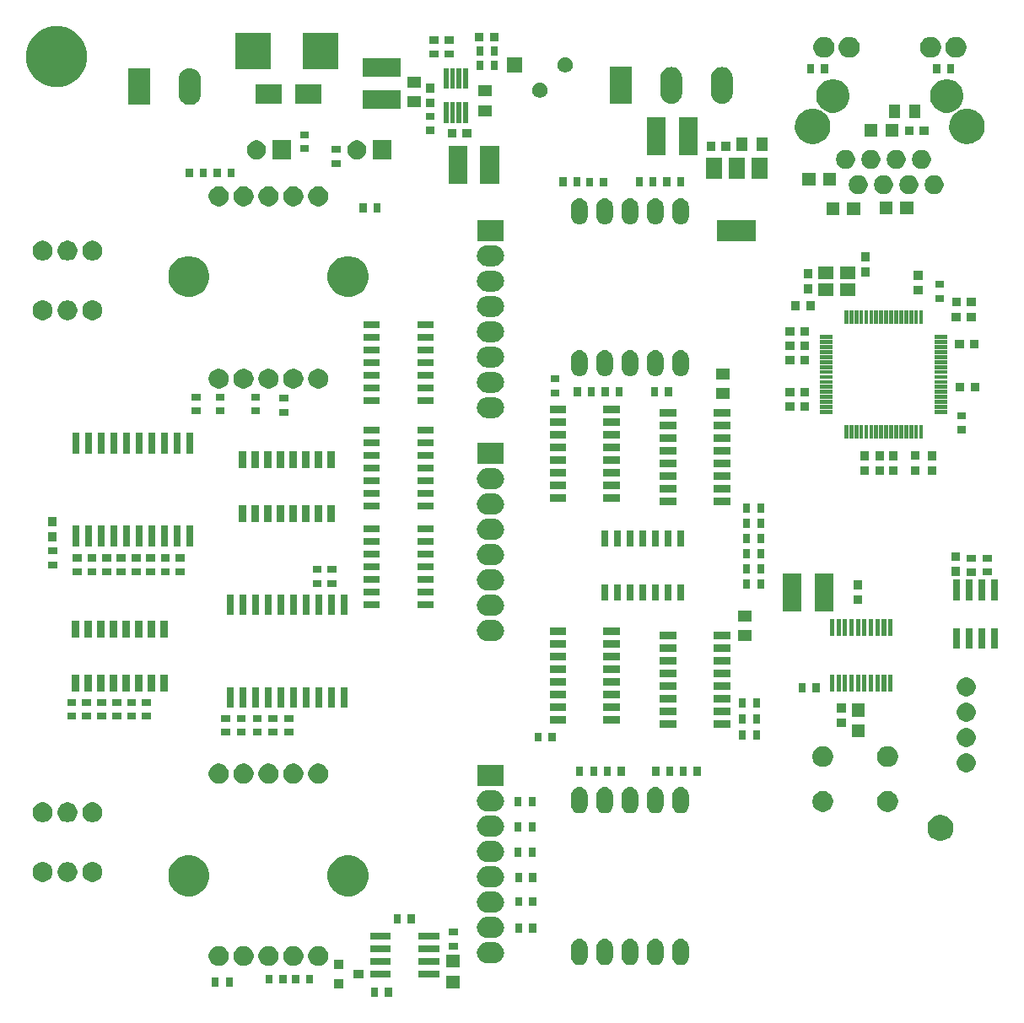
<source format=gbr>
%TF.GenerationSoftware,KiCad,Pcbnew,(6.0.0-rc1-dev-882-gdbc9130da)*%
%TF.CreationDate,2019-06-07T23:52:57-04:00*%
%TF.ProjectId,AntennaSwitch_6x2,416E74656E6E615377697463685F3678,rev?*%
%TF.SameCoordinates,Original*%
%TF.FileFunction,Soldermask,Top*%
%TF.FilePolarity,Negative*%
%FSLAX46Y46*%
G04 Gerber Fmt 4.6, Leading zero omitted, Abs format (unit mm)*
G04 Created by KiCad (PCBNEW (6.0.0-rc1-dev-882-gdbc9130da)) date 2019/6/7 23:52:57*
%MOMM*%
%LPD*%
G01*
G04 APERTURE LIST*
%ADD10C,0.350000*%
G04 APERTURE END LIST*
D10*
G36*
X87665000Y-148406000D02*
X86963000Y-148406000D01*
X86963000Y-147504000D01*
X87665000Y-147504000D01*
X87665000Y-148406000D01*
X87665000Y-148406000D01*
G37*
G36*
X86265000Y-148406000D02*
X85563000Y-148406000D01*
X85563000Y-147504000D01*
X86265000Y-147504000D01*
X86265000Y-148406000D01*
X86265000Y-148406000D01*
G37*
G36*
X94435800Y-147560500D02*
X93133800Y-147560500D01*
X93133800Y-146258500D01*
X94435800Y-146258500D01*
X94435800Y-147560500D01*
X94435800Y-147560500D01*
G37*
G36*
X82821000Y-147514500D02*
X81819000Y-147514500D01*
X81819000Y-146612500D01*
X82821000Y-146612500D01*
X82821000Y-147514500D01*
X82821000Y-147514500D01*
G37*
G36*
X70284360Y-147346840D02*
X69582360Y-147346840D01*
X69582360Y-146444840D01*
X70284360Y-146444840D01*
X70284360Y-147346840D01*
X70284360Y-147346840D01*
G37*
G36*
X71684360Y-147346840D02*
X70982360Y-147346840D01*
X70982360Y-146444840D01*
X71684360Y-146444840D01*
X71684360Y-147346840D01*
X71684360Y-147346840D01*
G37*
G36*
X75693900Y-147072500D02*
X74991900Y-147072500D01*
X74991900Y-146170500D01*
X75693900Y-146170500D01*
X75693900Y-147072500D01*
X75693900Y-147072500D01*
G37*
G36*
X77093900Y-147072500D02*
X76391900Y-147072500D01*
X76391900Y-146170500D01*
X77093900Y-146170500D01*
X77093900Y-147072500D01*
X77093900Y-147072500D01*
G37*
G36*
X78346700Y-147072500D02*
X77644700Y-147072500D01*
X77644700Y-146170500D01*
X78346700Y-146170500D01*
X78346700Y-147072500D01*
X78346700Y-147072500D01*
G37*
G36*
X79746700Y-147072500D02*
X79044700Y-147072500D01*
X79044700Y-146170500D01*
X79746700Y-146170500D01*
X79746700Y-147072500D01*
X79746700Y-147072500D01*
G37*
G36*
X84821000Y-146564500D02*
X83819000Y-146564500D01*
X83819000Y-145662500D01*
X84821000Y-145662500D01*
X84821000Y-146564500D01*
X84821000Y-146564500D01*
G37*
G36*
X92459800Y-146439100D02*
X90357800Y-146439100D01*
X90357800Y-145737100D01*
X92459800Y-145737100D01*
X92459800Y-146439100D01*
X92459800Y-146439100D01*
G37*
G36*
X87559800Y-146439100D02*
X85457800Y-146439100D01*
X85457800Y-145737100D01*
X87559800Y-145737100D01*
X87559800Y-146439100D01*
X87559800Y-146439100D01*
G37*
G36*
X82821000Y-145614500D02*
X81819000Y-145614500D01*
X81819000Y-144712500D01*
X82821000Y-144712500D01*
X82821000Y-145614500D01*
X82821000Y-145614500D01*
G37*
G36*
X94435800Y-145460500D02*
X93133800Y-145460500D01*
X93133800Y-144158500D01*
X94435800Y-144158500D01*
X94435800Y-145460500D01*
X94435800Y-145460500D01*
G37*
G36*
X73060181Y-143328168D02*
X73242353Y-143403625D01*
X73406299Y-143513171D01*
X73545729Y-143652601D01*
X73655275Y-143816547D01*
X73730732Y-143998719D01*
X73769200Y-144192110D01*
X73769200Y-144389290D01*
X73736451Y-144553928D01*
X73730732Y-144582681D01*
X73655275Y-144764853D01*
X73545729Y-144928799D01*
X73406299Y-145068229D01*
X73242353Y-145177775D01*
X73060181Y-145253232D01*
X72866790Y-145291700D01*
X72669610Y-145291700D01*
X72476219Y-145253232D01*
X72294047Y-145177775D01*
X72130101Y-145068229D01*
X71990671Y-144928799D01*
X71881125Y-144764853D01*
X71805668Y-144582681D01*
X71799949Y-144553928D01*
X71767200Y-144389290D01*
X71767200Y-144192110D01*
X71805668Y-143998719D01*
X71881125Y-143816547D01*
X71990671Y-143652601D01*
X72130101Y-143513171D01*
X72294047Y-143403625D01*
X72476219Y-143328168D01*
X72669610Y-143289700D01*
X72866790Y-143289700D01*
X73060181Y-143328168D01*
X73060181Y-143328168D01*
G37*
G36*
X70560181Y-143328168D02*
X70742353Y-143403625D01*
X70906299Y-143513171D01*
X71045729Y-143652601D01*
X71155275Y-143816547D01*
X71230732Y-143998719D01*
X71269200Y-144192110D01*
X71269200Y-144389290D01*
X71236451Y-144553928D01*
X71230732Y-144582681D01*
X71155275Y-144764853D01*
X71045729Y-144928799D01*
X70906299Y-145068229D01*
X70742353Y-145177775D01*
X70560181Y-145253232D01*
X70366790Y-145291700D01*
X70169610Y-145291700D01*
X69976219Y-145253232D01*
X69794047Y-145177775D01*
X69630101Y-145068229D01*
X69490671Y-144928799D01*
X69381125Y-144764853D01*
X69305668Y-144582681D01*
X69299949Y-144553928D01*
X69267200Y-144389290D01*
X69267200Y-144192110D01*
X69305668Y-143998719D01*
X69381125Y-143816547D01*
X69490671Y-143652601D01*
X69630101Y-143513171D01*
X69794047Y-143403625D01*
X69976219Y-143328168D01*
X70169610Y-143289700D01*
X70366790Y-143289700D01*
X70560181Y-143328168D01*
X70560181Y-143328168D01*
G37*
G36*
X75560181Y-143328168D02*
X75742353Y-143403625D01*
X75906299Y-143513171D01*
X76045729Y-143652601D01*
X76155275Y-143816547D01*
X76230732Y-143998719D01*
X76269200Y-144192110D01*
X76269200Y-144389290D01*
X76236451Y-144553928D01*
X76230732Y-144582681D01*
X76155275Y-144764853D01*
X76045729Y-144928799D01*
X75906299Y-145068229D01*
X75742353Y-145177775D01*
X75560181Y-145253232D01*
X75366790Y-145291700D01*
X75169610Y-145291700D01*
X74976219Y-145253232D01*
X74794047Y-145177775D01*
X74630101Y-145068229D01*
X74490671Y-144928799D01*
X74381125Y-144764853D01*
X74305668Y-144582681D01*
X74299949Y-144553928D01*
X74267200Y-144389290D01*
X74267200Y-144192110D01*
X74305668Y-143998719D01*
X74381125Y-143816547D01*
X74490671Y-143652601D01*
X74630101Y-143513171D01*
X74794047Y-143403625D01*
X74976219Y-143328168D01*
X75169610Y-143289700D01*
X75366790Y-143289700D01*
X75560181Y-143328168D01*
X75560181Y-143328168D01*
G37*
G36*
X78060181Y-143328168D02*
X78242353Y-143403625D01*
X78406299Y-143513171D01*
X78545729Y-143652601D01*
X78655275Y-143816547D01*
X78730732Y-143998719D01*
X78769200Y-144192110D01*
X78769200Y-144389290D01*
X78736451Y-144553928D01*
X78730732Y-144582681D01*
X78655275Y-144764853D01*
X78545729Y-144928799D01*
X78406299Y-145068229D01*
X78242353Y-145177775D01*
X78060181Y-145253232D01*
X77866790Y-145291700D01*
X77669610Y-145291700D01*
X77476219Y-145253232D01*
X77294047Y-145177775D01*
X77130101Y-145068229D01*
X76990671Y-144928799D01*
X76881125Y-144764853D01*
X76805668Y-144582681D01*
X76799949Y-144553928D01*
X76767200Y-144389290D01*
X76767200Y-144192110D01*
X76805668Y-143998719D01*
X76881125Y-143816547D01*
X76990671Y-143652601D01*
X77130101Y-143513171D01*
X77294047Y-143403625D01*
X77476219Y-143328168D01*
X77669610Y-143289700D01*
X77866790Y-143289700D01*
X78060181Y-143328168D01*
X78060181Y-143328168D01*
G37*
G36*
X80560181Y-143328168D02*
X80742353Y-143403625D01*
X80906299Y-143513171D01*
X81045729Y-143652601D01*
X81155275Y-143816547D01*
X81230732Y-143998719D01*
X81269200Y-144192110D01*
X81269200Y-144389290D01*
X81236451Y-144553928D01*
X81230732Y-144582681D01*
X81155275Y-144764853D01*
X81045729Y-144928799D01*
X80906299Y-145068229D01*
X80742353Y-145177775D01*
X80560181Y-145253232D01*
X80366790Y-145291700D01*
X80169610Y-145291700D01*
X79976219Y-145253232D01*
X79794047Y-145177775D01*
X79630101Y-145068229D01*
X79490671Y-144928799D01*
X79381125Y-144764853D01*
X79305668Y-144582681D01*
X79299949Y-144553928D01*
X79267200Y-144389290D01*
X79267200Y-144192110D01*
X79305668Y-143998719D01*
X79381125Y-143816547D01*
X79490671Y-143652601D01*
X79630101Y-143513171D01*
X79794047Y-143403625D01*
X79976219Y-143328168D01*
X80169610Y-143289700D01*
X80366790Y-143289700D01*
X80560181Y-143328168D01*
X80560181Y-143328168D01*
G37*
G36*
X114267475Y-142602464D02*
X114267478Y-142602465D01*
X114267479Y-142602465D01*
X114420726Y-142648952D01*
X114561962Y-142724443D01*
X114650910Y-142797441D01*
X114685759Y-142826041D01*
X114772232Y-142931409D01*
X114787358Y-142949840D01*
X114862848Y-143091073D01*
X114902090Y-143220435D01*
X114909336Y-143244324D01*
X114921100Y-143363767D01*
X114921100Y-144443633D01*
X114909336Y-144563076D01*
X114909335Y-144563079D01*
X114909335Y-144563080D01*
X114862848Y-144716327D01*
X114787358Y-144857560D01*
X114787356Y-144857563D01*
X114787355Y-144857564D01*
X114685759Y-144981359D01*
X114561964Y-145082955D01*
X114561960Y-145082958D01*
X114420727Y-145158448D01*
X114267480Y-145204935D01*
X114267479Y-145204935D01*
X114267476Y-145204936D01*
X114130382Y-145218438D01*
X114108101Y-145220633D01*
X114108100Y-145220633D01*
X113948725Y-145204936D01*
X113948722Y-145204935D01*
X113948721Y-145204935D01*
X113795474Y-145158448D01*
X113654241Y-145082958D01*
X113654237Y-145082955D01*
X113530442Y-144981359D01*
X113428846Y-144857564D01*
X113428845Y-144857563D01*
X113428843Y-144857560D01*
X113353353Y-144716327D01*
X113306866Y-144563080D01*
X113306866Y-144563079D01*
X113306865Y-144563076D01*
X113295101Y-144443633D01*
X113295100Y-143363768D01*
X113306864Y-143244325D01*
X113306866Y-143244320D01*
X113353352Y-143091074D01*
X113428843Y-142949838D01*
X113530439Y-142826044D01*
X113530441Y-142826041D01*
X113654236Y-142724445D01*
X113654237Y-142724444D01*
X113654240Y-142724442D01*
X113795473Y-142648952D01*
X113948720Y-142602465D01*
X113948721Y-142602465D01*
X113948724Y-142602464D01*
X114085818Y-142588962D01*
X114108099Y-142586767D01*
X114108100Y-142586767D01*
X114267475Y-142602464D01*
X114267475Y-142602464D01*
G37*
G36*
X106647475Y-142602464D02*
X106647478Y-142602465D01*
X106647479Y-142602465D01*
X106800726Y-142648952D01*
X106941962Y-142724443D01*
X107030910Y-142797441D01*
X107065759Y-142826041D01*
X107152232Y-142931409D01*
X107167358Y-142949840D01*
X107242848Y-143091073D01*
X107282090Y-143220435D01*
X107289336Y-143244324D01*
X107301100Y-143363767D01*
X107301100Y-144443633D01*
X107289336Y-144563076D01*
X107289335Y-144563079D01*
X107289335Y-144563080D01*
X107242848Y-144716327D01*
X107167358Y-144857560D01*
X107167356Y-144857563D01*
X107167355Y-144857564D01*
X107065759Y-144981359D01*
X106941964Y-145082955D01*
X106941960Y-145082958D01*
X106800727Y-145158448D01*
X106647480Y-145204935D01*
X106647479Y-145204935D01*
X106647476Y-145204936D01*
X106510382Y-145218438D01*
X106488101Y-145220633D01*
X106488100Y-145220633D01*
X106328725Y-145204936D01*
X106328722Y-145204935D01*
X106328721Y-145204935D01*
X106175474Y-145158448D01*
X106034241Y-145082958D01*
X106034237Y-145082955D01*
X105910442Y-144981359D01*
X105808846Y-144857564D01*
X105808845Y-144857563D01*
X105808843Y-144857560D01*
X105733353Y-144716327D01*
X105686866Y-144563080D01*
X105686866Y-144563079D01*
X105686865Y-144563076D01*
X105675101Y-144443633D01*
X105675100Y-143363768D01*
X105686864Y-143244325D01*
X105686866Y-143244320D01*
X105733352Y-143091074D01*
X105808843Y-142949838D01*
X105910439Y-142826044D01*
X105910441Y-142826041D01*
X106034236Y-142724445D01*
X106034237Y-142724444D01*
X106034240Y-142724442D01*
X106175473Y-142648952D01*
X106328720Y-142602465D01*
X106328721Y-142602465D01*
X106328724Y-142602464D01*
X106465818Y-142588962D01*
X106488099Y-142586767D01*
X106488100Y-142586767D01*
X106647475Y-142602464D01*
X106647475Y-142602464D01*
G37*
G36*
X109187475Y-142602464D02*
X109187478Y-142602465D01*
X109187479Y-142602465D01*
X109340726Y-142648952D01*
X109481962Y-142724443D01*
X109570910Y-142797441D01*
X109605759Y-142826041D01*
X109692232Y-142931409D01*
X109707358Y-142949840D01*
X109782848Y-143091073D01*
X109822090Y-143220435D01*
X109829336Y-143244324D01*
X109841100Y-143363767D01*
X109841100Y-144443633D01*
X109829336Y-144563076D01*
X109829335Y-144563079D01*
X109829335Y-144563080D01*
X109782848Y-144716327D01*
X109707358Y-144857560D01*
X109707356Y-144857563D01*
X109707355Y-144857564D01*
X109605759Y-144981359D01*
X109481964Y-145082955D01*
X109481960Y-145082958D01*
X109340727Y-145158448D01*
X109187480Y-145204935D01*
X109187479Y-145204935D01*
X109187476Y-145204936D01*
X109050382Y-145218438D01*
X109028101Y-145220633D01*
X109028100Y-145220633D01*
X108868725Y-145204936D01*
X108868722Y-145204935D01*
X108868721Y-145204935D01*
X108715474Y-145158448D01*
X108574241Y-145082958D01*
X108574237Y-145082955D01*
X108450442Y-144981359D01*
X108348846Y-144857564D01*
X108348845Y-144857563D01*
X108348843Y-144857560D01*
X108273353Y-144716327D01*
X108226866Y-144563080D01*
X108226866Y-144563079D01*
X108226865Y-144563076D01*
X108215101Y-144443633D01*
X108215100Y-143363768D01*
X108226864Y-143244325D01*
X108226866Y-143244320D01*
X108273352Y-143091074D01*
X108348843Y-142949838D01*
X108450439Y-142826044D01*
X108450441Y-142826041D01*
X108574236Y-142724445D01*
X108574237Y-142724444D01*
X108574240Y-142724442D01*
X108715473Y-142648952D01*
X108868720Y-142602465D01*
X108868721Y-142602465D01*
X108868724Y-142602464D01*
X109005818Y-142588962D01*
X109028099Y-142586767D01*
X109028100Y-142586767D01*
X109187475Y-142602464D01*
X109187475Y-142602464D01*
G37*
G36*
X116807475Y-142602464D02*
X116807478Y-142602465D01*
X116807479Y-142602465D01*
X116960726Y-142648952D01*
X117101962Y-142724443D01*
X117190910Y-142797441D01*
X117225759Y-142826041D01*
X117312232Y-142931409D01*
X117327358Y-142949840D01*
X117402848Y-143091073D01*
X117442090Y-143220435D01*
X117449336Y-143244324D01*
X117461100Y-143363767D01*
X117461100Y-144443633D01*
X117449336Y-144563076D01*
X117449335Y-144563079D01*
X117449335Y-144563080D01*
X117402848Y-144716327D01*
X117327358Y-144857560D01*
X117327356Y-144857563D01*
X117327355Y-144857564D01*
X117225759Y-144981359D01*
X117101964Y-145082955D01*
X117101960Y-145082958D01*
X116960727Y-145158448D01*
X116807480Y-145204935D01*
X116807479Y-145204935D01*
X116807476Y-145204936D01*
X116670382Y-145218438D01*
X116648101Y-145220633D01*
X116648100Y-145220633D01*
X116488725Y-145204936D01*
X116488722Y-145204935D01*
X116488721Y-145204935D01*
X116335474Y-145158448D01*
X116194241Y-145082958D01*
X116194237Y-145082955D01*
X116070442Y-144981359D01*
X115968846Y-144857564D01*
X115968845Y-144857563D01*
X115968843Y-144857560D01*
X115893353Y-144716327D01*
X115846866Y-144563080D01*
X115846866Y-144563079D01*
X115846865Y-144563076D01*
X115835101Y-144443633D01*
X115835100Y-143363768D01*
X115846864Y-143244325D01*
X115846866Y-143244320D01*
X115893352Y-143091074D01*
X115968843Y-142949838D01*
X116070439Y-142826044D01*
X116070441Y-142826041D01*
X116194236Y-142724445D01*
X116194237Y-142724444D01*
X116194240Y-142724442D01*
X116335473Y-142648952D01*
X116488720Y-142602465D01*
X116488721Y-142602465D01*
X116488724Y-142602464D01*
X116625818Y-142588962D01*
X116648099Y-142586767D01*
X116648100Y-142586767D01*
X116807475Y-142602464D01*
X116807475Y-142602464D01*
G37*
G36*
X111727475Y-142602464D02*
X111727478Y-142602465D01*
X111727479Y-142602465D01*
X111880726Y-142648952D01*
X112021962Y-142724443D01*
X112110910Y-142797441D01*
X112145759Y-142826041D01*
X112232232Y-142931409D01*
X112247358Y-142949840D01*
X112322848Y-143091073D01*
X112362090Y-143220435D01*
X112369336Y-143244324D01*
X112381100Y-143363767D01*
X112381100Y-144443633D01*
X112369336Y-144563076D01*
X112369335Y-144563079D01*
X112369335Y-144563080D01*
X112322848Y-144716327D01*
X112247358Y-144857560D01*
X112247356Y-144857563D01*
X112247355Y-144857564D01*
X112145759Y-144981359D01*
X112021964Y-145082955D01*
X112021960Y-145082958D01*
X111880727Y-145158448D01*
X111727480Y-145204935D01*
X111727479Y-145204935D01*
X111727476Y-145204936D01*
X111590382Y-145218438D01*
X111568101Y-145220633D01*
X111568100Y-145220633D01*
X111408725Y-145204936D01*
X111408722Y-145204935D01*
X111408721Y-145204935D01*
X111255474Y-145158448D01*
X111114241Y-145082958D01*
X111114237Y-145082955D01*
X110990442Y-144981359D01*
X110888846Y-144857564D01*
X110888845Y-144857563D01*
X110888843Y-144857560D01*
X110813353Y-144716327D01*
X110766866Y-144563080D01*
X110766866Y-144563079D01*
X110766865Y-144563076D01*
X110755101Y-144443633D01*
X110755100Y-143363768D01*
X110766864Y-143244325D01*
X110766866Y-143244320D01*
X110813352Y-143091074D01*
X110888843Y-142949838D01*
X110990439Y-142826044D01*
X110990441Y-142826041D01*
X111114236Y-142724445D01*
X111114237Y-142724444D01*
X111114240Y-142724442D01*
X111255473Y-142648952D01*
X111408720Y-142602465D01*
X111408721Y-142602465D01*
X111408724Y-142602464D01*
X111545818Y-142588962D01*
X111568099Y-142586767D01*
X111568100Y-142586767D01*
X111727475Y-142602464D01*
X111727475Y-142602464D01*
G37*
G36*
X92459800Y-145169100D02*
X90357800Y-145169100D01*
X90357800Y-144467100D01*
X92459800Y-144467100D01*
X92459800Y-145169100D01*
X92459800Y-145169100D01*
G37*
G36*
X87559800Y-145169100D02*
X85457800Y-145169100D01*
X85457800Y-144467100D01*
X87559800Y-144467100D01*
X87559800Y-145169100D01*
X87559800Y-145169100D01*
G37*
G36*
X98066032Y-142931407D02*
X98264146Y-142991505D01*
X98446728Y-143089096D01*
X98606765Y-143220435D01*
X98724395Y-143363767D01*
X98738103Y-143380471D01*
X98835695Y-143563054D01*
X98895793Y-143761168D01*
X98916085Y-143967200D01*
X98895793Y-144173232D01*
X98835695Y-144371346D01*
X98738104Y-144553928D01*
X98606765Y-144713965D01*
X98446728Y-144845304D01*
X98290518Y-144928799D01*
X98264146Y-144942895D01*
X98066032Y-145002993D01*
X97911630Y-145018200D01*
X97208370Y-145018200D01*
X97053968Y-145002993D01*
X96855854Y-144942895D01*
X96829482Y-144928799D01*
X96673272Y-144845304D01*
X96513235Y-144713965D01*
X96381896Y-144553928D01*
X96284305Y-144371346D01*
X96224207Y-144173232D01*
X96203915Y-143967200D01*
X96224207Y-143761168D01*
X96284305Y-143563054D01*
X96381897Y-143380471D01*
X96395606Y-143363767D01*
X96513235Y-143220435D01*
X96673272Y-143089096D01*
X96855854Y-142991505D01*
X97053968Y-142931407D01*
X97208370Y-142916200D01*
X97911630Y-142916200D01*
X98066032Y-142931407D01*
X98066032Y-142931407D01*
G37*
G36*
X92459800Y-143899100D02*
X90357800Y-143899100D01*
X90357800Y-143197100D01*
X92459800Y-143197100D01*
X92459800Y-143899100D01*
X92459800Y-143899100D01*
G37*
G36*
X87559800Y-143899100D02*
X85457800Y-143899100D01*
X85457800Y-143197100D01*
X87559800Y-143197100D01*
X87559800Y-143899100D01*
X87559800Y-143899100D01*
G37*
G36*
X94286600Y-143648100D02*
X93384600Y-143648100D01*
X93384600Y-142946100D01*
X94286600Y-142946100D01*
X94286600Y-143648100D01*
X94286600Y-143648100D01*
G37*
G36*
X87559800Y-142629100D02*
X85457800Y-142629100D01*
X85457800Y-141927100D01*
X87559800Y-141927100D01*
X87559800Y-142629100D01*
X87559800Y-142629100D01*
G37*
G36*
X92459800Y-142629100D02*
X90357800Y-142629100D01*
X90357800Y-141927100D01*
X92459800Y-141927100D01*
X92459800Y-142629100D01*
X92459800Y-142629100D01*
G37*
G36*
X98066032Y-140391407D02*
X98264146Y-140451505D01*
X98446728Y-140549096D01*
X98446730Y-140549097D01*
X98446729Y-140549097D01*
X98606765Y-140680435D01*
X98738103Y-140840471D01*
X98835695Y-141023054D01*
X98895793Y-141221168D01*
X98916085Y-141427200D01*
X98895793Y-141633232D01*
X98835695Y-141831346D01*
X98738104Y-142013928D01*
X98606765Y-142173965D01*
X98446728Y-142305304D01*
X98264146Y-142402895D01*
X98066032Y-142462993D01*
X97911630Y-142478200D01*
X97208370Y-142478200D01*
X97053968Y-142462993D01*
X96855854Y-142402895D01*
X96673272Y-142305304D01*
X96513235Y-142173965D01*
X96381896Y-142013928D01*
X96284305Y-141831346D01*
X96224207Y-141633232D01*
X96203915Y-141427200D01*
X96224207Y-141221168D01*
X96284305Y-141023054D01*
X96381897Y-140840471D01*
X96513235Y-140680435D01*
X96673271Y-140549097D01*
X96673270Y-140549097D01*
X96673272Y-140549096D01*
X96855854Y-140451505D01*
X97053968Y-140391407D01*
X97208370Y-140376200D01*
X97911630Y-140376200D01*
X98066032Y-140391407D01*
X98066032Y-140391407D01*
G37*
G36*
X94286600Y-142248100D02*
X93384600Y-142248100D01*
X93384600Y-141546100D01*
X94286600Y-141546100D01*
X94286600Y-142248100D01*
X94286600Y-142248100D01*
G37*
G36*
X100743000Y-141929000D02*
X100041000Y-141929000D01*
X100041000Y-141027000D01*
X100743000Y-141027000D01*
X100743000Y-141929000D01*
X100743000Y-141929000D01*
G37*
G36*
X102143000Y-141929000D02*
X101441000Y-141929000D01*
X101441000Y-141027000D01*
X102143000Y-141027000D01*
X102143000Y-141929000D01*
X102143000Y-141929000D01*
G37*
G36*
X88559000Y-141027300D02*
X87857000Y-141027300D01*
X87857000Y-140125300D01*
X88559000Y-140125300D01*
X88559000Y-141027300D01*
X88559000Y-141027300D01*
G37*
G36*
X89959000Y-141027300D02*
X89257000Y-141027300D01*
X89257000Y-140125300D01*
X89959000Y-140125300D01*
X89959000Y-141027300D01*
X89959000Y-141027300D01*
G37*
G36*
X98066032Y-137851407D02*
X98264146Y-137911505D01*
X98446728Y-138009096D01*
X98606765Y-138140435D01*
X98738104Y-138300472D01*
X98835695Y-138483054D01*
X98895793Y-138681168D01*
X98916085Y-138887200D01*
X98895793Y-139093232D01*
X98835695Y-139291346D01*
X98738104Y-139473928D01*
X98606765Y-139633965D01*
X98446728Y-139765304D01*
X98264146Y-139862895D01*
X98066032Y-139922993D01*
X97911630Y-139938200D01*
X97208370Y-139938200D01*
X97053968Y-139922993D01*
X96855854Y-139862895D01*
X96673272Y-139765304D01*
X96513235Y-139633965D01*
X96381896Y-139473928D01*
X96284305Y-139291346D01*
X96224207Y-139093232D01*
X96203915Y-138887200D01*
X96224207Y-138681168D01*
X96284305Y-138483054D01*
X96381896Y-138300472D01*
X96513235Y-138140435D01*
X96673272Y-138009096D01*
X96855854Y-137911505D01*
X97053968Y-137851407D01*
X97208370Y-137836200D01*
X97911630Y-137836200D01*
X98066032Y-137851407D01*
X98066032Y-137851407D01*
G37*
G36*
X102143000Y-139300100D02*
X101441000Y-139300100D01*
X101441000Y-138398100D01*
X102143000Y-138398100D01*
X102143000Y-139300100D01*
X102143000Y-139300100D01*
G37*
G36*
X100743000Y-139300100D02*
X100041000Y-139300100D01*
X100041000Y-138398100D01*
X100743000Y-138398100D01*
X100743000Y-139300100D01*
X100743000Y-139300100D01*
G37*
G36*
X83866455Y-134268519D02*
X84239713Y-134423127D01*
X84575636Y-134647584D01*
X84861316Y-134933264D01*
X85085773Y-135269187D01*
X85240381Y-135642445D01*
X85319200Y-136038694D01*
X85319200Y-136442706D01*
X85240381Y-136838955D01*
X85085773Y-137212213D01*
X84861316Y-137548136D01*
X84575636Y-137833816D01*
X84239713Y-138058273D01*
X83866455Y-138212881D01*
X83470206Y-138291700D01*
X83066194Y-138291700D01*
X82669945Y-138212881D01*
X82296687Y-138058273D01*
X81960764Y-137833816D01*
X81675084Y-137548136D01*
X81450627Y-137212213D01*
X81296019Y-136838955D01*
X81217200Y-136442706D01*
X81217200Y-136038694D01*
X81296019Y-135642445D01*
X81450627Y-135269187D01*
X81675084Y-134933264D01*
X81960764Y-134647584D01*
X82296687Y-134423127D01*
X82669945Y-134268519D01*
X83066194Y-134189700D01*
X83470206Y-134189700D01*
X83866455Y-134268519D01*
X83866455Y-134268519D01*
G37*
G36*
X67866455Y-134268519D02*
X68239713Y-134423127D01*
X68575636Y-134647584D01*
X68861316Y-134933264D01*
X69085773Y-135269187D01*
X69240381Y-135642445D01*
X69319200Y-136038694D01*
X69319200Y-136442706D01*
X69240381Y-136838955D01*
X69085773Y-137212213D01*
X68861316Y-137548136D01*
X68575636Y-137833816D01*
X68239713Y-138058273D01*
X67866455Y-138212881D01*
X67470206Y-138291700D01*
X67066194Y-138291700D01*
X66669945Y-138212881D01*
X66296687Y-138058273D01*
X65960764Y-137833816D01*
X65675084Y-137548136D01*
X65450627Y-137212213D01*
X65296019Y-136838955D01*
X65217200Y-136442706D01*
X65217200Y-136038694D01*
X65296019Y-135642445D01*
X65450627Y-135269187D01*
X65675084Y-134933264D01*
X65960764Y-134647584D01*
X66296687Y-134423127D01*
X66669945Y-134268519D01*
X67066194Y-134189700D01*
X67470206Y-134189700D01*
X67866455Y-134268519D01*
X67866455Y-134268519D01*
G37*
G36*
X98066032Y-135311407D02*
X98264146Y-135371505D01*
X98446728Y-135469096D01*
X98606765Y-135600435D01*
X98738104Y-135760472D01*
X98742561Y-135768811D01*
X98835695Y-135943054D01*
X98895793Y-136141168D01*
X98916085Y-136347200D01*
X98895793Y-136553232D01*
X98835695Y-136751346D01*
X98738104Y-136933928D01*
X98606765Y-137093965D01*
X98446728Y-137225304D01*
X98264146Y-137322895D01*
X98066032Y-137382993D01*
X97911630Y-137398200D01*
X97208370Y-137398200D01*
X97053968Y-137382993D01*
X96855854Y-137322895D01*
X96673272Y-137225304D01*
X96513235Y-137093965D01*
X96381896Y-136933928D01*
X96284305Y-136751346D01*
X96224207Y-136553232D01*
X96203915Y-136347200D01*
X96224207Y-136141168D01*
X96284305Y-135943054D01*
X96377439Y-135768811D01*
X96381896Y-135760472D01*
X96513235Y-135600435D01*
X96673272Y-135469096D01*
X96855854Y-135371505D01*
X97053968Y-135311407D01*
X97208370Y-135296200D01*
X97911630Y-135296200D01*
X98066032Y-135311407D01*
X98066032Y-135311407D01*
G37*
G36*
X52891181Y-134904868D02*
X53073353Y-134980325D01*
X53237299Y-135089871D01*
X53376729Y-135229301D01*
X53486275Y-135393247D01*
X53561732Y-135575419D01*
X53600200Y-135768811D01*
X53600200Y-135965989D01*
X53561732Y-136159381D01*
X53486275Y-136341553D01*
X53376729Y-136505499D01*
X53237299Y-136644929D01*
X53073353Y-136754475D01*
X52891181Y-136829932D01*
X52697790Y-136868400D01*
X52500610Y-136868400D01*
X52307219Y-136829932D01*
X52125047Y-136754475D01*
X51961101Y-136644929D01*
X51821671Y-136505499D01*
X51712125Y-136341553D01*
X51636668Y-136159381D01*
X51598200Y-135965989D01*
X51598200Y-135768811D01*
X51636668Y-135575419D01*
X51712125Y-135393247D01*
X51821671Y-135229301D01*
X51961101Y-135089871D01*
X52125047Y-134980325D01*
X52307219Y-134904868D01*
X52500610Y-134866400D01*
X52697790Y-134866400D01*
X52891181Y-134904868D01*
X52891181Y-134904868D01*
G37*
G36*
X55391181Y-134904868D02*
X55573353Y-134980325D01*
X55737299Y-135089871D01*
X55876729Y-135229301D01*
X55986275Y-135393247D01*
X56061732Y-135575419D01*
X56100200Y-135768811D01*
X56100200Y-135965989D01*
X56061732Y-136159381D01*
X55986275Y-136341553D01*
X55876729Y-136505499D01*
X55737299Y-136644929D01*
X55573353Y-136754475D01*
X55391181Y-136829932D01*
X55197790Y-136868400D01*
X55000610Y-136868400D01*
X54807219Y-136829932D01*
X54625047Y-136754475D01*
X54461101Y-136644929D01*
X54321671Y-136505499D01*
X54212125Y-136341553D01*
X54136668Y-136159381D01*
X54098200Y-135965989D01*
X54098200Y-135768811D01*
X54136668Y-135575419D01*
X54212125Y-135393247D01*
X54321671Y-135229301D01*
X54461101Y-135089871D01*
X54625047Y-134980325D01*
X54807219Y-134904868D01*
X55000610Y-134866400D01*
X55197790Y-134866400D01*
X55391181Y-134904868D01*
X55391181Y-134904868D01*
G37*
G36*
X57891181Y-134904868D02*
X58073353Y-134980325D01*
X58237299Y-135089871D01*
X58376729Y-135229301D01*
X58486275Y-135393247D01*
X58561732Y-135575419D01*
X58600200Y-135768811D01*
X58600200Y-135965989D01*
X58561732Y-136159381D01*
X58486275Y-136341553D01*
X58376729Y-136505499D01*
X58237299Y-136644929D01*
X58073353Y-136754475D01*
X57891181Y-136829932D01*
X57697790Y-136868400D01*
X57500610Y-136868400D01*
X57307219Y-136829932D01*
X57125047Y-136754475D01*
X56961101Y-136644929D01*
X56821671Y-136505499D01*
X56712125Y-136341553D01*
X56636668Y-136159381D01*
X56598200Y-135965989D01*
X56598200Y-135768811D01*
X56636668Y-135575419D01*
X56712125Y-135393247D01*
X56821671Y-135229301D01*
X56961101Y-135089871D01*
X57125047Y-134980325D01*
X57307219Y-134904868D01*
X57500610Y-134866400D01*
X57697790Y-134866400D01*
X57891181Y-134904868D01*
X57891181Y-134904868D01*
G37*
G36*
X102143000Y-136849000D02*
X101441000Y-136849000D01*
X101441000Y-135947000D01*
X102143000Y-135947000D01*
X102143000Y-136849000D01*
X102143000Y-136849000D01*
G37*
G36*
X100743000Y-136849000D02*
X100041000Y-136849000D01*
X100041000Y-135947000D01*
X100743000Y-135947000D01*
X100743000Y-136849000D01*
X100743000Y-136849000D01*
G37*
G36*
X98066032Y-132771407D02*
X98264146Y-132831505D01*
X98446728Y-132929096D01*
X98446730Y-132929097D01*
X98446729Y-132929097D01*
X98606765Y-133060435D01*
X98738103Y-133220471D01*
X98835695Y-133403054D01*
X98895793Y-133601168D01*
X98916085Y-133807200D01*
X98895793Y-134013232D01*
X98842261Y-134189700D01*
X98835695Y-134211346D01*
X98738104Y-134393928D01*
X98606765Y-134553965D01*
X98446728Y-134685304D01*
X98264146Y-134782895D01*
X98066032Y-134842993D01*
X97911630Y-134858200D01*
X97208370Y-134858200D01*
X97053968Y-134842993D01*
X96855854Y-134782895D01*
X96673272Y-134685304D01*
X96513235Y-134553965D01*
X96381896Y-134393928D01*
X96284305Y-134211346D01*
X96277739Y-134189700D01*
X96224207Y-134013232D01*
X96203915Y-133807200D01*
X96224207Y-133601168D01*
X96284305Y-133403054D01*
X96381897Y-133220471D01*
X96513235Y-133060435D01*
X96673271Y-132929097D01*
X96673270Y-132929097D01*
X96673272Y-132929096D01*
X96855854Y-132831505D01*
X97053968Y-132771407D01*
X97208370Y-132756200D01*
X97911630Y-132756200D01*
X98066032Y-132771407D01*
X98066032Y-132771407D01*
G37*
G36*
X100681000Y-134309000D02*
X99979000Y-134309000D01*
X99979000Y-133407000D01*
X100681000Y-133407000D01*
X100681000Y-134309000D01*
X100681000Y-134309000D01*
G37*
G36*
X102081000Y-134309000D02*
X101379000Y-134309000D01*
X101379000Y-133407000D01*
X102081000Y-133407000D01*
X102081000Y-134309000D01*
X102081000Y-134309000D01*
G37*
G36*
X143102088Y-130193997D02*
X143338856Y-130292069D01*
X143480589Y-130386773D01*
X143551939Y-130434447D01*
X143733153Y-130615661D01*
X143733154Y-130615663D01*
X143875531Y-130828744D01*
X143973603Y-131065512D01*
X144023600Y-131316863D01*
X144023600Y-131573137D01*
X143973603Y-131824488D01*
X143875531Y-132061256D01*
X143780827Y-132202989D01*
X143733153Y-132274339D01*
X143551939Y-132455553D01*
X143480589Y-132503227D01*
X143338856Y-132597931D01*
X143102088Y-132696003D01*
X142850737Y-132746000D01*
X142594463Y-132746000D01*
X142343112Y-132696003D01*
X142106344Y-132597931D01*
X141964611Y-132503227D01*
X141893261Y-132455553D01*
X141712047Y-132274339D01*
X141664373Y-132202989D01*
X141569669Y-132061256D01*
X141471597Y-131824488D01*
X141421600Y-131573137D01*
X141421600Y-131316863D01*
X141471597Y-131065512D01*
X141569669Y-130828744D01*
X141712046Y-130615663D01*
X141712047Y-130615661D01*
X141893261Y-130434447D01*
X141964611Y-130386773D01*
X142106344Y-130292069D01*
X142343112Y-130193997D01*
X142594463Y-130144000D01*
X142850737Y-130144000D01*
X143102088Y-130193997D01*
X143102088Y-130193997D01*
G37*
G36*
X98066032Y-130231407D02*
X98264146Y-130291505D01*
X98446728Y-130389096D01*
X98606765Y-130520435D01*
X98708935Y-130644929D01*
X98738103Y-130680471D01*
X98835695Y-130863054D01*
X98895793Y-131061168D01*
X98916085Y-131267200D01*
X98895793Y-131473232D01*
X98835695Y-131671346D01*
X98738104Y-131853928D01*
X98606765Y-132013965D01*
X98446728Y-132145304D01*
X98264146Y-132242895D01*
X98066032Y-132302993D01*
X97911630Y-132318200D01*
X97208370Y-132318200D01*
X97053968Y-132302993D01*
X96855854Y-132242895D01*
X96673272Y-132145304D01*
X96513235Y-132013965D01*
X96381896Y-131853928D01*
X96284305Y-131671346D01*
X96224207Y-131473232D01*
X96203915Y-131267200D01*
X96224207Y-131061168D01*
X96284305Y-130863054D01*
X96381897Y-130680471D01*
X96411066Y-130644929D01*
X96513235Y-130520435D01*
X96673272Y-130389096D01*
X96855854Y-130291505D01*
X97053968Y-130231407D01*
X97208370Y-130216200D01*
X97911630Y-130216200D01*
X98066032Y-130231407D01*
X98066032Y-130231407D01*
G37*
G36*
X102078000Y-131769000D02*
X101376000Y-131769000D01*
X101376000Y-130867000D01*
X102078000Y-130867000D01*
X102078000Y-131769000D01*
X102078000Y-131769000D01*
G37*
G36*
X100678000Y-131769000D02*
X99976000Y-131769000D01*
X99976000Y-130867000D01*
X100678000Y-130867000D01*
X100678000Y-131769000D01*
X100678000Y-131769000D01*
G37*
G36*
X57891181Y-128904868D02*
X58073353Y-128980325D01*
X58237299Y-129089871D01*
X58376729Y-129229301D01*
X58486275Y-129393247D01*
X58561732Y-129575419D01*
X58599043Y-129762991D01*
X58600200Y-129768811D01*
X58600200Y-129965989D01*
X58561732Y-130159381D01*
X58486275Y-130341553D01*
X58376729Y-130505499D01*
X58237299Y-130644929D01*
X58073353Y-130754475D01*
X57894049Y-130828744D01*
X57891181Y-130829932D01*
X57697790Y-130868400D01*
X57500610Y-130868400D01*
X57307219Y-130829932D01*
X57304351Y-130828744D01*
X57125047Y-130754475D01*
X56961101Y-130644929D01*
X56821671Y-130505499D01*
X56712125Y-130341553D01*
X56636668Y-130159381D01*
X56598200Y-129965989D01*
X56598200Y-129768811D01*
X56599358Y-129762991D01*
X56636668Y-129575419D01*
X56712125Y-129393247D01*
X56821671Y-129229301D01*
X56961101Y-129089871D01*
X57125047Y-128980325D01*
X57307219Y-128904868D01*
X57500610Y-128866400D01*
X57697790Y-128866400D01*
X57891181Y-128904868D01*
X57891181Y-128904868D01*
G37*
G36*
X52891181Y-128904868D02*
X53073353Y-128980325D01*
X53237299Y-129089871D01*
X53376729Y-129229301D01*
X53486275Y-129393247D01*
X53561732Y-129575419D01*
X53599043Y-129762991D01*
X53600200Y-129768811D01*
X53600200Y-129965989D01*
X53561732Y-130159381D01*
X53486275Y-130341553D01*
X53376729Y-130505499D01*
X53237299Y-130644929D01*
X53073353Y-130754475D01*
X52894049Y-130828744D01*
X52891181Y-130829932D01*
X52697790Y-130868400D01*
X52500610Y-130868400D01*
X52307219Y-130829932D01*
X52304351Y-130828744D01*
X52125047Y-130754475D01*
X51961101Y-130644929D01*
X51821671Y-130505499D01*
X51712125Y-130341553D01*
X51636668Y-130159381D01*
X51598200Y-129965989D01*
X51598200Y-129768811D01*
X51599358Y-129762991D01*
X51636668Y-129575419D01*
X51712125Y-129393247D01*
X51821671Y-129229301D01*
X51961101Y-129089871D01*
X52125047Y-128980325D01*
X52307219Y-128904868D01*
X52500610Y-128866400D01*
X52697790Y-128866400D01*
X52891181Y-128904868D01*
X52891181Y-128904868D01*
G37*
G36*
X55391181Y-128904868D02*
X55573353Y-128980325D01*
X55737299Y-129089871D01*
X55876729Y-129229301D01*
X55986275Y-129393247D01*
X56061732Y-129575419D01*
X56099043Y-129762991D01*
X56100200Y-129768811D01*
X56100200Y-129965989D01*
X56061732Y-130159381D01*
X55986275Y-130341553D01*
X55876729Y-130505499D01*
X55737299Y-130644929D01*
X55573353Y-130754475D01*
X55394049Y-130828744D01*
X55391181Y-130829932D01*
X55197790Y-130868400D01*
X55000610Y-130868400D01*
X54807219Y-130829932D01*
X54804351Y-130828744D01*
X54625047Y-130754475D01*
X54461101Y-130644929D01*
X54321671Y-130505499D01*
X54212125Y-130341553D01*
X54136668Y-130159381D01*
X54098200Y-129965989D01*
X54098200Y-129768811D01*
X54099358Y-129762991D01*
X54136668Y-129575419D01*
X54212125Y-129393247D01*
X54321671Y-129229301D01*
X54461101Y-129089871D01*
X54625047Y-128980325D01*
X54807219Y-128904868D01*
X55000610Y-128866400D01*
X55197790Y-128866400D01*
X55391181Y-128904868D01*
X55391181Y-128904868D01*
G37*
G36*
X111727475Y-127362464D02*
X111727478Y-127362465D01*
X111727479Y-127362465D01*
X111880726Y-127408952D01*
X112021962Y-127484443D01*
X112110910Y-127557441D01*
X112145759Y-127586041D01*
X112232232Y-127691409D01*
X112247358Y-127709840D01*
X112322848Y-127851073D01*
X112362090Y-127980435D01*
X112369336Y-128004324D01*
X112381100Y-128123767D01*
X112381100Y-129203633D01*
X112369336Y-129323076D01*
X112369335Y-129323079D01*
X112369335Y-129323080D01*
X112322848Y-129476327D01*
X112247358Y-129617560D01*
X112247356Y-129617563D01*
X112247355Y-129617564D01*
X112145759Y-129741359D01*
X112038968Y-129829000D01*
X112021960Y-129842958D01*
X111880727Y-129918448D01*
X111727480Y-129964935D01*
X111727479Y-129964935D01*
X111727476Y-129964936D01*
X111590382Y-129978438D01*
X111568101Y-129980633D01*
X111568100Y-129980633D01*
X111408725Y-129964936D01*
X111408722Y-129964935D01*
X111408721Y-129964935D01*
X111255474Y-129918448D01*
X111114241Y-129842958D01*
X111097233Y-129829000D01*
X110990442Y-129741359D01*
X110888846Y-129617564D01*
X110888845Y-129617563D01*
X110888843Y-129617560D01*
X110813353Y-129476327D01*
X110766866Y-129323080D01*
X110766866Y-129323079D01*
X110766865Y-129323076D01*
X110755101Y-129203633D01*
X110755100Y-128123768D01*
X110766864Y-128004325D01*
X110766866Y-128004320D01*
X110813352Y-127851074D01*
X110888843Y-127709838D01*
X110990439Y-127586044D01*
X110990441Y-127586041D01*
X111114236Y-127484445D01*
X111114237Y-127484444D01*
X111114240Y-127484442D01*
X111255473Y-127408952D01*
X111408720Y-127362465D01*
X111408721Y-127362465D01*
X111408724Y-127362464D01*
X111545818Y-127348962D01*
X111568099Y-127346767D01*
X111568100Y-127346767D01*
X111727475Y-127362464D01*
X111727475Y-127362464D01*
G37*
G36*
X114267475Y-127362464D02*
X114267478Y-127362465D01*
X114267479Y-127362465D01*
X114420726Y-127408952D01*
X114561962Y-127484443D01*
X114650910Y-127557441D01*
X114685759Y-127586041D01*
X114772232Y-127691409D01*
X114787358Y-127709840D01*
X114862848Y-127851073D01*
X114902090Y-127980435D01*
X114909336Y-128004324D01*
X114921100Y-128123767D01*
X114921100Y-129203633D01*
X114909336Y-129323076D01*
X114909335Y-129323079D01*
X114909335Y-129323080D01*
X114862848Y-129476327D01*
X114787358Y-129617560D01*
X114787356Y-129617563D01*
X114787355Y-129617564D01*
X114685759Y-129741359D01*
X114578968Y-129829000D01*
X114561960Y-129842958D01*
X114420727Y-129918448D01*
X114267480Y-129964935D01*
X114267479Y-129964935D01*
X114267476Y-129964936D01*
X114130382Y-129978438D01*
X114108101Y-129980633D01*
X114108100Y-129980633D01*
X113948725Y-129964936D01*
X113948722Y-129964935D01*
X113948721Y-129964935D01*
X113795474Y-129918448D01*
X113654241Y-129842958D01*
X113637233Y-129829000D01*
X113530442Y-129741359D01*
X113428846Y-129617564D01*
X113428845Y-129617563D01*
X113428843Y-129617560D01*
X113353353Y-129476327D01*
X113306866Y-129323080D01*
X113306866Y-129323079D01*
X113306865Y-129323076D01*
X113295101Y-129203633D01*
X113295100Y-128123768D01*
X113306864Y-128004325D01*
X113306866Y-128004320D01*
X113353352Y-127851074D01*
X113428843Y-127709838D01*
X113530439Y-127586044D01*
X113530441Y-127586041D01*
X113654236Y-127484445D01*
X113654237Y-127484444D01*
X113654240Y-127484442D01*
X113795473Y-127408952D01*
X113948720Y-127362465D01*
X113948721Y-127362465D01*
X113948724Y-127362464D01*
X114085818Y-127348962D01*
X114108099Y-127346767D01*
X114108100Y-127346767D01*
X114267475Y-127362464D01*
X114267475Y-127362464D01*
G37*
G36*
X116807475Y-127362464D02*
X116807478Y-127362465D01*
X116807479Y-127362465D01*
X116960726Y-127408952D01*
X117101962Y-127484443D01*
X117190910Y-127557441D01*
X117225759Y-127586041D01*
X117312232Y-127691409D01*
X117327358Y-127709840D01*
X117402848Y-127851073D01*
X117442090Y-127980435D01*
X117449336Y-128004324D01*
X117461100Y-128123767D01*
X117461100Y-129203633D01*
X117449336Y-129323076D01*
X117449335Y-129323079D01*
X117449335Y-129323080D01*
X117402848Y-129476327D01*
X117327358Y-129617560D01*
X117327356Y-129617563D01*
X117327355Y-129617564D01*
X117225759Y-129741359D01*
X117118968Y-129829000D01*
X117101960Y-129842958D01*
X116960727Y-129918448D01*
X116807480Y-129964935D01*
X116807479Y-129964935D01*
X116807476Y-129964936D01*
X116670382Y-129978438D01*
X116648101Y-129980633D01*
X116648100Y-129980633D01*
X116488725Y-129964936D01*
X116488722Y-129964935D01*
X116488721Y-129964935D01*
X116335474Y-129918448D01*
X116194241Y-129842958D01*
X116177233Y-129829000D01*
X116070442Y-129741359D01*
X115968846Y-129617564D01*
X115968845Y-129617563D01*
X115968843Y-129617560D01*
X115893353Y-129476327D01*
X115846866Y-129323080D01*
X115846866Y-129323079D01*
X115846865Y-129323076D01*
X115835101Y-129203633D01*
X115835100Y-128123768D01*
X115846864Y-128004325D01*
X115846866Y-128004320D01*
X115893352Y-127851074D01*
X115968843Y-127709838D01*
X116070439Y-127586044D01*
X116070441Y-127586041D01*
X116194236Y-127484445D01*
X116194237Y-127484444D01*
X116194240Y-127484442D01*
X116335473Y-127408952D01*
X116488720Y-127362465D01*
X116488721Y-127362465D01*
X116488724Y-127362464D01*
X116625818Y-127348962D01*
X116648099Y-127346767D01*
X116648100Y-127346767D01*
X116807475Y-127362464D01*
X116807475Y-127362464D01*
G37*
G36*
X106647475Y-127362464D02*
X106647478Y-127362465D01*
X106647479Y-127362465D01*
X106800726Y-127408952D01*
X106941962Y-127484443D01*
X107030910Y-127557441D01*
X107065759Y-127586041D01*
X107152232Y-127691409D01*
X107167358Y-127709840D01*
X107242848Y-127851073D01*
X107282090Y-127980435D01*
X107289336Y-128004324D01*
X107301100Y-128123767D01*
X107301100Y-129203633D01*
X107289336Y-129323076D01*
X107289335Y-129323079D01*
X107289335Y-129323080D01*
X107242848Y-129476327D01*
X107167358Y-129617560D01*
X107167356Y-129617563D01*
X107167355Y-129617564D01*
X107065759Y-129741359D01*
X106958968Y-129829000D01*
X106941960Y-129842958D01*
X106800727Y-129918448D01*
X106647480Y-129964935D01*
X106647479Y-129964935D01*
X106647476Y-129964936D01*
X106510382Y-129978438D01*
X106488101Y-129980633D01*
X106488100Y-129980633D01*
X106328725Y-129964936D01*
X106328722Y-129964935D01*
X106328721Y-129964935D01*
X106175474Y-129918448D01*
X106034241Y-129842958D01*
X106017233Y-129829000D01*
X105910442Y-129741359D01*
X105808846Y-129617564D01*
X105808845Y-129617563D01*
X105808843Y-129617560D01*
X105733353Y-129476327D01*
X105686866Y-129323080D01*
X105686866Y-129323079D01*
X105686865Y-129323076D01*
X105675101Y-129203633D01*
X105675100Y-128123768D01*
X105686864Y-128004325D01*
X105686866Y-128004320D01*
X105733352Y-127851074D01*
X105808843Y-127709838D01*
X105910439Y-127586044D01*
X105910441Y-127586041D01*
X106034236Y-127484445D01*
X106034237Y-127484444D01*
X106034240Y-127484442D01*
X106175473Y-127408952D01*
X106328720Y-127362465D01*
X106328721Y-127362465D01*
X106328724Y-127362464D01*
X106465818Y-127348962D01*
X106488099Y-127346767D01*
X106488100Y-127346767D01*
X106647475Y-127362464D01*
X106647475Y-127362464D01*
G37*
G36*
X109187475Y-127362464D02*
X109187478Y-127362465D01*
X109187479Y-127362465D01*
X109340726Y-127408952D01*
X109481962Y-127484443D01*
X109570910Y-127557441D01*
X109605759Y-127586041D01*
X109692232Y-127691409D01*
X109707358Y-127709840D01*
X109782848Y-127851073D01*
X109822090Y-127980435D01*
X109829336Y-128004324D01*
X109841100Y-128123767D01*
X109841100Y-129203633D01*
X109829336Y-129323076D01*
X109829335Y-129323079D01*
X109829335Y-129323080D01*
X109782848Y-129476327D01*
X109707358Y-129617560D01*
X109707356Y-129617563D01*
X109707355Y-129617564D01*
X109605759Y-129741359D01*
X109498968Y-129829000D01*
X109481960Y-129842958D01*
X109340727Y-129918448D01*
X109187480Y-129964935D01*
X109187479Y-129964935D01*
X109187476Y-129964936D01*
X109050382Y-129978438D01*
X109028101Y-129980633D01*
X109028100Y-129980633D01*
X108868725Y-129964936D01*
X108868722Y-129964935D01*
X108868721Y-129964935D01*
X108715474Y-129918448D01*
X108574241Y-129842958D01*
X108557233Y-129829000D01*
X108450442Y-129741359D01*
X108348846Y-129617564D01*
X108348845Y-129617563D01*
X108348843Y-129617560D01*
X108273353Y-129476327D01*
X108226866Y-129323080D01*
X108226866Y-129323079D01*
X108226865Y-129323076D01*
X108215101Y-129203633D01*
X108215100Y-128123768D01*
X108226864Y-128004325D01*
X108226866Y-128004320D01*
X108273352Y-127851074D01*
X108348843Y-127709838D01*
X108450439Y-127586044D01*
X108450441Y-127586041D01*
X108574236Y-127484445D01*
X108574237Y-127484444D01*
X108574240Y-127484442D01*
X108715473Y-127408952D01*
X108868720Y-127362465D01*
X108868721Y-127362465D01*
X108868724Y-127362464D01*
X109005818Y-127348962D01*
X109028099Y-127346767D01*
X109028100Y-127346767D01*
X109187475Y-127362464D01*
X109187475Y-127362464D01*
G37*
G36*
X137720566Y-127767389D02*
X137911836Y-127846616D01*
X138083972Y-127961634D01*
X138230366Y-128108028D01*
X138345384Y-128280164D01*
X138424611Y-128471434D01*
X138465000Y-128674486D01*
X138465000Y-128881514D01*
X138424611Y-129084566D01*
X138345384Y-129275836D01*
X138230366Y-129447972D01*
X138083972Y-129594366D01*
X137911836Y-129709384D01*
X137720566Y-129788611D01*
X137517514Y-129829000D01*
X137310486Y-129829000D01*
X137107434Y-129788611D01*
X136916164Y-129709384D01*
X136744028Y-129594366D01*
X136597634Y-129447972D01*
X136482616Y-129275836D01*
X136403389Y-129084566D01*
X136363000Y-128881514D01*
X136363000Y-128674486D01*
X136403389Y-128471434D01*
X136482616Y-128280164D01*
X136597634Y-128108028D01*
X136744028Y-127961634D01*
X136916164Y-127846616D01*
X137107434Y-127767389D01*
X137310486Y-127727000D01*
X137517514Y-127727000D01*
X137720566Y-127767389D01*
X137720566Y-127767389D01*
G37*
G36*
X131220566Y-127767389D02*
X131411836Y-127846616D01*
X131583972Y-127961634D01*
X131730366Y-128108028D01*
X131845384Y-128280164D01*
X131924611Y-128471434D01*
X131965000Y-128674486D01*
X131965000Y-128881514D01*
X131924611Y-129084566D01*
X131845384Y-129275836D01*
X131730366Y-129447972D01*
X131583972Y-129594366D01*
X131411836Y-129709384D01*
X131220566Y-129788611D01*
X131017514Y-129829000D01*
X130810486Y-129829000D01*
X130607434Y-129788611D01*
X130416164Y-129709384D01*
X130244028Y-129594366D01*
X130097634Y-129447972D01*
X129982616Y-129275836D01*
X129903389Y-129084566D01*
X129863000Y-128881514D01*
X129863000Y-128674486D01*
X129903389Y-128471434D01*
X129982616Y-128280164D01*
X130097634Y-128108028D01*
X130244028Y-127961634D01*
X130416164Y-127846616D01*
X130607434Y-127767389D01*
X130810486Y-127727000D01*
X131017514Y-127727000D01*
X131220566Y-127767389D01*
X131220566Y-127767389D01*
G37*
G36*
X98066032Y-127691407D02*
X98264146Y-127751505D01*
X98446728Y-127849096D01*
X98606765Y-127980435D01*
X98724395Y-128123767D01*
X98738103Y-128140471D01*
X98835695Y-128323054D01*
X98895793Y-128521168D01*
X98916085Y-128727200D01*
X98895793Y-128933232D01*
X98849886Y-129084565D01*
X98835695Y-129131346D01*
X98738104Y-129313928D01*
X98606765Y-129473965D01*
X98446728Y-129605304D01*
X98264146Y-129702895D01*
X98066032Y-129762993D01*
X97911630Y-129778200D01*
X97208370Y-129778200D01*
X97053968Y-129762993D01*
X96855854Y-129702895D01*
X96673272Y-129605304D01*
X96513235Y-129473965D01*
X96381896Y-129313928D01*
X96284305Y-129131346D01*
X96270114Y-129084565D01*
X96224207Y-128933232D01*
X96203915Y-128727200D01*
X96224207Y-128521168D01*
X96284305Y-128323054D01*
X96381897Y-128140471D01*
X96395606Y-128123767D01*
X96513235Y-127980435D01*
X96673272Y-127849096D01*
X96855854Y-127751505D01*
X97053968Y-127691407D01*
X97208370Y-127676200D01*
X97911630Y-127676200D01*
X98066032Y-127691407D01*
X98066032Y-127691407D01*
G37*
G36*
X102078000Y-129229000D02*
X101376000Y-129229000D01*
X101376000Y-128327000D01*
X102078000Y-128327000D01*
X102078000Y-129229000D01*
X102078000Y-129229000D01*
G37*
G36*
X100678000Y-129229000D02*
X99976000Y-129229000D01*
X99976000Y-128327000D01*
X100678000Y-128327000D01*
X100678000Y-129229000D01*
X100678000Y-129229000D01*
G37*
G36*
X98911000Y-127238200D02*
X96209000Y-127238200D01*
X96209000Y-125136200D01*
X98911000Y-125136200D01*
X98911000Y-127238200D01*
X98911000Y-127238200D01*
G37*
G36*
X73060181Y-125028168D02*
X73242353Y-125103625D01*
X73406299Y-125213171D01*
X73545729Y-125352601D01*
X73655275Y-125516547D01*
X73730732Y-125698719D01*
X73769200Y-125892111D01*
X73769200Y-126089289D01*
X73730732Y-126282681D01*
X73655275Y-126464853D01*
X73545729Y-126628799D01*
X73406299Y-126768229D01*
X73242353Y-126877775D01*
X73060181Y-126953232D01*
X72866790Y-126991700D01*
X72669610Y-126991700D01*
X72476219Y-126953232D01*
X72294047Y-126877775D01*
X72130101Y-126768229D01*
X71990671Y-126628799D01*
X71881125Y-126464853D01*
X71805668Y-126282681D01*
X71767200Y-126089289D01*
X71767200Y-125892111D01*
X71805668Y-125698719D01*
X71881125Y-125516547D01*
X71990671Y-125352601D01*
X72130101Y-125213171D01*
X72294047Y-125103625D01*
X72476219Y-125028168D01*
X72669610Y-124989700D01*
X72866790Y-124989700D01*
X73060181Y-125028168D01*
X73060181Y-125028168D01*
G37*
G36*
X75560181Y-125028168D02*
X75742353Y-125103625D01*
X75906299Y-125213171D01*
X76045729Y-125352601D01*
X76155275Y-125516547D01*
X76230732Y-125698719D01*
X76269200Y-125892111D01*
X76269200Y-126089289D01*
X76230732Y-126282681D01*
X76155275Y-126464853D01*
X76045729Y-126628799D01*
X75906299Y-126768229D01*
X75742353Y-126877775D01*
X75560181Y-126953232D01*
X75366790Y-126991700D01*
X75169610Y-126991700D01*
X74976219Y-126953232D01*
X74794047Y-126877775D01*
X74630101Y-126768229D01*
X74490671Y-126628799D01*
X74381125Y-126464853D01*
X74305668Y-126282681D01*
X74267200Y-126089289D01*
X74267200Y-125892111D01*
X74305668Y-125698719D01*
X74381125Y-125516547D01*
X74490671Y-125352601D01*
X74630101Y-125213171D01*
X74794047Y-125103625D01*
X74976219Y-125028168D01*
X75169610Y-124989700D01*
X75366790Y-124989700D01*
X75560181Y-125028168D01*
X75560181Y-125028168D01*
G37*
G36*
X78060181Y-125028168D02*
X78242353Y-125103625D01*
X78406299Y-125213171D01*
X78545729Y-125352601D01*
X78655275Y-125516547D01*
X78730732Y-125698719D01*
X78769200Y-125892111D01*
X78769200Y-126089289D01*
X78730732Y-126282681D01*
X78655275Y-126464853D01*
X78545729Y-126628799D01*
X78406299Y-126768229D01*
X78242353Y-126877775D01*
X78060181Y-126953232D01*
X77866790Y-126991700D01*
X77669610Y-126991700D01*
X77476219Y-126953232D01*
X77294047Y-126877775D01*
X77130101Y-126768229D01*
X76990671Y-126628799D01*
X76881125Y-126464853D01*
X76805668Y-126282681D01*
X76767200Y-126089289D01*
X76767200Y-125892111D01*
X76805668Y-125698719D01*
X76881125Y-125516547D01*
X76990671Y-125352601D01*
X77130101Y-125213171D01*
X77294047Y-125103625D01*
X77476219Y-125028168D01*
X77669610Y-124989700D01*
X77866790Y-124989700D01*
X78060181Y-125028168D01*
X78060181Y-125028168D01*
G37*
G36*
X80560181Y-125028168D02*
X80742353Y-125103625D01*
X80906299Y-125213171D01*
X81045729Y-125352601D01*
X81155275Y-125516547D01*
X81230732Y-125698719D01*
X81269200Y-125892111D01*
X81269200Y-126089289D01*
X81230732Y-126282681D01*
X81155275Y-126464853D01*
X81045729Y-126628799D01*
X80906299Y-126768229D01*
X80742353Y-126877775D01*
X80560181Y-126953232D01*
X80366790Y-126991700D01*
X80169610Y-126991700D01*
X79976219Y-126953232D01*
X79794047Y-126877775D01*
X79630101Y-126768229D01*
X79490671Y-126628799D01*
X79381125Y-126464853D01*
X79305668Y-126282681D01*
X79267200Y-126089289D01*
X79267200Y-125892111D01*
X79305668Y-125698719D01*
X79381125Y-125516547D01*
X79490671Y-125352601D01*
X79630101Y-125213171D01*
X79794047Y-125103625D01*
X79976219Y-125028168D01*
X80169610Y-124989700D01*
X80366790Y-124989700D01*
X80560181Y-125028168D01*
X80560181Y-125028168D01*
G37*
G36*
X70560181Y-125028168D02*
X70742353Y-125103625D01*
X70906299Y-125213171D01*
X71045729Y-125352601D01*
X71155275Y-125516547D01*
X71230732Y-125698719D01*
X71269200Y-125892111D01*
X71269200Y-126089289D01*
X71230732Y-126282681D01*
X71155275Y-126464853D01*
X71045729Y-126628799D01*
X70906299Y-126768229D01*
X70742353Y-126877775D01*
X70560181Y-126953232D01*
X70366790Y-126991700D01*
X70169610Y-126991700D01*
X69976219Y-126953232D01*
X69794047Y-126877775D01*
X69630101Y-126768229D01*
X69490671Y-126628799D01*
X69381125Y-126464853D01*
X69305668Y-126282681D01*
X69267200Y-126089289D01*
X69267200Y-125892111D01*
X69305668Y-125698719D01*
X69381125Y-125516547D01*
X69490671Y-125352601D01*
X69630101Y-125213171D01*
X69794047Y-125103625D01*
X69976219Y-125028168D01*
X70169610Y-124989700D01*
X70366790Y-124989700D01*
X70560181Y-125028168D01*
X70560181Y-125028168D01*
G37*
G36*
X115909900Y-126219100D02*
X115207900Y-126219100D01*
X115207900Y-125317100D01*
X115909900Y-125317100D01*
X115909900Y-126219100D01*
X115909900Y-126219100D01*
G37*
G36*
X114509900Y-126219100D02*
X113807900Y-126219100D01*
X113807900Y-125317100D01*
X114509900Y-125317100D01*
X114509900Y-126219100D01*
X114509900Y-126219100D01*
G37*
G36*
X118651600Y-126219100D02*
X117949600Y-126219100D01*
X117949600Y-125317100D01*
X118651600Y-125317100D01*
X118651600Y-126219100D01*
X118651600Y-126219100D01*
G37*
G36*
X109631600Y-126219100D02*
X108929600Y-126219100D01*
X108929600Y-125317100D01*
X109631600Y-125317100D01*
X109631600Y-126219100D01*
X109631600Y-126219100D01*
G37*
G36*
X111031600Y-126219100D02*
X110329600Y-126219100D01*
X110329600Y-125317100D01*
X111031600Y-125317100D01*
X111031600Y-126219100D01*
X111031600Y-126219100D01*
G37*
G36*
X106863000Y-126219100D02*
X106161000Y-126219100D01*
X106161000Y-125317100D01*
X106863000Y-125317100D01*
X106863000Y-126219100D01*
X106863000Y-126219100D01*
G37*
G36*
X108263000Y-126219100D02*
X107561000Y-126219100D01*
X107561000Y-125317100D01*
X108263000Y-125317100D01*
X108263000Y-126219100D01*
X108263000Y-126219100D01*
G37*
G36*
X117251600Y-126219100D02*
X116549600Y-126219100D01*
X116549600Y-125317100D01*
X117251600Y-125317100D01*
X117251600Y-126219100D01*
X117251600Y-126219100D01*
G37*
G36*
X145590797Y-123990046D02*
X145763869Y-124061735D01*
X145919626Y-124165809D01*
X146052091Y-124298274D01*
X146156165Y-124454031D01*
X146227854Y-124627103D01*
X146264400Y-124810835D01*
X146264400Y-124998165D01*
X146227854Y-125181897D01*
X146156165Y-125354969D01*
X146052091Y-125510726D01*
X145919626Y-125643191D01*
X145763869Y-125747265D01*
X145590797Y-125818954D01*
X145407065Y-125855500D01*
X145219735Y-125855500D01*
X145036003Y-125818954D01*
X144862931Y-125747265D01*
X144707174Y-125643191D01*
X144574709Y-125510726D01*
X144470635Y-125354969D01*
X144398946Y-125181897D01*
X144362400Y-124998165D01*
X144362400Y-124810835D01*
X144398946Y-124627103D01*
X144470635Y-124454031D01*
X144574709Y-124298274D01*
X144707174Y-124165809D01*
X144862931Y-124061735D01*
X145036003Y-123990046D01*
X145219735Y-123953500D01*
X145407065Y-123953500D01*
X145590797Y-123990046D01*
X145590797Y-123990046D01*
G37*
G36*
X131220566Y-123267389D02*
X131411836Y-123346616D01*
X131583972Y-123461634D01*
X131730366Y-123608028D01*
X131845384Y-123780164D01*
X131924611Y-123971434D01*
X131965000Y-124174486D01*
X131965000Y-124381514D01*
X131924611Y-124584566D01*
X131845384Y-124775836D01*
X131730366Y-124947972D01*
X131583972Y-125094366D01*
X131411836Y-125209384D01*
X131220566Y-125288611D01*
X131017514Y-125329000D01*
X130810486Y-125329000D01*
X130607434Y-125288611D01*
X130416164Y-125209384D01*
X130244028Y-125094366D01*
X130097634Y-124947972D01*
X129982616Y-124775836D01*
X129903389Y-124584566D01*
X129863000Y-124381514D01*
X129863000Y-124174486D01*
X129903389Y-123971434D01*
X129982616Y-123780164D01*
X130097634Y-123608028D01*
X130244028Y-123461634D01*
X130416164Y-123346616D01*
X130607434Y-123267389D01*
X130810486Y-123227000D01*
X131017514Y-123227000D01*
X131220566Y-123267389D01*
X131220566Y-123267389D01*
G37*
G36*
X137720566Y-123267389D02*
X137911836Y-123346616D01*
X138083972Y-123461634D01*
X138230366Y-123608028D01*
X138345384Y-123780164D01*
X138424611Y-123971434D01*
X138465000Y-124174486D01*
X138465000Y-124381514D01*
X138424611Y-124584566D01*
X138345384Y-124775836D01*
X138230366Y-124947972D01*
X138083972Y-125094366D01*
X137911836Y-125209384D01*
X137720566Y-125288611D01*
X137517514Y-125329000D01*
X137310486Y-125329000D01*
X137107434Y-125288611D01*
X136916164Y-125209384D01*
X136744028Y-125094366D01*
X136597634Y-124947972D01*
X136482616Y-124775836D01*
X136403389Y-124584566D01*
X136363000Y-124381514D01*
X136363000Y-124174486D01*
X136403389Y-123971434D01*
X136482616Y-123780164D01*
X136597634Y-123608028D01*
X136744028Y-123461634D01*
X136916164Y-123346616D01*
X137107434Y-123267389D01*
X137310486Y-123227000D01*
X137517514Y-123227000D01*
X137720566Y-123267389D01*
X137720566Y-123267389D01*
G37*
G36*
X145590797Y-121450046D02*
X145763869Y-121521735D01*
X145919626Y-121625809D01*
X146052091Y-121758274D01*
X146156165Y-121914031D01*
X146227854Y-122087103D01*
X146264400Y-122270835D01*
X146264400Y-122458165D01*
X146227854Y-122641897D01*
X146156165Y-122814969D01*
X146052091Y-122970726D01*
X145919626Y-123103191D01*
X145763869Y-123207265D01*
X145590797Y-123278954D01*
X145407065Y-123315500D01*
X145219735Y-123315500D01*
X145036003Y-123278954D01*
X144862931Y-123207265D01*
X144707174Y-123103191D01*
X144574709Y-122970726D01*
X144470635Y-122814969D01*
X144398946Y-122641897D01*
X144362400Y-122458165D01*
X144362400Y-122270835D01*
X144398946Y-122087103D01*
X144470635Y-121914031D01*
X144574709Y-121758274D01*
X144707174Y-121625809D01*
X144862931Y-121521735D01*
X145036003Y-121450046D01*
X145219735Y-121413500D01*
X145407065Y-121413500D01*
X145590797Y-121450046D01*
X145590797Y-121450046D01*
G37*
G36*
X102684700Y-122764700D02*
X101982700Y-122764700D01*
X101982700Y-121862700D01*
X102684700Y-121862700D01*
X102684700Y-122764700D01*
X102684700Y-122764700D01*
G37*
G36*
X104084700Y-122764700D02*
X103382700Y-122764700D01*
X103382700Y-121862700D01*
X104084700Y-121862700D01*
X104084700Y-122764700D01*
X104084700Y-122764700D01*
G37*
G36*
X124607900Y-122548800D02*
X123905900Y-122548800D01*
X123905900Y-121646800D01*
X124607900Y-121646800D01*
X124607900Y-122548800D01*
X124607900Y-122548800D01*
G37*
G36*
X123207900Y-122548800D02*
X122505900Y-122548800D01*
X122505900Y-121646800D01*
X123207900Y-121646800D01*
X123207900Y-122548800D01*
X123207900Y-122548800D01*
G37*
G36*
X135144000Y-122351000D02*
X133842000Y-122351000D01*
X133842000Y-121049000D01*
X135144000Y-121049000D01*
X135144000Y-122351000D01*
X135144000Y-122351000D01*
G37*
G36*
X74585850Y-122185100D02*
X73683850Y-122185100D01*
X73683850Y-121483100D01*
X74585850Y-121483100D01*
X74585850Y-122185100D01*
X74585850Y-122185100D01*
G37*
G36*
X73001525Y-122185100D02*
X72099525Y-122185100D01*
X72099525Y-121483100D01*
X73001525Y-121483100D01*
X73001525Y-122185100D01*
X73001525Y-122185100D01*
G37*
G36*
X71417200Y-122185100D02*
X70515200Y-122185100D01*
X70515200Y-121483100D01*
X71417200Y-121483100D01*
X71417200Y-122185100D01*
X71417200Y-122185100D01*
G37*
G36*
X76170175Y-122185100D02*
X75268175Y-122185100D01*
X75268175Y-121483100D01*
X76170175Y-121483100D01*
X76170175Y-122185100D01*
X76170175Y-122185100D01*
G37*
G36*
X77754500Y-122185100D02*
X76852500Y-122185100D01*
X76852500Y-121483100D01*
X77754500Y-121483100D01*
X77754500Y-122185100D01*
X77754500Y-122185100D01*
G37*
G36*
X121615500Y-121375600D02*
X119925500Y-121375600D01*
X119925500Y-120635600D01*
X121615500Y-120635600D01*
X121615500Y-121375600D01*
X121615500Y-121375600D01*
G37*
G36*
X116215500Y-121375600D02*
X114525500Y-121375600D01*
X114525500Y-120635600D01*
X116215500Y-120635600D01*
X116215500Y-121375600D01*
X116215500Y-121375600D01*
G37*
G36*
X133209401Y-121348252D02*
X132357401Y-121348252D01*
X132357401Y-120446252D01*
X133209401Y-120446252D01*
X133209401Y-121348252D01*
X133209401Y-121348252D01*
G37*
G36*
X110579200Y-120969200D02*
X108889200Y-120969200D01*
X108889200Y-120229200D01*
X110579200Y-120229200D01*
X110579200Y-120969200D01*
X110579200Y-120969200D01*
G37*
G36*
X105179200Y-120969200D02*
X103489200Y-120969200D01*
X103489200Y-120229200D01*
X105179200Y-120229200D01*
X105179200Y-120969200D01*
X105179200Y-120969200D01*
G37*
G36*
X123207900Y-120952830D02*
X122505900Y-120952830D01*
X122505900Y-120050830D01*
X123207900Y-120050830D01*
X123207900Y-120952830D01*
X123207900Y-120952830D01*
G37*
G36*
X124607900Y-120952830D02*
X123905900Y-120952830D01*
X123905900Y-120050830D01*
X124607900Y-120050830D01*
X124607900Y-120952830D01*
X124607900Y-120952830D01*
G37*
G36*
X71417200Y-120785100D02*
X70515200Y-120785100D01*
X70515200Y-120083100D01*
X71417200Y-120083100D01*
X71417200Y-120785100D01*
X71417200Y-120785100D01*
G37*
G36*
X74585850Y-120785100D02*
X73683850Y-120785100D01*
X73683850Y-120083100D01*
X74585850Y-120083100D01*
X74585850Y-120785100D01*
X74585850Y-120785100D01*
G37*
G36*
X77754500Y-120785100D02*
X76852500Y-120785100D01*
X76852500Y-120083100D01*
X77754500Y-120083100D01*
X77754500Y-120785100D01*
X77754500Y-120785100D01*
G37*
G36*
X73001525Y-120785100D02*
X72099525Y-120785100D01*
X72099525Y-120083100D01*
X73001525Y-120083100D01*
X73001525Y-120785100D01*
X73001525Y-120785100D01*
G37*
G36*
X76170175Y-120785100D02*
X75268175Y-120785100D01*
X75268175Y-120083100D01*
X76170175Y-120083100D01*
X76170175Y-120785100D01*
X76170175Y-120785100D01*
G37*
G36*
X145590797Y-118910046D02*
X145763869Y-118981735D01*
X145919626Y-119085809D01*
X146052091Y-119218274D01*
X146156165Y-119374031D01*
X146227854Y-119547103D01*
X146264400Y-119730835D01*
X146264400Y-119918165D01*
X146227854Y-120101897D01*
X146156165Y-120274969D01*
X146052091Y-120430726D01*
X145919626Y-120563191D01*
X145763869Y-120667265D01*
X145590797Y-120738954D01*
X145407065Y-120775500D01*
X145219735Y-120775500D01*
X145036003Y-120738954D01*
X144862931Y-120667265D01*
X144707174Y-120563191D01*
X144574709Y-120430726D01*
X144470635Y-120274969D01*
X144398946Y-120101897D01*
X144362400Y-119918165D01*
X144362400Y-119730835D01*
X144398946Y-119547103D01*
X144470635Y-119374031D01*
X144574709Y-119218274D01*
X144707174Y-119085809D01*
X144862931Y-118981735D01*
X145036003Y-118910046D01*
X145219735Y-118873500D01*
X145407065Y-118873500D01*
X145590797Y-118910046D01*
X145590797Y-118910046D01*
G37*
G36*
X63492400Y-120583400D02*
X62590400Y-120583400D01*
X62590400Y-119881400D01*
X63492400Y-119881400D01*
X63492400Y-120583400D01*
X63492400Y-120583400D01*
G37*
G36*
X58981360Y-120583400D02*
X58079360Y-120583400D01*
X58079360Y-119881400D01*
X58981360Y-119881400D01*
X58981360Y-120583400D01*
X58981360Y-120583400D01*
G37*
G36*
X57477680Y-120583400D02*
X56575680Y-120583400D01*
X56575680Y-119881400D01*
X57477680Y-119881400D01*
X57477680Y-120583400D01*
X57477680Y-120583400D01*
G37*
G36*
X55974000Y-120583400D02*
X55072000Y-120583400D01*
X55072000Y-119881400D01*
X55974000Y-119881400D01*
X55974000Y-120583400D01*
X55974000Y-120583400D01*
G37*
G36*
X60485040Y-120583400D02*
X59583040Y-120583400D01*
X59583040Y-119881400D01*
X60485040Y-119881400D01*
X60485040Y-120583400D01*
X60485040Y-120583400D01*
G37*
G36*
X61988720Y-120583400D02*
X61086720Y-120583400D01*
X61086720Y-119881400D01*
X61988720Y-119881400D01*
X61988720Y-120583400D01*
X61988720Y-120583400D01*
G37*
G36*
X135144000Y-120251000D02*
X133842000Y-120251000D01*
X133842000Y-118949000D01*
X135144000Y-118949000D01*
X135144000Y-120251000D01*
X135144000Y-120251000D01*
G37*
G36*
X121615500Y-120105600D02*
X119925500Y-120105600D01*
X119925500Y-119365600D01*
X121615500Y-119365600D01*
X121615500Y-120105600D01*
X121615500Y-120105600D01*
G37*
G36*
X116215500Y-120105600D02*
X114525500Y-120105600D01*
X114525500Y-119365600D01*
X116215500Y-119365600D01*
X116215500Y-120105600D01*
X116215500Y-120105600D01*
G37*
G36*
X133209401Y-119848252D02*
X132357401Y-119848252D01*
X132357401Y-118946252D01*
X133209401Y-118946252D01*
X133209401Y-119848252D01*
X133209401Y-119848252D01*
G37*
G36*
X105179200Y-119699200D02*
X103489200Y-119699200D01*
X103489200Y-118959200D01*
X105179200Y-118959200D01*
X105179200Y-119699200D01*
X105179200Y-119699200D01*
G37*
G36*
X110579200Y-119699200D02*
X108889200Y-119699200D01*
X108889200Y-118959200D01*
X110579200Y-118959200D01*
X110579200Y-119699200D01*
X110579200Y-119699200D01*
G37*
G36*
X79394400Y-119389600D02*
X78692400Y-119389600D01*
X78692400Y-117287600D01*
X79394400Y-117287600D01*
X79394400Y-119389600D01*
X79394400Y-119389600D01*
G37*
G36*
X83204400Y-119389600D02*
X82502400Y-119389600D01*
X82502400Y-117287600D01*
X83204400Y-117287600D01*
X83204400Y-119389600D01*
X83204400Y-119389600D01*
G37*
G36*
X81934400Y-119389600D02*
X81232400Y-119389600D01*
X81232400Y-117287600D01*
X81934400Y-117287600D01*
X81934400Y-119389600D01*
X81934400Y-119389600D01*
G37*
G36*
X78124400Y-119389600D02*
X77422400Y-119389600D01*
X77422400Y-117287600D01*
X78124400Y-117287600D01*
X78124400Y-119389600D01*
X78124400Y-119389600D01*
G37*
G36*
X75584400Y-119389600D02*
X74882400Y-119389600D01*
X74882400Y-117287600D01*
X75584400Y-117287600D01*
X75584400Y-119389600D01*
X75584400Y-119389600D01*
G37*
G36*
X74314400Y-119389600D02*
X73612400Y-119389600D01*
X73612400Y-117287600D01*
X74314400Y-117287600D01*
X74314400Y-119389600D01*
X74314400Y-119389600D01*
G37*
G36*
X71774400Y-119389600D02*
X71072400Y-119389600D01*
X71072400Y-117287600D01*
X71774400Y-117287600D01*
X71774400Y-119389600D01*
X71774400Y-119389600D01*
G37*
G36*
X80664400Y-119389600D02*
X79962400Y-119389600D01*
X79962400Y-117287600D01*
X80664400Y-117287600D01*
X80664400Y-119389600D01*
X80664400Y-119389600D01*
G37*
G36*
X73044400Y-119389600D02*
X72342400Y-119389600D01*
X72342400Y-117287600D01*
X73044400Y-117287600D01*
X73044400Y-119389600D01*
X73044400Y-119389600D01*
G37*
G36*
X76854400Y-119389600D02*
X76152400Y-119389600D01*
X76152400Y-117287600D01*
X76854400Y-117287600D01*
X76854400Y-119389600D01*
X76854400Y-119389600D01*
G37*
G36*
X123207900Y-119356864D02*
X122505900Y-119356864D01*
X122505900Y-118454864D01*
X123207900Y-118454864D01*
X123207900Y-119356864D01*
X123207900Y-119356864D01*
G37*
G36*
X124607900Y-119356864D02*
X123905900Y-119356864D01*
X123905900Y-118454864D01*
X124607900Y-118454864D01*
X124607900Y-119356864D01*
X124607900Y-119356864D01*
G37*
G36*
X55974000Y-119183400D02*
X55072000Y-119183400D01*
X55072000Y-118481400D01*
X55974000Y-118481400D01*
X55974000Y-119183400D01*
X55974000Y-119183400D01*
G37*
G36*
X57477680Y-119183400D02*
X56575680Y-119183400D01*
X56575680Y-118481400D01*
X57477680Y-118481400D01*
X57477680Y-119183400D01*
X57477680Y-119183400D01*
G37*
G36*
X58981360Y-119183400D02*
X58079360Y-119183400D01*
X58079360Y-118481400D01*
X58981360Y-118481400D01*
X58981360Y-119183400D01*
X58981360Y-119183400D01*
G37*
G36*
X60485040Y-119183400D02*
X59583040Y-119183400D01*
X59583040Y-118481400D01*
X60485040Y-118481400D01*
X60485040Y-119183400D01*
X60485040Y-119183400D01*
G37*
G36*
X61988720Y-119183400D02*
X61086720Y-119183400D01*
X61086720Y-118481400D01*
X61988720Y-118481400D01*
X61988720Y-119183400D01*
X61988720Y-119183400D01*
G37*
G36*
X63492400Y-119183400D02*
X62590400Y-119183400D01*
X62590400Y-118481400D01*
X63492400Y-118481400D01*
X63492400Y-119183400D01*
X63492400Y-119183400D01*
G37*
G36*
X116215500Y-118835600D02*
X114525500Y-118835600D01*
X114525500Y-118095600D01*
X116215500Y-118095600D01*
X116215500Y-118835600D01*
X116215500Y-118835600D01*
G37*
G36*
X121615500Y-118835600D02*
X119925500Y-118835600D01*
X119925500Y-118095600D01*
X121615500Y-118095600D01*
X121615500Y-118835600D01*
X121615500Y-118835600D01*
G37*
G36*
X110579200Y-118429200D02*
X108889200Y-118429200D01*
X108889200Y-117689200D01*
X110579200Y-117689200D01*
X110579200Y-118429200D01*
X110579200Y-118429200D01*
G37*
G36*
X105179200Y-118429200D02*
X103489200Y-118429200D01*
X103489200Y-117689200D01*
X105179200Y-117689200D01*
X105179200Y-118429200D01*
X105179200Y-118429200D01*
G37*
G36*
X145590797Y-116370046D02*
X145763869Y-116441735D01*
X145919626Y-116545809D01*
X146052091Y-116678274D01*
X146156165Y-116834031D01*
X146227854Y-117007103D01*
X146264400Y-117190835D01*
X146264400Y-117378165D01*
X146227854Y-117561897D01*
X146156165Y-117734969D01*
X146052091Y-117890726D01*
X145919626Y-118023191D01*
X145763869Y-118127265D01*
X145590797Y-118198954D01*
X145407065Y-118235500D01*
X145219735Y-118235500D01*
X145036003Y-118198954D01*
X144862931Y-118127265D01*
X144707174Y-118023191D01*
X144574709Y-117890726D01*
X144470635Y-117734969D01*
X144398946Y-117561897D01*
X144362400Y-117378165D01*
X144362400Y-117190835D01*
X144398946Y-117007103D01*
X144470635Y-116834031D01*
X144574709Y-116678274D01*
X144707174Y-116545809D01*
X144862931Y-116441735D01*
X145036003Y-116370046D01*
X145219735Y-116333500D01*
X145407065Y-116333500D01*
X145590797Y-116370046D01*
X145590797Y-116370046D01*
G37*
G36*
X130591000Y-117799000D02*
X129889000Y-117799000D01*
X129889000Y-116897000D01*
X130591000Y-116897000D01*
X130591000Y-117799000D01*
X130591000Y-117799000D01*
G37*
G36*
X129191000Y-117799000D02*
X128489000Y-117799000D01*
X128489000Y-116897000D01*
X129191000Y-116897000D01*
X129191000Y-117799000D01*
X129191000Y-117799000D01*
G37*
G36*
X137918360Y-117793840D02*
X137478360Y-117793840D01*
X137478360Y-116053840D01*
X137918360Y-116053840D01*
X137918360Y-117793840D01*
X137918360Y-117793840D01*
G37*
G36*
X132068360Y-117793840D02*
X131628360Y-117793840D01*
X131628360Y-116053840D01*
X132068360Y-116053840D01*
X132068360Y-117793840D01*
X132068360Y-117793840D01*
G37*
G36*
X132718360Y-117793840D02*
X132278360Y-117793840D01*
X132278360Y-116053840D01*
X132718360Y-116053840D01*
X132718360Y-117793840D01*
X132718360Y-117793840D01*
G37*
G36*
X133368360Y-117793840D02*
X132928360Y-117793840D01*
X132928360Y-116053840D01*
X133368360Y-116053840D01*
X133368360Y-117793840D01*
X133368360Y-117793840D01*
G37*
G36*
X134018360Y-117793840D02*
X133578360Y-117793840D01*
X133578360Y-116053840D01*
X134018360Y-116053840D01*
X134018360Y-117793840D01*
X134018360Y-117793840D01*
G37*
G36*
X134668360Y-117793840D02*
X134228360Y-117793840D01*
X134228360Y-116053840D01*
X134668360Y-116053840D01*
X134668360Y-117793840D01*
X134668360Y-117793840D01*
G37*
G36*
X135318360Y-117793840D02*
X134878360Y-117793840D01*
X134878360Y-116053840D01*
X135318360Y-116053840D01*
X135318360Y-117793840D01*
X135318360Y-117793840D01*
G37*
G36*
X135968360Y-117793840D02*
X135528360Y-117793840D01*
X135528360Y-116053840D01*
X135968360Y-116053840D01*
X135968360Y-117793840D01*
X135968360Y-117793840D01*
G37*
G36*
X136618360Y-117793840D02*
X136178360Y-117793840D01*
X136178360Y-116053840D01*
X136618360Y-116053840D01*
X136618360Y-117793840D01*
X136618360Y-117793840D01*
G37*
G36*
X137268360Y-117793840D02*
X136828360Y-117793840D01*
X136828360Y-116053840D01*
X137268360Y-116053840D01*
X137268360Y-117793840D01*
X137268360Y-117793840D01*
G37*
G36*
X56274000Y-117743400D02*
X55534000Y-117743400D01*
X55534000Y-116053400D01*
X56274000Y-116053400D01*
X56274000Y-117743400D01*
X56274000Y-117743400D01*
G37*
G36*
X58814000Y-117743400D02*
X58074000Y-117743400D01*
X58074000Y-116053400D01*
X58814000Y-116053400D01*
X58814000Y-117743400D01*
X58814000Y-117743400D01*
G37*
G36*
X60084000Y-117743400D02*
X59344000Y-117743400D01*
X59344000Y-116053400D01*
X60084000Y-116053400D01*
X60084000Y-117743400D01*
X60084000Y-117743400D01*
G37*
G36*
X57544000Y-117743400D02*
X56804000Y-117743400D01*
X56804000Y-116053400D01*
X57544000Y-116053400D01*
X57544000Y-117743400D01*
X57544000Y-117743400D01*
G37*
G36*
X62624000Y-117743400D02*
X61884000Y-117743400D01*
X61884000Y-116053400D01*
X62624000Y-116053400D01*
X62624000Y-117743400D01*
X62624000Y-117743400D01*
G37*
G36*
X63894000Y-117743400D02*
X63154000Y-117743400D01*
X63154000Y-116053400D01*
X63894000Y-116053400D01*
X63894000Y-117743400D01*
X63894000Y-117743400D01*
G37*
G36*
X65164000Y-117743400D02*
X64424000Y-117743400D01*
X64424000Y-116053400D01*
X65164000Y-116053400D01*
X65164000Y-117743400D01*
X65164000Y-117743400D01*
G37*
G36*
X61354000Y-117743400D02*
X60614000Y-117743400D01*
X60614000Y-116053400D01*
X61354000Y-116053400D01*
X61354000Y-117743400D01*
X61354000Y-117743400D01*
G37*
G36*
X116215500Y-117565600D02*
X114525500Y-117565600D01*
X114525500Y-116825600D01*
X116215500Y-116825600D01*
X116215500Y-117565600D01*
X116215500Y-117565600D01*
G37*
G36*
X121615500Y-117565600D02*
X119925500Y-117565600D01*
X119925500Y-116825600D01*
X121615500Y-116825600D01*
X121615500Y-117565600D01*
X121615500Y-117565600D01*
G37*
G36*
X110579200Y-117159200D02*
X108889200Y-117159200D01*
X108889200Y-116419200D01*
X110579200Y-116419200D01*
X110579200Y-117159200D01*
X110579200Y-117159200D01*
G37*
G36*
X105179200Y-117159200D02*
X103489200Y-117159200D01*
X103489200Y-116419200D01*
X105179200Y-116419200D01*
X105179200Y-117159200D01*
X105179200Y-117159200D01*
G37*
G36*
X121615500Y-116295600D02*
X119925500Y-116295600D01*
X119925500Y-115555600D01*
X121615500Y-115555600D01*
X121615500Y-116295600D01*
X121615500Y-116295600D01*
G37*
G36*
X116215500Y-116295600D02*
X114525500Y-116295600D01*
X114525500Y-115555600D01*
X116215500Y-115555600D01*
X116215500Y-116295600D01*
X116215500Y-116295600D01*
G37*
G36*
X105179200Y-115889200D02*
X103489200Y-115889200D01*
X103489200Y-115149200D01*
X105179200Y-115149200D01*
X105179200Y-115889200D01*
X105179200Y-115889200D01*
G37*
G36*
X110579200Y-115889200D02*
X108889200Y-115889200D01*
X108889200Y-115149200D01*
X110579200Y-115149200D01*
X110579200Y-115889200D01*
X110579200Y-115889200D01*
G37*
G36*
X121615500Y-115025600D02*
X119925500Y-115025600D01*
X119925500Y-114285600D01*
X121615500Y-114285600D01*
X121615500Y-115025600D01*
X121615500Y-115025600D01*
G37*
G36*
X116215500Y-115025600D02*
X114525500Y-115025600D01*
X114525500Y-114285600D01*
X116215500Y-114285600D01*
X116215500Y-115025600D01*
X116215500Y-115025600D01*
G37*
G36*
X110579200Y-114619200D02*
X108889200Y-114619200D01*
X108889200Y-113879200D01*
X110579200Y-113879200D01*
X110579200Y-114619200D01*
X110579200Y-114619200D01*
G37*
G36*
X105179200Y-114619200D02*
X103489200Y-114619200D01*
X103489200Y-113879200D01*
X105179200Y-113879200D01*
X105179200Y-114619200D01*
X105179200Y-114619200D01*
G37*
G36*
X121615500Y-113755600D02*
X119925500Y-113755600D01*
X119925500Y-113015600D01*
X121615500Y-113015600D01*
X121615500Y-113755600D01*
X121615500Y-113755600D01*
G37*
G36*
X116215500Y-113755600D02*
X114525500Y-113755600D01*
X114525500Y-113015600D01*
X116215500Y-113015600D01*
X116215500Y-113755600D01*
X116215500Y-113755600D01*
G37*
G36*
X148497933Y-113472031D02*
X147795933Y-113472031D01*
X147795933Y-111370031D01*
X148497933Y-111370031D01*
X148497933Y-113472031D01*
X148497933Y-113472031D01*
G37*
G36*
X144687933Y-113472031D02*
X143985933Y-113472031D01*
X143985933Y-111370031D01*
X144687933Y-111370031D01*
X144687933Y-113472031D01*
X144687933Y-113472031D01*
G37*
G36*
X145957933Y-113472031D02*
X145255933Y-113472031D01*
X145255933Y-111370031D01*
X145957933Y-111370031D01*
X145957933Y-113472031D01*
X145957933Y-113472031D01*
G37*
G36*
X147227933Y-113472031D02*
X146525933Y-113472031D01*
X146525933Y-111370031D01*
X147227933Y-111370031D01*
X147227933Y-113472031D01*
X147227933Y-113472031D01*
G37*
G36*
X110579200Y-113349200D02*
X108889200Y-113349200D01*
X108889200Y-112609200D01*
X110579200Y-112609200D01*
X110579200Y-113349200D01*
X110579200Y-113349200D01*
G37*
G36*
X105179200Y-113349200D02*
X103489200Y-113349200D01*
X103489200Y-112609200D01*
X105179200Y-112609200D01*
X105179200Y-113349200D01*
X105179200Y-113349200D01*
G37*
G36*
X123763000Y-112692000D02*
X122411000Y-112692000D01*
X122411000Y-111590000D01*
X123763000Y-111590000D01*
X123763000Y-112692000D01*
X123763000Y-112692000D01*
G37*
G36*
X98066032Y-110597207D02*
X98251273Y-110653400D01*
X98264146Y-110657305D01*
X98446728Y-110754896D01*
X98446730Y-110754897D01*
X98446729Y-110754897D01*
X98606765Y-110886235D01*
X98738103Y-111046271D01*
X98835695Y-111228854D01*
X98895793Y-111426968D01*
X98916085Y-111633000D01*
X98895793Y-111839032D01*
X98835695Y-112037146D01*
X98738104Y-112219728D01*
X98606765Y-112379765D01*
X98446728Y-112511104D01*
X98264146Y-112608695D01*
X98066032Y-112668793D01*
X97911630Y-112684000D01*
X97208370Y-112684000D01*
X97053968Y-112668793D01*
X96855854Y-112608695D01*
X96673272Y-112511104D01*
X96513235Y-112379765D01*
X96381896Y-112219728D01*
X96284305Y-112037146D01*
X96224207Y-111839032D01*
X96203915Y-111633000D01*
X96224207Y-111426968D01*
X96284305Y-111228854D01*
X96381897Y-111046271D01*
X96513235Y-110886235D01*
X96673271Y-110754897D01*
X96673270Y-110754897D01*
X96673272Y-110754896D01*
X96855854Y-110657305D01*
X96868727Y-110653400D01*
X97053968Y-110597207D01*
X97208370Y-110582000D01*
X97911630Y-110582000D01*
X98066032Y-110597207D01*
X98066032Y-110597207D01*
G37*
G36*
X121615500Y-112485600D02*
X119925500Y-112485600D01*
X119925500Y-111745600D01*
X121615500Y-111745600D01*
X121615500Y-112485600D01*
X121615500Y-112485600D01*
G37*
G36*
X116215500Y-112485600D02*
X114525500Y-112485600D01*
X114525500Y-111745600D01*
X116215500Y-111745600D01*
X116215500Y-112485600D01*
X116215500Y-112485600D01*
G37*
G36*
X60084000Y-112343400D02*
X59344000Y-112343400D01*
X59344000Y-110653400D01*
X60084000Y-110653400D01*
X60084000Y-112343400D01*
X60084000Y-112343400D01*
G37*
G36*
X65164000Y-112343400D02*
X64424000Y-112343400D01*
X64424000Y-110653400D01*
X65164000Y-110653400D01*
X65164000Y-112343400D01*
X65164000Y-112343400D01*
G37*
G36*
X63894000Y-112343400D02*
X63154000Y-112343400D01*
X63154000Y-110653400D01*
X63894000Y-110653400D01*
X63894000Y-112343400D01*
X63894000Y-112343400D01*
G37*
G36*
X62624000Y-112343400D02*
X61884000Y-112343400D01*
X61884000Y-110653400D01*
X62624000Y-110653400D01*
X62624000Y-112343400D01*
X62624000Y-112343400D01*
G37*
G36*
X61354000Y-112343400D02*
X60614000Y-112343400D01*
X60614000Y-110653400D01*
X61354000Y-110653400D01*
X61354000Y-112343400D01*
X61354000Y-112343400D01*
G37*
G36*
X58814000Y-112343400D02*
X58074000Y-112343400D01*
X58074000Y-110653400D01*
X58814000Y-110653400D01*
X58814000Y-112343400D01*
X58814000Y-112343400D01*
G37*
G36*
X56274000Y-112343400D02*
X55534000Y-112343400D01*
X55534000Y-110653400D01*
X56274000Y-110653400D01*
X56274000Y-112343400D01*
X56274000Y-112343400D01*
G37*
G36*
X57544000Y-112343400D02*
X56804000Y-112343400D01*
X56804000Y-110653400D01*
X57544000Y-110653400D01*
X57544000Y-112343400D01*
X57544000Y-112343400D01*
G37*
G36*
X134018360Y-112193840D02*
X133578360Y-112193840D01*
X133578360Y-110453840D01*
X134018360Y-110453840D01*
X134018360Y-112193840D01*
X134018360Y-112193840D01*
G37*
G36*
X132068360Y-112193840D02*
X131628360Y-112193840D01*
X131628360Y-110453840D01*
X132068360Y-110453840D01*
X132068360Y-112193840D01*
X132068360Y-112193840D01*
G37*
G36*
X132718360Y-112193840D02*
X132278360Y-112193840D01*
X132278360Y-110453840D01*
X132718360Y-110453840D01*
X132718360Y-112193840D01*
X132718360Y-112193840D01*
G37*
G36*
X133368360Y-112193840D02*
X132928360Y-112193840D01*
X132928360Y-110453840D01*
X133368360Y-110453840D01*
X133368360Y-112193840D01*
X133368360Y-112193840D01*
G37*
G36*
X135318360Y-112193840D02*
X134878360Y-112193840D01*
X134878360Y-110453840D01*
X135318360Y-110453840D01*
X135318360Y-112193840D01*
X135318360Y-112193840D01*
G37*
G36*
X137918360Y-112193840D02*
X137478360Y-112193840D01*
X137478360Y-110453840D01*
X137918360Y-110453840D01*
X137918360Y-112193840D01*
X137918360Y-112193840D01*
G37*
G36*
X137268360Y-112193840D02*
X136828360Y-112193840D01*
X136828360Y-110453840D01*
X137268360Y-110453840D01*
X137268360Y-112193840D01*
X137268360Y-112193840D01*
G37*
G36*
X134668360Y-112193840D02*
X134228360Y-112193840D01*
X134228360Y-110453840D01*
X134668360Y-110453840D01*
X134668360Y-112193840D01*
X134668360Y-112193840D01*
G37*
G36*
X136618360Y-112193840D02*
X136178360Y-112193840D01*
X136178360Y-110453840D01*
X136618360Y-110453840D01*
X136618360Y-112193840D01*
X136618360Y-112193840D01*
G37*
G36*
X135968360Y-112193840D02*
X135528360Y-112193840D01*
X135528360Y-110453840D01*
X135968360Y-110453840D01*
X135968360Y-112193840D01*
X135968360Y-112193840D01*
G37*
G36*
X110579200Y-112079200D02*
X108889200Y-112079200D01*
X108889200Y-111339200D01*
X110579200Y-111339200D01*
X110579200Y-112079200D01*
X110579200Y-112079200D01*
G37*
G36*
X105179200Y-112079200D02*
X103489200Y-112079200D01*
X103489200Y-111339200D01*
X105179200Y-111339200D01*
X105179200Y-112079200D01*
X105179200Y-112079200D01*
G37*
G36*
X123763000Y-110692000D02*
X122411000Y-110692000D01*
X122411000Y-109590000D01*
X123763000Y-109590000D01*
X123763000Y-110692000D01*
X123763000Y-110692000D01*
G37*
G36*
X98066032Y-108057207D02*
X98263800Y-108117200D01*
X98264146Y-108117305D01*
X98446728Y-108214896D01*
X98606765Y-108346235D01*
X98738104Y-108506272D01*
X98788095Y-108599800D01*
X98835695Y-108688854D01*
X98895793Y-108886968D01*
X98916085Y-109093000D01*
X98895793Y-109299032D01*
X98869047Y-109387200D01*
X98835695Y-109497146D01*
X98738104Y-109679728D01*
X98606765Y-109839765D01*
X98446728Y-109971104D01*
X98264146Y-110068695D01*
X98066032Y-110128793D01*
X97911630Y-110144000D01*
X97208370Y-110144000D01*
X97053968Y-110128793D01*
X96855854Y-110068695D01*
X96673272Y-109971104D01*
X96513235Y-109839765D01*
X96381896Y-109679728D01*
X96284305Y-109497146D01*
X96250953Y-109387200D01*
X96224207Y-109299032D01*
X96203915Y-109093000D01*
X96224207Y-108886968D01*
X96284305Y-108688854D01*
X96331905Y-108599800D01*
X96381896Y-108506272D01*
X96513235Y-108346235D01*
X96673272Y-108214896D01*
X96855854Y-108117305D01*
X96856200Y-108117200D01*
X97053968Y-108057207D01*
X97208370Y-108042000D01*
X97911630Y-108042000D01*
X98066032Y-108057207D01*
X98066032Y-108057207D01*
G37*
G36*
X76854400Y-110089600D02*
X76152400Y-110089600D01*
X76152400Y-107987600D01*
X76854400Y-107987600D01*
X76854400Y-110089600D01*
X76854400Y-110089600D01*
G37*
G36*
X74314400Y-110089600D02*
X73612400Y-110089600D01*
X73612400Y-107987600D01*
X74314400Y-107987600D01*
X74314400Y-110089600D01*
X74314400Y-110089600D01*
G37*
G36*
X73044400Y-110089600D02*
X72342400Y-110089600D01*
X72342400Y-107987600D01*
X73044400Y-107987600D01*
X73044400Y-110089600D01*
X73044400Y-110089600D01*
G37*
G36*
X71774400Y-110089600D02*
X71072400Y-110089600D01*
X71072400Y-107987600D01*
X71774400Y-107987600D01*
X71774400Y-110089600D01*
X71774400Y-110089600D01*
G37*
G36*
X75584400Y-110089600D02*
X74882400Y-110089600D01*
X74882400Y-107987600D01*
X75584400Y-107987600D01*
X75584400Y-110089600D01*
X75584400Y-110089600D01*
G37*
G36*
X79394400Y-110089600D02*
X78692400Y-110089600D01*
X78692400Y-107987600D01*
X79394400Y-107987600D01*
X79394400Y-110089600D01*
X79394400Y-110089600D01*
G37*
G36*
X78124400Y-110089600D02*
X77422400Y-110089600D01*
X77422400Y-107987600D01*
X78124400Y-107987600D01*
X78124400Y-110089600D01*
X78124400Y-110089600D01*
G37*
G36*
X83204400Y-110089600D02*
X82502400Y-110089600D01*
X82502400Y-107987600D01*
X83204400Y-107987600D01*
X83204400Y-110089600D01*
X83204400Y-110089600D01*
G37*
G36*
X81934400Y-110089600D02*
X81232400Y-110089600D01*
X81232400Y-107987600D01*
X81934400Y-107987600D01*
X81934400Y-110089600D01*
X81934400Y-110089600D01*
G37*
G36*
X80664400Y-110089600D02*
X79962400Y-110089600D01*
X79962400Y-107987600D01*
X80664400Y-107987600D01*
X80664400Y-110089600D01*
X80664400Y-110089600D01*
G37*
G36*
X128794400Y-109698600D02*
X126912400Y-109698600D01*
X126912400Y-105896600D01*
X128794400Y-105896600D01*
X128794400Y-109698600D01*
X128794400Y-109698600D01*
G37*
G36*
X131964400Y-109698600D02*
X130082400Y-109698600D01*
X130082400Y-105896600D01*
X131964400Y-105896600D01*
X131964400Y-109698600D01*
X131964400Y-109698600D01*
G37*
G36*
X91847100Y-109387200D02*
X90207100Y-109387200D01*
X90207100Y-108697200D01*
X91847100Y-108697200D01*
X91847100Y-109387200D01*
X91847100Y-109387200D01*
G37*
G36*
X86447100Y-109387200D02*
X84807100Y-109387200D01*
X84807100Y-108697200D01*
X86447100Y-108697200D01*
X86447100Y-109387200D01*
X86447100Y-109387200D01*
G37*
G36*
X134855500Y-108985900D02*
X134003500Y-108985900D01*
X134003500Y-108083900D01*
X134855500Y-108083900D01*
X134855500Y-108985900D01*
X134855500Y-108985900D01*
G37*
G36*
X115710400Y-108599800D02*
X115020400Y-108599800D01*
X115020400Y-106959800D01*
X115710400Y-106959800D01*
X115710400Y-108599800D01*
X115710400Y-108599800D01*
G37*
G36*
X111900400Y-108599800D02*
X111210400Y-108599800D01*
X111210400Y-106959800D01*
X111900400Y-106959800D01*
X111900400Y-108599800D01*
X111900400Y-108599800D01*
G37*
G36*
X113170400Y-108599800D02*
X112480400Y-108599800D01*
X112480400Y-106959800D01*
X113170400Y-106959800D01*
X113170400Y-108599800D01*
X113170400Y-108599800D01*
G37*
G36*
X114440400Y-108599800D02*
X113750400Y-108599800D01*
X113750400Y-106959800D01*
X114440400Y-106959800D01*
X114440400Y-108599800D01*
X114440400Y-108599800D01*
G37*
G36*
X116980400Y-108599800D02*
X116290400Y-108599800D01*
X116290400Y-106959800D01*
X116980400Y-106959800D01*
X116980400Y-108599800D01*
X116980400Y-108599800D01*
G37*
G36*
X110630400Y-108599800D02*
X109940400Y-108599800D01*
X109940400Y-106959800D01*
X110630400Y-106959800D01*
X110630400Y-108599800D01*
X110630400Y-108599800D01*
G37*
G36*
X109360400Y-108599800D02*
X108670400Y-108599800D01*
X108670400Y-106959800D01*
X109360400Y-106959800D01*
X109360400Y-108599800D01*
X109360400Y-108599800D01*
G37*
G36*
X148497933Y-108572031D02*
X147795933Y-108572031D01*
X147795933Y-106470031D01*
X148497933Y-106470031D01*
X148497933Y-108572031D01*
X148497933Y-108572031D01*
G37*
G36*
X147227933Y-108572031D02*
X146525933Y-108572031D01*
X146525933Y-106470031D01*
X147227933Y-106470031D01*
X147227933Y-108572031D01*
X147227933Y-108572031D01*
G37*
G36*
X144687933Y-108572031D02*
X143985933Y-108572031D01*
X143985933Y-106470031D01*
X144687933Y-106470031D01*
X144687933Y-108572031D01*
X144687933Y-108572031D01*
G37*
G36*
X145957933Y-108572031D02*
X145255933Y-108572031D01*
X145255933Y-106470031D01*
X145957933Y-106470031D01*
X145957933Y-108572031D01*
X145957933Y-108572031D01*
G37*
G36*
X91847100Y-108117200D02*
X90207100Y-108117200D01*
X90207100Y-107427200D01*
X91847100Y-107427200D01*
X91847100Y-108117200D01*
X91847100Y-108117200D01*
G37*
G36*
X86447100Y-108117200D02*
X84807100Y-108117200D01*
X84807100Y-107427200D01*
X86447100Y-107427200D01*
X86447100Y-108117200D01*
X86447100Y-108117200D01*
G37*
G36*
X98066032Y-105517207D02*
X98263800Y-105577200D01*
X98264146Y-105577305D01*
X98446728Y-105674896D01*
X98446730Y-105674897D01*
X98446729Y-105674897D01*
X98606765Y-105806235D01*
X98738103Y-105966271D01*
X98835695Y-106148854D01*
X98895793Y-106346968D01*
X98916085Y-106553000D01*
X98895793Y-106759032D01*
X98869047Y-106847200D01*
X98835695Y-106957146D01*
X98738104Y-107139728D01*
X98606765Y-107299765D01*
X98446728Y-107431104D01*
X98264146Y-107528695D01*
X98066032Y-107588793D01*
X97911630Y-107604000D01*
X97208370Y-107604000D01*
X97053968Y-107588793D01*
X96855854Y-107528695D01*
X96673272Y-107431104D01*
X96513235Y-107299765D01*
X96381896Y-107139728D01*
X96284305Y-106957146D01*
X96250953Y-106847200D01*
X96224207Y-106759032D01*
X96203915Y-106553000D01*
X96224207Y-106346968D01*
X96284305Y-106148854D01*
X96381897Y-105966271D01*
X96513235Y-105806235D01*
X96673271Y-105674897D01*
X96673270Y-105674897D01*
X96673272Y-105674896D01*
X96855854Y-105577305D01*
X96856200Y-105577200D01*
X97053968Y-105517207D01*
X97208370Y-105502000D01*
X97911630Y-105502000D01*
X98066032Y-105517207D01*
X98066032Y-105517207D01*
G37*
G36*
X134855500Y-107485900D02*
X134003500Y-107485900D01*
X134003500Y-106583900D01*
X134855500Y-106583900D01*
X134855500Y-107485900D01*
X134855500Y-107485900D01*
G37*
G36*
X123627000Y-107385000D02*
X122925000Y-107385000D01*
X122925000Y-106483000D01*
X123627000Y-106483000D01*
X123627000Y-107385000D01*
X123627000Y-107385000D01*
G37*
G36*
X125027000Y-107385000D02*
X124325000Y-107385000D01*
X124325000Y-106483000D01*
X125027000Y-106483000D01*
X125027000Y-107385000D01*
X125027000Y-107385000D01*
G37*
G36*
X82085200Y-107248400D02*
X81183200Y-107248400D01*
X81183200Y-106546400D01*
X82085200Y-106546400D01*
X82085200Y-107248400D01*
X82085200Y-107248400D01*
G37*
G36*
X80612000Y-107248400D02*
X79710000Y-107248400D01*
X79710000Y-106546400D01*
X80612000Y-106546400D01*
X80612000Y-107248400D01*
X80612000Y-107248400D01*
G37*
G36*
X86447100Y-106847200D02*
X84807100Y-106847200D01*
X84807100Y-106157200D01*
X86447100Y-106157200D01*
X86447100Y-106847200D01*
X86447100Y-106847200D01*
G37*
G36*
X91847100Y-106847200D02*
X90207100Y-106847200D01*
X90207100Y-106157200D01*
X91847100Y-106157200D01*
X91847100Y-106847200D01*
X91847100Y-106847200D01*
G37*
G36*
X144686733Y-106163531D02*
X143834733Y-106163531D01*
X143834733Y-105261531D01*
X144686733Y-105261531D01*
X144686733Y-106163531D01*
X144686733Y-106163531D01*
G37*
G36*
X146286533Y-106114331D02*
X145384533Y-106114331D01*
X145384533Y-105412331D01*
X146286533Y-105412331D01*
X146286533Y-106114331D01*
X146286533Y-106114331D01*
G37*
G36*
X147899433Y-106103131D02*
X146997433Y-106103131D01*
X146997433Y-105401131D01*
X147899433Y-105401131D01*
X147899433Y-106103131D01*
X147899433Y-106103131D01*
G37*
G36*
X60952400Y-106094200D02*
X60050400Y-106094200D01*
X60050400Y-105392200D01*
X60952400Y-105392200D01*
X60952400Y-106094200D01*
X60952400Y-106094200D01*
G37*
G36*
X65372000Y-106094200D02*
X64470000Y-106094200D01*
X64470000Y-105392200D01*
X65372000Y-105392200D01*
X65372000Y-106094200D01*
X65372000Y-106094200D01*
G37*
G36*
X59479200Y-106094200D02*
X58577200Y-106094200D01*
X58577200Y-105392200D01*
X59479200Y-105392200D01*
X59479200Y-106094200D01*
X59479200Y-106094200D01*
G37*
G36*
X62425600Y-106094200D02*
X61523600Y-106094200D01*
X61523600Y-105392200D01*
X62425600Y-105392200D01*
X62425600Y-106094200D01*
X62425600Y-106094200D01*
G37*
G36*
X56532800Y-106094200D02*
X55630800Y-106094200D01*
X55630800Y-105392200D01*
X56532800Y-105392200D01*
X56532800Y-106094200D01*
X56532800Y-106094200D01*
G37*
G36*
X58006000Y-106094200D02*
X57104000Y-106094200D01*
X57104000Y-105392200D01*
X58006000Y-105392200D01*
X58006000Y-106094200D01*
X58006000Y-106094200D01*
G37*
G36*
X66845200Y-106094200D02*
X65943200Y-106094200D01*
X65943200Y-105392200D01*
X66845200Y-105392200D01*
X66845200Y-106094200D01*
X66845200Y-106094200D01*
G37*
G36*
X63898800Y-106094200D02*
X62996800Y-106094200D01*
X62996800Y-105392200D01*
X63898800Y-105392200D01*
X63898800Y-106094200D01*
X63898800Y-106094200D01*
G37*
G36*
X123627000Y-105861000D02*
X122925000Y-105861000D01*
X122925000Y-104959000D01*
X123627000Y-104959000D01*
X123627000Y-105861000D01*
X123627000Y-105861000D01*
G37*
G36*
X125027000Y-105861000D02*
X124325000Y-105861000D01*
X124325000Y-104959000D01*
X125027000Y-104959000D01*
X125027000Y-105861000D01*
X125027000Y-105861000D01*
G37*
G36*
X82085200Y-105848400D02*
X81183200Y-105848400D01*
X81183200Y-105146400D01*
X82085200Y-105146400D01*
X82085200Y-105848400D01*
X82085200Y-105848400D01*
G37*
G36*
X80612000Y-105848400D02*
X79710000Y-105848400D01*
X79710000Y-105146400D01*
X80612000Y-105146400D01*
X80612000Y-105848400D01*
X80612000Y-105848400D01*
G37*
G36*
X91847100Y-105577200D02*
X90207100Y-105577200D01*
X90207100Y-104887200D01*
X91847100Y-104887200D01*
X91847100Y-105577200D01*
X91847100Y-105577200D01*
G37*
G36*
X86447100Y-105577200D02*
X84807100Y-105577200D01*
X84807100Y-104887200D01*
X86447100Y-104887200D01*
X86447100Y-105577200D01*
X86447100Y-105577200D01*
G37*
G36*
X54043600Y-105383000D02*
X53141600Y-105383000D01*
X53141600Y-104681000D01*
X54043600Y-104681000D01*
X54043600Y-105383000D01*
X54043600Y-105383000D01*
G37*
G36*
X98066032Y-102977207D02*
X98263800Y-103037200D01*
X98264146Y-103037305D01*
X98446728Y-103134896D01*
X98446730Y-103134897D01*
X98446729Y-103134897D01*
X98606765Y-103266235D01*
X98738103Y-103426271D01*
X98835695Y-103608854D01*
X98895793Y-103806968D01*
X98916085Y-104013000D01*
X98895793Y-104219032D01*
X98869047Y-104307200D01*
X98835695Y-104417146D01*
X98738104Y-104599728D01*
X98606765Y-104759765D01*
X98446728Y-104891104D01*
X98319702Y-104959000D01*
X98264146Y-104988695D01*
X98066032Y-105048793D01*
X97911630Y-105064000D01*
X97208370Y-105064000D01*
X97053968Y-105048793D01*
X96855854Y-104988695D01*
X96800298Y-104959000D01*
X96673272Y-104891104D01*
X96513235Y-104759765D01*
X96381896Y-104599728D01*
X96284305Y-104417146D01*
X96250953Y-104307200D01*
X96224207Y-104219032D01*
X96203915Y-104013000D01*
X96224207Y-103806968D01*
X96284305Y-103608854D01*
X96381897Y-103426271D01*
X96513235Y-103266235D01*
X96673271Y-103134897D01*
X96673270Y-103134897D01*
X96673272Y-103134896D01*
X96855854Y-103037305D01*
X96856200Y-103037200D01*
X97053968Y-102977207D01*
X97208370Y-102962000D01*
X97911630Y-102962000D01*
X98066032Y-102977207D01*
X98066032Y-102977207D01*
G37*
G36*
X146286533Y-104714331D02*
X145384533Y-104714331D01*
X145384533Y-104012331D01*
X146286533Y-104012331D01*
X146286533Y-104714331D01*
X146286533Y-104714331D01*
G37*
G36*
X147899433Y-104703131D02*
X146997433Y-104703131D01*
X146997433Y-104001131D01*
X147899433Y-104001131D01*
X147899433Y-104703131D01*
X147899433Y-104703131D01*
G37*
G36*
X63898800Y-104694200D02*
X62996800Y-104694200D01*
X62996800Y-103992200D01*
X63898800Y-103992200D01*
X63898800Y-104694200D01*
X63898800Y-104694200D01*
G37*
G36*
X62425600Y-104694200D02*
X61523600Y-104694200D01*
X61523600Y-103992200D01*
X62425600Y-103992200D01*
X62425600Y-104694200D01*
X62425600Y-104694200D01*
G37*
G36*
X66845200Y-104694200D02*
X65943200Y-104694200D01*
X65943200Y-103992200D01*
X66845200Y-103992200D01*
X66845200Y-104694200D01*
X66845200Y-104694200D01*
G37*
G36*
X59479200Y-104694200D02*
X58577200Y-104694200D01*
X58577200Y-103992200D01*
X59479200Y-103992200D01*
X59479200Y-104694200D01*
X59479200Y-104694200D01*
G37*
G36*
X56532800Y-104694200D02*
X55630800Y-104694200D01*
X55630800Y-103992200D01*
X56532800Y-103992200D01*
X56532800Y-104694200D01*
X56532800Y-104694200D01*
G37*
G36*
X58006000Y-104694200D02*
X57104000Y-104694200D01*
X57104000Y-103992200D01*
X58006000Y-103992200D01*
X58006000Y-104694200D01*
X58006000Y-104694200D01*
G37*
G36*
X65372000Y-104694200D02*
X64470000Y-104694200D01*
X64470000Y-103992200D01*
X65372000Y-103992200D01*
X65372000Y-104694200D01*
X65372000Y-104694200D01*
G37*
G36*
X60952400Y-104694200D02*
X60050400Y-104694200D01*
X60050400Y-103992200D01*
X60952400Y-103992200D01*
X60952400Y-104694200D01*
X60952400Y-104694200D01*
G37*
G36*
X144686733Y-104663531D02*
X143834733Y-104663531D01*
X143834733Y-103761531D01*
X144686733Y-103761531D01*
X144686733Y-104663531D01*
X144686733Y-104663531D01*
G37*
G36*
X125027000Y-104337000D02*
X124325000Y-104337000D01*
X124325000Y-103435000D01*
X125027000Y-103435000D01*
X125027000Y-104337000D01*
X125027000Y-104337000D01*
G37*
G36*
X123627000Y-104337000D02*
X122925000Y-104337000D01*
X122925000Y-103435000D01*
X123627000Y-103435000D01*
X123627000Y-104337000D01*
X123627000Y-104337000D01*
G37*
G36*
X86447100Y-104307200D02*
X84807100Y-104307200D01*
X84807100Y-103617200D01*
X86447100Y-103617200D01*
X86447100Y-104307200D01*
X86447100Y-104307200D01*
G37*
G36*
X91847100Y-104307200D02*
X90207100Y-104307200D01*
X90207100Y-103617200D01*
X91847100Y-103617200D01*
X91847100Y-104307200D01*
X91847100Y-104307200D01*
G37*
G36*
X54043600Y-103983000D02*
X53141600Y-103983000D01*
X53141600Y-103281000D01*
X54043600Y-103281000D01*
X54043600Y-103983000D01*
X54043600Y-103983000D01*
G37*
G36*
X110630400Y-103199800D02*
X109940400Y-103199800D01*
X109940400Y-101559800D01*
X110630400Y-101559800D01*
X110630400Y-103199800D01*
X110630400Y-103199800D01*
G37*
G36*
X116980400Y-103199800D02*
X116290400Y-103199800D01*
X116290400Y-101559800D01*
X116980400Y-101559800D01*
X116980400Y-103199800D01*
X116980400Y-103199800D01*
G37*
G36*
X115710400Y-103199800D02*
X115020400Y-103199800D01*
X115020400Y-101559800D01*
X115710400Y-101559800D01*
X115710400Y-103199800D01*
X115710400Y-103199800D01*
G37*
G36*
X114440400Y-103199800D02*
X113750400Y-103199800D01*
X113750400Y-101559800D01*
X114440400Y-101559800D01*
X114440400Y-103199800D01*
X114440400Y-103199800D01*
G37*
G36*
X113170400Y-103199800D02*
X112480400Y-103199800D01*
X112480400Y-101559800D01*
X113170400Y-101559800D01*
X113170400Y-103199800D01*
X113170400Y-103199800D01*
G37*
G36*
X111900400Y-103199800D02*
X111210400Y-103199800D01*
X111210400Y-101559800D01*
X111900400Y-101559800D01*
X111900400Y-103199800D01*
X111900400Y-103199800D01*
G37*
G36*
X109360400Y-103199800D02*
X108670400Y-103199800D01*
X108670400Y-101559800D01*
X109360400Y-101559800D01*
X109360400Y-103199800D01*
X109360400Y-103199800D01*
G37*
G36*
X65195800Y-103185400D02*
X64493800Y-103185400D01*
X64493800Y-101083400D01*
X65195800Y-101083400D01*
X65195800Y-103185400D01*
X65195800Y-103185400D01*
G37*
G36*
X63925800Y-103185400D02*
X63223800Y-103185400D01*
X63223800Y-101083400D01*
X63925800Y-101083400D01*
X63925800Y-103185400D01*
X63925800Y-103185400D01*
G37*
G36*
X57575800Y-103185400D02*
X56873800Y-103185400D01*
X56873800Y-101083400D01*
X57575800Y-101083400D01*
X57575800Y-103185400D01*
X57575800Y-103185400D01*
G37*
G36*
X60115800Y-103185400D02*
X59413800Y-103185400D01*
X59413800Y-101083400D01*
X60115800Y-101083400D01*
X60115800Y-103185400D01*
X60115800Y-103185400D01*
G37*
G36*
X61385800Y-103185400D02*
X60683800Y-103185400D01*
X60683800Y-101083400D01*
X61385800Y-101083400D01*
X61385800Y-103185400D01*
X61385800Y-103185400D01*
G37*
G36*
X66465800Y-103185400D02*
X65763800Y-103185400D01*
X65763800Y-101083400D01*
X66465800Y-101083400D01*
X66465800Y-103185400D01*
X66465800Y-103185400D01*
G37*
G36*
X62655800Y-103185400D02*
X61953800Y-103185400D01*
X61953800Y-101083400D01*
X62655800Y-101083400D01*
X62655800Y-103185400D01*
X62655800Y-103185400D01*
G37*
G36*
X56305800Y-103185400D02*
X55603800Y-103185400D01*
X55603800Y-101083400D01*
X56305800Y-101083400D01*
X56305800Y-103185400D01*
X56305800Y-103185400D01*
G37*
G36*
X67735800Y-103185400D02*
X67033800Y-103185400D01*
X67033800Y-101083400D01*
X67735800Y-101083400D01*
X67735800Y-103185400D01*
X67735800Y-103185400D01*
G37*
G36*
X58845800Y-103185400D02*
X58143800Y-103185400D01*
X58143800Y-101083400D01*
X58845800Y-101083400D01*
X58845800Y-103185400D01*
X58845800Y-103185400D01*
G37*
G36*
X91847100Y-103037200D02*
X90207100Y-103037200D01*
X90207100Y-102347200D01*
X91847100Y-102347200D01*
X91847100Y-103037200D01*
X91847100Y-103037200D01*
G37*
G36*
X86447100Y-103037200D02*
X84807100Y-103037200D01*
X84807100Y-102347200D01*
X86447100Y-102347200D01*
X86447100Y-103037200D01*
X86447100Y-103037200D01*
G37*
G36*
X123627000Y-102813000D02*
X122925000Y-102813000D01*
X122925000Y-101911000D01*
X123627000Y-101911000D01*
X123627000Y-102813000D01*
X123627000Y-102813000D01*
G37*
G36*
X125027000Y-102813000D02*
X124325000Y-102813000D01*
X124325000Y-101911000D01*
X125027000Y-101911000D01*
X125027000Y-102813000D01*
X125027000Y-102813000D01*
G37*
G36*
X53967800Y-102648600D02*
X53115800Y-102648600D01*
X53115800Y-101746600D01*
X53967800Y-101746600D01*
X53967800Y-102648600D01*
X53967800Y-102648600D01*
G37*
G36*
X98066032Y-100437207D02*
X98264146Y-100497305D01*
X98446728Y-100594896D01*
X98446730Y-100594897D01*
X98446729Y-100594897D01*
X98606765Y-100726235D01*
X98738103Y-100886271D01*
X98835695Y-101068854D01*
X98895793Y-101266968D01*
X98916085Y-101473000D01*
X98895793Y-101679032D01*
X98875296Y-101746600D01*
X98835695Y-101877146D01*
X98738104Y-102059728D01*
X98606765Y-102219765D01*
X98446728Y-102351104D01*
X98264146Y-102448695D01*
X98066032Y-102508793D01*
X97911630Y-102524000D01*
X97208370Y-102524000D01*
X97053968Y-102508793D01*
X96855854Y-102448695D01*
X96673272Y-102351104D01*
X96513235Y-102219765D01*
X96381896Y-102059728D01*
X96284305Y-101877146D01*
X96244704Y-101746600D01*
X96224207Y-101679032D01*
X96203915Y-101473000D01*
X96224207Y-101266968D01*
X96284305Y-101068854D01*
X96381897Y-100886271D01*
X96513235Y-100726235D01*
X96673271Y-100594897D01*
X96673270Y-100594897D01*
X96673272Y-100594896D01*
X96855854Y-100497305D01*
X97053968Y-100437207D01*
X97208370Y-100422000D01*
X97911630Y-100422000D01*
X98066032Y-100437207D01*
X98066032Y-100437207D01*
G37*
G36*
X86447100Y-101767200D02*
X84807100Y-101767200D01*
X84807100Y-101077200D01*
X86447100Y-101077200D01*
X86447100Y-101767200D01*
X86447100Y-101767200D01*
G37*
G36*
X91847100Y-101767200D02*
X90207100Y-101767200D01*
X90207100Y-101077200D01*
X91847100Y-101077200D01*
X91847100Y-101767200D01*
X91847100Y-101767200D01*
G37*
G36*
X123627000Y-101289000D02*
X122925000Y-101289000D01*
X122925000Y-100387000D01*
X123627000Y-100387000D01*
X123627000Y-101289000D01*
X123627000Y-101289000D01*
G37*
G36*
X125027000Y-101289000D02*
X124325000Y-101289000D01*
X124325000Y-100387000D01*
X125027000Y-100387000D01*
X125027000Y-101289000D01*
X125027000Y-101289000D01*
G37*
G36*
X53967800Y-101148600D02*
X53115800Y-101148600D01*
X53115800Y-100246600D01*
X53967800Y-100246600D01*
X53967800Y-101148600D01*
X53967800Y-101148600D01*
G37*
G36*
X74308000Y-100700000D02*
X73568000Y-100700000D01*
X73568000Y-99010000D01*
X74308000Y-99010000D01*
X74308000Y-100700000D01*
X74308000Y-100700000D01*
G37*
G36*
X81928000Y-100700000D02*
X81188000Y-100700000D01*
X81188000Y-99010000D01*
X81928000Y-99010000D01*
X81928000Y-100700000D01*
X81928000Y-100700000D01*
G37*
G36*
X80658000Y-100700000D02*
X79918000Y-100700000D01*
X79918000Y-99010000D01*
X80658000Y-99010000D01*
X80658000Y-100700000D01*
X80658000Y-100700000D01*
G37*
G36*
X75578000Y-100700000D02*
X74838000Y-100700000D01*
X74838000Y-99010000D01*
X75578000Y-99010000D01*
X75578000Y-100700000D01*
X75578000Y-100700000D01*
G37*
G36*
X78118000Y-100700000D02*
X77378000Y-100700000D01*
X77378000Y-99010000D01*
X78118000Y-99010000D01*
X78118000Y-100700000D01*
X78118000Y-100700000D01*
G37*
G36*
X79388000Y-100700000D02*
X78648000Y-100700000D01*
X78648000Y-99010000D01*
X79388000Y-99010000D01*
X79388000Y-100700000D01*
X79388000Y-100700000D01*
G37*
G36*
X73038000Y-100700000D02*
X72298000Y-100700000D01*
X72298000Y-99010000D01*
X73038000Y-99010000D01*
X73038000Y-100700000D01*
X73038000Y-100700000D01*
G37*
G36*
X76848000Y-100700000D02*
X76108000Y-100700000D01*
X76108000Y-99010000D01*
X76848000Y-99010000D01*
X76848000Y-100700000D01*
X76848000Y-100700000D01*
G37*
G36*
X98066032Y-97897207D02*
X98251273Y-97953400D01*
X98264146Y-97957305D01*
X98446728Y-98054896D01*
X98446730Y-98054897D01*
X98446729Y-98054897D01*
X98606765Y-98186235D01*
X98738103Y-98346271D01*
X98835695Y-98528854D01*
X98895793Y-98726968D01*
X98916085Y-98933000D01*
X98895793Y-99139032D01*
X98835695Y-99337146D01*
X98738104Y-99519728D01*
X98606765Y-99679765D01*
X98446728Y-99811104D01*
X98264146Y-99908695D01*
X98066032Y-99968793D01*
X97911630Y-99984000D01*
X97208370Y-99984000D01*
X97053968Y-99968793D01*
X96855854Y-99908695D01*
X96673272Y-99811104D01*
X96513235Y-99679765D01*
X96381896Y-99519728D01*
X96284305Y-99337146D01*
X96224207Y-99139032D01*
X96203915Y-98933000D01*
X96224207Y-98726968D01*
X96284305Y-98528854D01*
X96381897Y-98346271D01*
X96513235Y-98186235D01*
X96673271Y-98054897D01*
X96673270Y-98054897D01*
X96673272Y-98054896D01*
X96855854Y-97957305D01*
X96868727Y-97953400D01*
X97053968Y-97897207D01*
X97208370Y-97882000D01*
X97911630Y-97882000D01*
X98066032Y-97897207D01*
X98066032Y-97897207D01*
G37*
G36*
X123627000Y-99765000D02*
X122925000Y-99765000D01*
X122925000Y-98863000D01*
X123627000Y-98863000D01*
X123627000Y-99765000D01*
X123627000Y-99765000D01*
G37*
G36*
X125027000Y-99765000D02*
X124325000Y-99765000D01*
X124325000Y-98863000D01*
X125027000Y-98863000D01*
X125027000Y-99765000D01*
X125027000Y-99765000D01*
G37*
G36*
X91847100Y-99493900D02*
X90207100Y-99493900D01*
X90207100Y-98803900D01*
X91847100Y-98803900D01*
X91847100Y-99493900D01*
X91847100Y-99493900D01*
G37*
G36*
X86447100Y-99493900D02*
X84807100Y-99493900D01*
X84807100Y-98803900D01*
X86447100Y-98803900D01*
X86447100Y-99493900D01*
X86447100Y-99493900D01*
G37*
G36*
X116228200Y-99023600D02*
X114538200Y-99023600D01*
X114538200Y-98283600D01*
X116228200Y-98283600D01*
X116228200Y-99023600D01*
X116228200Y-99023600D01*
G37*
G36*
X121628200Y-99023600D02*
X119938200Y-99023600D01*
X119938200Y-98283600D01*
X121628200Y-98283600D01*
X121628200Y-99023600D01*
X121628200Y-99023600D01*
G37*
G36*
X110579200Y-98693400D02*
X108889200Y-98693400D01*
X108889200Y-97953400D01*
X110579200Y-97953400D01*
X110579200Y-98693400D01*
X110579200Y-98693400D01*
G37*
G36*
X105179200Y-98693400D02*
X103489200Y-98693400D01*
X103489200Y-97953400D01*
X105179200Y-97953400D01*
X105179200Y-98693400D01*
X105179200Y-98693400D01*
G37*
G36*
X86447100Y-98223900D02*
X84807100Y-98223900D01*
X84807100Y-97533900D01*
X86447100Y-97533900D01*
X86447100Y-98223900D01*
X86447100Y-98223900D01*
G37*
G36*
X91847100Y-98223900D02*
X90207100Y-98223900D01*
X90207100Y-97533900D01*
X91847100Y-97533900D01*
X91847100Y-98223900D01*
X91847100Y-98223900D01*
G37*
G36*
X121628200Y-97753600D02*
X119938200Y-97753600D01*
X119938200Y-97013600D01*
X121628200Y-97013600D01*
X121628200Y-97753600D01*
X121628200Y-97753600D01*
G37*
G36*
X116228200Y-97753600D02*
X114538200Y-97753600D01*
X114538200Y-97013600D01*
X116228200Y-97013600D01*
X116228200Y-97753600D01*
X116228200Y-97753600D01*
G37*
G36*
X98066032Y-95357207D02*
X98251273Y-95413400D01*
X98264146Y-95417305D01*
X98446728Y-95514896D01*
X98446730Y-95514897D01*
X98446729Y-95514897D01*
X98606765Y-95646235D01*
X98738103Y-95806271D01*
X98835695Y-95988854D01*
X98895793Y-96186968D01*
X98916085Y-96393000D01*
X98895793Y-96599032D01*
X98835695Y-96797146D01*
X98738104Y-96979728D01*
X98606765Y-97139765D01*
X98446728Y-97271104D01*
X98264146Y-97368695D01*
X98066032Y-97428793D01*
X97911630Y-97444000D01*
X97208370Y-97444000D01*
X97053968Y-97428793D01*
X96855854Y-97368695D01*
X96673272Y-97271104D01*
X96513235Y-97139765D01*
X96381896Y-96979728D01*
X96284305Y-96797146D01*
X96224207Y-96599032D01*
X96203915Y-96393000D01*
X96224207Y-96186968D01*
X96284305Y-95988854D01*
X96381897Y-95806271D01*
X96513235Y-95646235D01*
X96673271Y-95514897D01*
X96673270Y-95514897D01*
X96673272Y-95514896D01*
X96855854Y-95417305D01*
X96868727Y-95413400D01*
X97053968Y-95357207D01*
X97208370Y-95342000D01*
X97911630Y-95342000D01*
X98066032Y-95357207D01*
X98066032Y-95357207D01*
G37*
G36*
X110579200Y-97423400D02*
X108889200Y-97423400D01*
X108889200Y-96683400D01*
X110579200Y-96683400D01*
X110579200Y-97423400D01*
X110579200Y-97423400D01*
G37*
G36*
X105179200Y-97423400D02*
X103489200Y-97423400D01*
X103489200Y-96683400D01*
X105179200Y-96683400D01*
X105179200Y-97423400D01*
X105179200Y-97423400D01*
G37*
G36*
X86447100Y-96953900D02*
X84807100Y-96953900D01*
X84807100Y-96263900D01*
X86447100Y-96263900D01*
X86447100Y-96953900D01*
X86447100Y-96953900D01*
G37*
G36*
X91847100Y-96953900D02*
X90207100Y-96953900D01*
X90207100Y-96263900D01*
X91847100Y-96263900D01*
X91847100Y-96953900D01*
X91847100Y-96953900D01*
G37*
G36*
X121628200Y-96483600D02*
X119938200Y-96483600D01*
X119938200Y-95743600D01*
X121628200Y-95743600D01*
X121628200Y-96483600D01*
X121628200Y-96483600D01*
G37*
G36*
X116228200Y-96483600D02*
X114538200Y-96483600D01*
X114538200Y-95743600D01*
X116228200Y-95743600D01*
X116228200Y-96483600D01*
X116228200Y-96483600D01*
G37*
G36*
X110579200Y-96153400D02*
X108889200Y-96153400D01*
X108889200Y-95413400D01*
X110579200Y-95413400D01*
X110579200Y-96153400D01*
X110579200Y-96153400D01*
G37*
G36*
X105179200Y-96153400D02*
X103489200Y-96153400D01*
X103489200Y-95413400D01*
X105179200Y-95413400D01*
X105179200Y-96153400D01*
X105179200Y-96153400D01*
G37*
G36*
X135514500Y-96020840D02*
X134662500Y-96020840D01*
X134662500Y-95118840D01*
X135514500Y-95118840D01*
X135514500Y-96020840D01*
X135514500Y-96020840D01*
G37*
G36*
X138437860Y-96020840D02*
X137585860Y-96020840D01*
X137585860Y-95118840D01*
X138437860Y-95118840D01*
X138437860Y-96020840D01*
X138437860Y-96020840D01*
G37*
G36*
X137040860Y-96020840D02*
X136188860Y-96020840D01*
X136188860Y-95118840D01*
X137040860Y-95118840D01*
X137040860Y-96020840D01*
X137040860Y-96020840D01*
G37*
G36*
X142298660Y-96020140D02*
X141446660Y-96020140D01*
X141446660Y-95118140D01*
X142298660Y-95118140D01*
X142298660Y-96020140D01*
X142298660Y-96020140D01*
G37*
G36*
X140581800Y-96006500D02*
X139729800Y-96006500D01*
X139729800Y-95104500D01*
X140581800Y-95104500D01*
X140581800Y-96006500D01*
X140581800Y-96006500D01*
G37*
G36*
X91847100Y-95683900D02*
X90207100Y-95683900D01*
X90207100Y-94993900D01*
X91847100Y-94993900D01*
X91847100Y-95683900D01*
X91847100Y-95683900D01*
G37*
G36*
X86447100Y-95683900D02*
X84807100Y-95683900D01*
X84807100Y-94993900D01*
X86447100Y-94993900D01*
X86447100Y-95683900D01*
X86447100Y-95683900D01*
G37*
G36*
X78118000Y-95300000D02*
X77378000Y-95300000D01*
X77378000Y-93610000D01*
X78118000Y-93610000D01*
X78118000Y-95300000D01*
X78118000Y-95300000D01*
G37*
G36*
X76848000Y-95300000D02*
X76108000Y-95300000D01*
X76108000Y-93610000D01*
X76848000Y-93610000D01*
X76848000Y-95300000D01*
X76848000Y-95300000D01*
G37*
G36*
X75578000Y-95300000D02*
X74838000Y-95300000D01*
X74838000Y-93610000D01*
X75578000Y-93610000D01*
X75578000Y-95300000D01*
X75578000Y-95300000D01*
G37*
G36*
X74308000Y-95300000D02*
X73568000Y-95300000D01*
X73568000Y-93610000D01*
X74308000Y-93610000D01*
X74308000Y-95300000D01*
X74308000Y-95300000D01*
G37*
G36*
X73038000Y-95300000D02*
X72298000Y-95300000D01*
X72298000Y-93610000D01*
X73038000Y-93610000D01*
X73038000Y-95300000D01*
X73038000Y-95300000D01*
G37*
G36*
X81928000Y-95300000D02*
X81188000Y-95300000D01*
X81188000Y-93610000D01*
X81928000Y-93610000D01*
X81928000Y-95300000D01*
X81928000Y-95300000D01*
G37*
G36*
X79388000Y-95300000D02*
X78648000Y-95300000D01*
X78648000Y-93610000D01*
X79388000Y-93610000D01*
X79388000Y-95300000D01*
X79388000Y-95300000D01*
G37*
G36*
X80658000Y-95300000D02*
X79918000Y-95300000D01*
X79918000Y-93610000D01*
X80658000Y-93610000D01*
X80658000Y-95300000D01*
X80658000Y-95300000D01*
G37*
G36*
X121628200Y-95213600D02*
X119938200Y-95213600D01*
X119938200Y-94473600D01*
X121628200Y-94473600D01*
X121628200Y-95213600D01*
X121628200Y-95213600D01*
G37*
G36*
X116228200Y-95213600D02*
X114538200Y-95213600D01*
X114538200Y-94473600D01*
X116228200Y-94473600D01*
X116228200Y-95213600D01*
X116228200Y-95213600D01*
G37*
G36*
X98911000Y-94904000D02*
X96209000Y-94904000D01*
X96209000Y-92802000D01*
X98911000Y-92802000D01*
X98911000Y-94904000D01*
X98911000Y-94904000D01*
G37*
G36*
X105179200Y-94883400D02*
X103489200Y-94883400D01*
X103489200Y-94143400D01*
X105179200Y-94143400D01*
X105179200Y-94883400D01*
X105179200Y-94883400D01*
G37*
G36*
X110579200Y-94883400D02*
X108889200Y-94883400D01*
X108889200Y-94143400D01*
X110579200Y-94143400D01*
X110579200Y-94883400D01*
X110579200Y-94883400D01*
G37*
G36*
X138437860Y-94520840D02*
X137585860Y-94520840D01*
X137585860Y-93618840D01*
X138437860Y-93618840D01*
X138437860Y-94520840D01*
X138437860Y-94520840D01*
G37*
G36*
X137040860Y-94520840D02*
X136188860Y-94520840D01*
X136188860Y-93618840D01*
X137040860Y-93618840D01*
X137040860Y-94520840D01*
X137040860Y-94520840D01*
G37*
G36*
X135514500Y-94520840D02*
X134662500Y-94520840D01*
X134662500Y-93618840D01*
X135514500Y-93618840D01*
X135514500Y-94520840D01*
X135514500Y-94520840D01*
G37*
G36*
X142298660Y-94520140D02*
X141446660Y-94520140D01*
X141446660Y-93618140D01*
X142298660Y-93618140D01*
X142298660Y-94520140D01*
X142298660Y-94520140D01*
G37*
G36*
X140581800Y-94506500D02*
X139729800Y-94506500D01*
X139729800Y-93604500D01*
X140581800Y-93604500D01*
X140581800Y-94506500D01*
X140581800Y-94506500D01*
G37*
G36*
X91847100Y-94413900D02*
X90207100Y-94413900D01*
X90207100Y-93723900D01*
X91847100Y-93723900D01*
X91847100Y-94413900D01*
X91847100Y-94413900D01*
G37*
G36*
X86447100Y-94413900D02*
X84807100Y-94413900D01*
X84807100Y-93723900D01*
X86447100Y-93723900D01*
X86447100Y-94413900D01*
X86447100Y-94413900D01*
G37*
G36*
X121628200Y-93943600D02*
X119938200Y-93943600D01*
X119938200Y-93203600D01*
X121628200Y-93203600D01*
X121628200Y-93943600D01*
X121628200Y-93943600D01*
G37*
G36*
X116228200Y-93943600D02*
X114538200Y-93943600D01*
X114538200Y-93203600D01*
X116228200Y-93203600D01*
X116228200Y-93943600D01*
X116228200Y-93943600D01*
G37*
G36*
X57575800Y-93885400D02*
X56873800Y-93885400D01*
X56873800Y-91783400D01*
X57575800Y-91783400D01*
X57575800Y-93885400D01*
X57575800Y-93885400D01*
G37*
G36*
X61385800Y-93885400D02*
X60683800Y-93885400D01*
X60683800Y-91783400D01*
X61385800Y-91783400D01*
X61385800Y-93885400D01*
X61385800Y-93885400D01*
G37*
G36*
X60115800Y-93885400D02*
X59413800Y-93885400D01*
X59413800Y-91783400D01*
X60115800Y-91783400D01*
X60115800Y-93885400D01*
X60115800Y-93885400D01*
G37*
G36*
X58845800Y-93885400D02*
X58143800Y-93885400D01*
X58143800Y-91783400D01*
X58845800Y-91783400D01*
X58845800Y-93885400D01*
X58845800Y-93885400D01*
G37*
G36*
X56305800Y-93885400D02*
X55603800Y-93885400D01*
X55603800Y-91783400D01*
X56305800Y-91783400D01*
X56305800Y-93885400D01*
X56305800Y-93885400D01*
G37*
G36*
X63925800Y-93885400D02*
X63223800Y-93885400D01*
X63223800Y-91783400D01*
X63925800Y-91783400D01*
X63925800Y-93885400D01*
X63925800Y-93885400D01*
G37*
G36*
X65195800Y-93885400D02*
X64493800Y-93885400D01*
X64493800Y-91783400D01*
X65195800Y-91783400D01*
X65195800Y-93885400D01*
X65195800Y-93885400D01*
G37*
G36*
X66465800Y-93885400D02*
X65763800Y-93885400D01*
X65763800Y-91783400D01*
X66465800Y-91783400D01*
X66465800Y-93885400D01*
X66465800Y-93885400D01*
G37*
G36*
X67735800Y-93885400D02*
X67033800Y-93885400D01*
X67033800Y-91783400D01*
X67735800Y-91783400D01*
X67735800Y-93885400D01*
X67735800Y-93885400D01*
G37*
G36*
X62655800Y-93885400D02*
X61953800Y-93885400D01*
X61953800Y-91783400D01*
X62655800Y-91783400D01*
X62655800Y-93885400D01*
X62655800Y-93885400D01*
G37*
G36*
X110579200Y-93613400D02*
X108889200Y-93613400D01*
X108889200Y-92873400D01*
X110579200Y-92873400D01*
X110579200Y-93613400D01*
X110579200Y-93613400D01*
G37*
G36*
X105179200Y-93613400D02*
X103489200Y-93613400D01*
X103489200Y-92873400D01*
X105179200Y-92873400D01*
X105179200Y-93613400D01*
X105179200Y-93613400D01*
G37*
G36*
X86447100Y-93143900D02*
X84807100Y-93143900D01*
X84807100Y-92453900D01*
X86447100Y-92453900D01*
X86447100Y-93143900D01*
X86447100Y-93143900D01*
G37*
G36*
X91847100Y-93143900D02*
X90207100Y-93143900D01*
X90207100Y-92453900D01*
X91847100Y-92453900D01*
X91847100Y-93143900D01*
X91847100Y-93143900D01*
G37*
G36*
X116228200Y-92673600D02*
X114538200Y-92673600D01*
X114538200Y-91933600D01*
X116228200Y-91933600D01*
X116228200Y-92673600D01*
X116228200Y-92673600D01*
G37*
G36*
X121628200Y-92673600D02*
X119938200Y-92673600D01*
X119938200Y-91933600D01*
X121628200Y-91933600D01*
X121628200Y-92673600D01*
X121628200Y-92673600D01*
G37*
G36*
X105179200Y-92343400D02*
X103489200Y-92343400D01*
X103489200Y-91603400D01*
X105179200Y-91603400D01*
X105179200Y-92343400D01*
X105179200Y-92343400D01*
G37*
G36*
X110579200Y-92343400D02*
X108889200Y-92343400D01*
X108889200Y-91603400D01*
X110579200Y-91603400D01*
X110579200Y-92343400D01*
X110579200Y-92343400D01*
G37*
G36*
X136980060Y-92324120D02*
X136578060Y-92324120D01*
X136578060Y-91022120D01*
X136980060Y-91022120D01*
X136980060Y-92324120D01*
X136980060Y-92324120D01*
G37*
G36*
X136480060Y-92324120D02*
X136078060Y-92324120D01*
X136078060Y-91022120D01*
X136480060Y-91022120D01*
X136480060Y-92324120D01*
X136480060Y-92324120D01*
G37*
G36*
X137480060Y-92324120D02*
X137078060Y-92324120D01*
X137078060Y-91022120D01*
X137480060Y-91022120D01*
X137480060Y-92324120D01*
X137480060Y-92324120D01*
G37*
G36*
X140980060Y-92324120D02*
X140578060Y-92324120D01*
X140578060Y-91022120D01*
X140980060Y-91022120D01*
X140980060Y-92324120D01*
X140980060Y-92324120D01*
G37*
G36*
X140480060Y-92324120D02*
X140078060Y-92324120D01*
X140078060Y-91022120D01*
X140480060Y-91022120D01*
X140480060Y-92324120D01*
X140480060Y-92324120D01*
G37*
G36*
X139980060Y-92324120D02*
X139578060Y-92324120D01*
X139578060Y-91022120D01*
X139980060Y-91022120D01*
X139980060Y-92324120D01*
X139980060Y-92324120D01*
G37*
G36*
X139480060Y-92324120D02*
X139078060Y-92324120D01*
X139078060Y-91022120D01*
X139480060Y-91022120D01*
X139480060Y-92324120D01*
X139480060Y-92324120D01*
G37*
G36*
X138980060Y-92324120D02*
X138578060Y-92324120D01*
X138578060Y-91022120D01*
X138980060Y-91022120D01*
X138980060Y-92324120D01*
X138980060Y-92324120D01*
G37*
G36*
X137980060Y-92324120D02*
X137578060Y-92324120D01*
X137578060Y-91022120D01*
X137980060Y-91022120D01*
X137980060Y-92324120D01*
X137980060Y-92324120D01*
G37*
G36*
X134480060Y-92324120D02*
X134078060Y-92324120D01*
X134078060Y-91022120D01*
X134480060Y-91022120D01*
X134480060Y-92324120D01*
X134480060Y-92324120D01*
G37*
G36*
X135480060Y-92324120D02*
X135078060Y-92324120D01*
X135078060Y-91022120D01*
X135480060Y-91022120D01*
X135480060Y-92324120D01*
X135480060Y-92324120D01*
G37*
G36*
X133980060Y-92324120D02*
X133578060Y-92324120D01*
X133578060Y-91022120D01*
X133980060Y-91022120D01*
X133980060Y-92324120D01*
X133980060Y-92324120D01*
G37*
G36*
X133480060Y-92324120D02*
X133078060Y-92324120D01*
X133078060Y-91022120D01*
X133480060Y-91022120D01*
X133480060Y-92324120D01*
X133480060Y-92324120D01*
G37*
G36*
X135980060Y-92324120D02*
X135578060Y-92324120D01*
X135578060Y-91022120D01*
X135980060Y-91022120D01*
X135980060Y-92324120D01*
X135980060Y-92324120D01*
G37*
G36*
X134980060Y-92324120D02*
X134578060Y-92324120D01*
X134578060Y-91022120D01*
X134980060Y-91022120D01*
X134980060Y-92324120D01*
X134980060Y-92324120D01*
G37*
G36*
X138480060Y-92324120D02*
X138078060Y-92324120D01*
X138078060Y-91022120D01*
X138480060Y-91022120D01*
X138480060Y-92324120D01*
X138480060Y-92324120D01*
G37*
G36*
X91847100Y-91873900D02*
X90207100Y-91873900D01*
X90207100Y-91183900D01*
X91847100Y-91183900D01*
X91847100Y-91873900D01*
X91847100Y-91873900D01*
G37*
G36*
X86447100Y-91873900D02*
X84807100Y-91873900D01*
X84807100Y-91183900D01*
X86447100Y-91183900D01*
X86447100Y-91873900D01*
X86447100Y-91873900D01*
G37*
G36*
X145293100Y-91819400D02*
X144391100Y-91819400D01*
X144391100Y-91117400D01*
X145293100Y-91117400D01*
X145293100Y-91819400D01*
X145293100Y-91819400D01*
G37*
G36*
X121628200Y-91403600D02*
X119938200Y-91403600D01*
X119938200Y-90663600D01*
X121628200Y-90663600D01*
X121628200Y-91403600D01*
X121628200Y-91403600D01*
G37*
G36*
X116228200Y-91403600D02*
X114538200Y-91403600D01*
X114538200Y-90663600D01*
X116228200Y-90663600D01*
X116228200Y-91403600D01*
X116228200Y-91403600D01*
G37*
G36*
X105179200Y-91073400D02*
X103489200Y-91073400D01*
X103489200Y-90333400D01*
X105179200Y-90333400D01*
X105179200Y-91073400D01*
X105179200Y-91073400D01*
G37*
G36*
X110579200Y-91073400D02*
X108889200Y-91073400D01*
X108889200Y-90333400D01*
X110579200Y-90333400D01*
X110579200Y-91073400D01*
X110579200Y-91073400D01*
G37*
G36*
X145293100Y-90419400D02*
X144391100Y-90419400D01*
X144391100Y-89717400D01*
X145293100Y-89717400D01*
X145293100Y-90419400D01*
X145293100Y-90419400D01*
G37*
G36*
X98066032Y-88194407D02*
X98264146Y-88254505D01*
X98446728Y-88352096D01*
X98446730Y-88352097D01*
X98446729Y-88352097D01*
X98606765Y-88483435D01*
X98738103Y-88643471D01*
X98835695Y-88826054D01*
X98895793Y-89024168D01*
X98916085Y-89230200D01*
X98895793Y-89436232D01*
X98835695Y-89634346D01*
X98738104Y-89816928D01*
X98606765Y-89976965D01*
X98446728Y-90108304D01*
X98264146Y-90205895D01*
X98066032Y-90265993D01*
X97911630Y-90281200D01*
X97208370Y-90281200D01*
X97053968Y-90265993D01*
X96855854Y-90205895D01*
X96673272Y-90108304D01*
X96513235Y-89976965D01*
X96381896Y-89816928D01*
X96284305Y-89634346D01*
X96224207Y-89436232D01*
X96203915Y-89230200D01*
X96224207Y-89024168D01*
X96284305Y-88826054D01*
X96381897Y-88643471D01*
X96513235Y-88483435D01*
X96673271Y-88352097D01*
X96673270Y-88352097D01*
X96673272Y-88352096D01*
X96855854Y-88254505D01*
X97053968Y-88194407D01*
X97208370Y-88179200D01*
X97911630Y-88179200D01*
X98066032Y-88194407D01*
X98066032Y-88194407D01*
G37*
G36*
X116228200Y-90133600D02*
X114538200Y-90133600D01*
X114538200Y-89393600D01*
X116228200Y-89393600D01*
X116228200Y-90133600D01*
X116228200Y-90133600D01*
G37*
G36*
X121628200Y-90133600D02*
X119938200Y-90133600D01*
X119938200Y-89393600D01*
X121628200Y-89393600D01*
X121628200Y-90133600D01*
X121628200Y-90133600D01*
G37*
G36*
X77259200Y-90052600D02*
X76357200Y-90052600D01*
X76357200Y-89350600D01*
X77259200Y-89350600D01*
X77259200Y-90052600D01*
X77259200Y-90052600D01*
G37*
G36*
X68470800Y-89925600D02*
X67568800Y-89925600D01*
X67568800Y-89223600D01*
X68470800Y-89223600D01*
X68470800Y-89925600D01*
X68470800Y-89925600D01*
G37*
G36*
X74427100Y-89925600D02*
X73525100Y-89925600D01*
X73525100Y-89223600D01*
X74427100Y-89223600D01*
X74427100Y-89925600D01*
X74427100Y-89925600D01*
G37*
G36*
X70871100Y-89925600D02*
X69969100Y-89925600D01*
X69969100Y-89223600D01*
X70871100Y-89223600D01*
X70871100Y-89925600D01*
X70871100Y-89925600D01*
G37*
G36*
X143430060Y-89874120D02*
X142128060Y-89874120D01*
X142128060Y-89472120D01*
X143430060Y-89472120D01*
X143430060Y-89874120D01*
X143430060Y-89874120D01*
G37*
G36*
X131930060Y-89874120D02*
X130628060Y-89874120D01*
X130628060Y-89472120D01*
X131930060Y-89472120D01*
X131930060Y-89874120D01*
X131930060Y-89874120D01*
G37*
G36*
X110579200Y-89803400D02*
X108889200Y-89803400D01*
X108889200Y-89063400D01*
X110579200Y-89063400D01*
X110579200Y-89803400D01*
X110579200Y-89803400D01*
G37*
G36*
X105179200Y-89803400D02*
X103489200Y-89803400D01*
X103489200Y-89063400D01*
X105179200Y-89063400D01*
X105179200Y-89803400D01*
X105179200Y-89803400D01*
G37*
G36*
X129560860Y-89530840D02*
X128658860Y-89530840D01*
X128658860Y-88678840D01*
X129560860Y-88678840D01*
X129560860Y-89530840D01*
X129560860Y-89530840D01*
G37*
G36*
X128060860Y-89530840D02*
X127158860Y-89530840D01*
X127158860Y-88678840D01*
X128060860Y-88678840D01*
X128060860Y-89530840D01*
X128060860Y-89530840D01*
G37*
G36*
X143430060Y-89374120D02*
X142128060Y-89374120D01*
X142128060Y-88972120D01*
X143430060Y-88972120D01*
X143430060Y-89374120D01*
X143430060Y-89374120D01*
G37*
G36*
X131930060Y-89374120D02*
X130628060Y-89374120D01*
X130628060Y-88972120D01*
X131930060Y-88972120D01*
X131930060Y-89374120D01*
X131930060Y-89374120D01*
G37*
G36*
X91847100Y-88876700D02*
X90207100Y-88876700D01*
X90207100Y-88186700D01*
X91847100Y-88186700D01*
X91847100Y-88876700D01*
X91847100Y-88876700D01*
G37*
G36*
X86447100Y-88876700D02*
X84807100Y-88876700D01*
X84807100Y-88186700D01*
X86447100Y-88186700D01*
X86447100Y-88876700D01*
X86447100Y-88876700D01*
G37*
G36*
X143430060Y-88874120D02*
X142128060Y-88874120D01*
X142128060Y-88472120D01*
X143430060Y-88472120D01*
X143430060Y-88874120D01*
X143430060Y-88874120D01*
G37*
G36*
X131930060Y-88874120D02*
X130628060Y-88874120D01*
X130628060Y-88472120D01*
X131930060Y-88472120D01*
X131930060Y-88874120D01*
X131930060Y-88874120D01*
G37*
G36*
X77259200Y-88652600D02*
X76357200Y-88652600D01*
X76357200Y-87950600D01*
X77259200Y-87950600D01*
X77259200Y-88652600D01*
X77259200Y-88652600D01*
G37*
G36*
X70871100Y-88525600D02*
X69969100Y-88525600D01*
X69969100Y-87823600D01*
X70871100Y-87823600D01*
X70871100Y-88525600D01*
X70871100Y-88525600D01*
G37*
G36*
X68470800Y-88525600D02*
X67568800Y-88525600D01*
X67568800Y-87823600D01*
X68470800Y-87823600D01*
X68470800Y-88525600D01*
X68470800Y-88525600D01*
G37*
G36*
X74427100Y-88525600D02*
X73525100Y-88525600D01*
X73525100Y-87823600D01*
X74427100Y-87823600D01*
X74427100Y-88525600D01*
X74427100Y-88525600D01*
G37*
G36*
X121540500Y-88406300D02*
X120188500Y-88406300D01*
X120188500Y-87304300D01*
X121540500Y-87304300D01*
X121540500Y-88406300D01*
X121540500Y-88406300D01*
G37*
G36*
X143430060Y-88374120D02*
X142128060Y-88374120D01*
X142128060Y-87972120D01*
X143430060Y-87972120D01*
X143430060Y-88374120D01*
X143430060Y-88374120D01*
G37*
G36*
X131930060Y-88374120D02*
X130628060Y-88374120D01*
X130628060Y-87972120D01*
X131930060Y-87972120D01*
X131930060Y-88374120D01*
X131930060Y-88374120D01*
G37*
G36*
X129548860Y-88133840D02*
X128646860Y-88133840D01*
X128646860Y-87281840D01*
X129548860Y-87281840D01*
X129548860Y-88133840D01*
X129548860Y-88133840D01*
G37*
G36*
X128048860Y-88133840D02*
X127146860Y-88133840D01*
X127146860Y-87281840D01*
X128048860Y-87281840D01*
X128048860Y-88133840D01*
X128048860Y-88133840D01*
G37*
G36*
X115782900Y-88119100D02*
X115080900Y-88119100D01*
X115080900Y-87217100D01*
X115782900Y-87217100D01*
X115782900Y-88119100D01*
X115782900Y-88119100D01*
G37*
G36*
X106621700Y-88119100D02*
X105919700Y-88119100D01*
X105919700Y-87217100D01*
X106621700Y-87217100D01*
X106621700Y-88119100D01*
X106621700Y-88119100D01*
G37*
G36*
X109428400Y-88119100D02*
X108726400Y-88119100D01*
X108726400Y-87217100D01*
X109428400Y-87217100D01*
X109428400Y-88119100D01*
X109428400Y-88119100D01*
G37*
G36*
X114382900Y-88119100D02*
X113680900Y-88119100D01*
X113680900Y-87217100D01*
X114382900Y-87217100D01*
X114382900Y-88119100D01*
X114382900Y-88119100D01*
G37*
G36*
X108021700Y-88119100D02*
X107319700Y-88119100D01*
X107319700Y-87217100D01*
X108021700Y-87217100D01*
X108021700Y-88119100D01*
X108021700Y-88119100D01*
G37*
G36*
X110828400Y-88119100D02*
X110126400Y-88119100D01*
X110126400Y-87217100D01*
X110828400Y-87217100D01*
X110828400Y-88119100D01*
X110828400Y-88119100D01*
G37*
G36*
X104488000Y-88108000D02*
X103586000Y-88108000D01*
X103586000Y-87406000D01*
X104488000Y-87406000D01*
X104488000Y-88108000D01*
X104488000Y-88108000D01*
G37*
G36*
X131930060Y-87874120D02*
X130628060Y-87874120D01*
X130628060Y-87472120D01*
X131930060Y-87472120D01*
X131930060Y-87874120D01*
X131930060Y-87874120D01*
G37*
G36*
X143430060Y-87874120D02*
X142128060Y-87874120D01*
X142128060Y-87472120D01*
X143430060Y-87472120D01*
X143430060Y-87874120D01*
X143430060Y-87874120D01*
G37*
G36*
X98066032Y-85654407D02*
X98264146Y-85714505D01*
X98446728Y-85812096D01*
X98606765Y-85943435D01*
X98736431Y-86101433D01*
X98738103Y-86103471D01*
X98835695Y-86286054D01*
X98895793Y-86484168D01*
X98916085Y-86690200D01*
X98895793Y-86896232D01*
X98870776Y-86978700D01*
X98835695Y-87094346D01*
X98738104Y-87276928D01*
X98606765Y-87436965D01*
X98446728Y-87568304D01*
X98374893Y-87606700D01*
X98264146Y-87665895D01*
X98066032Y-87725993D01*
X97911630Y-87741200D01*
X97208370Y-87741200D01*
X97053968Y-87725993D01*
X96855854Y-87665895D01*
X96745107Y-87606700D01*
X96673272Y-87568304D01*
X96513235Y-87436965D01*
X96381896Y-87276928D01*
X96284305Y-87094346D01*
X96249224Y-86978700D01*
X96224207Y-86896232D01*
X96203915Y-86690200D01*
X96224207Y-86484168D01*
X96284305Y-86286054D01*
X96381897Y-86103471D01*
X96383570Y-86101433D01*
X96513235Y-85943435D01*
X96673272Y-85812096D01*
X96855854Y-85714505D01*
X97053968Y-85654407D01*
X97208370Y-85639200D01*
X97911630Y-85639200D01*
X98066032Y-85654407D01*
X98066032Y-85654407D01*
G37*
G36*
X145140000Y-87611500D02*
X144238000Y-87611500D01*
X144238000Y-86759500D01*
X145140000Y-86759500D01*
X145140000Y-87611500D01*
X145140000Y-87611500D01*
G37*
G36*
X146640000Y-87611500D02*
X145738000Y-87611500D01*
X145738000Y-86759500D01*
X146640000Y-86759500D01*
X146640000Y-87611500D01*
X146640000Y-87611500D01*
G37*
G36*
X86447100Y-87606700D02*
X84807100Y-87606700D01*
X84807100Y-86916700D01*
X86447100Y-86916700D01*
X86447100Y-87606700D01*
X86447100Y-87606700D01*
G37*
G36*
X91847100Y-87606700D02*
X90207100Y-87606700D01*
X90207100Y-86916700D01*
X91847100Y-86916700D01*
X91847100Y-87606700D01*
X91847100Y-87606700D01*
G37*
G36*
X131930060Y-87374120D02*
X130628060Y-87374120D01*
X130628060Y-86972120D01*
X131930060Y-86972120D01*
X131930060Y-87374120D01*
X131930060Y-87374120D01*
G37*
G36*
X143430060Y-87374120D02*
X142128060Y-87374120D01*
X142128060Y-86972120D01*
X143430060Y-86972120D01*
X143430060Y-87374120D01*
X143430060Y-87374120D01*
G37*
G36*
X70540333Y-85374120D02*
X70560181Y-85378068D01*
X70742353Y-85453525D01*
X70906299Y-85563071D01*
X71045729Y-85702501D01*
X71155275Y-85866447D01*
X71230732Y-86048619D01*
X71269200Y-86242011D01*
X71269200Y-86439189D01*
X71230732Y-86632581D01*
X71155275Y-86814753D01*
X71045729Y-86978699D01*
X70906299Y-87118129D01*
X70742353Y-87227675D01*
X70560181Y-87303132D01*
X70366790Y-87341600D01*
X70169610Y-87341600D01*
X69976219Y-87303132D01*
X69794047Y-87227675D01*
X69630101Y-87118129D01*
X69490671Y-86978699D01*
X69381125Y-86814753D01*
X69305668Y-86632581D01*
X69267200Y-86439189D01*
X69267200Y-86242011D01*
X69305668Y-86048619D01*
X69381125Y-85866447D01*
X69490671Y-85702501D01*
X69630101Y-85563071D01*
X69794047Y-85453525D01*
X69976219Y-85378068D01*
X69996067Y-85374120D01*
X70169610Y-85339600D01*
X70366790Y-85339600D01*
X70540333Y-85374120D01*
X70540333Y-85374120D01*
G37*
G36*
X78040333Y-85374120D02*
X78060181Y-85378068D01*
X78242353Y-85453525D01*
X78406299Y-85563071D01*
X78545729Y-85702501D01*
X78655275Y-85866447D01*
X78730732Y-86048619D01*
X78769200Y-86242011D01*
X78769200Y-86439189D01*
X78730732Y-86632581D01*
X78655275Y-86814753D01*
X78545729Y-86978699D01*
X78406299Y-87118129D01*
X78242353Y-87227675D01*
X78060181Y-87303132D01*
X77866790Y-87341600D01*
X77669610Y-87341600D01*
X77476219Y-87303132D01*
X77294047Y-87227675D01*
X77130101Y-87118129D01*
X76990671Y-86978699D01*
X76881125Y-86814753D01*
X76805668Y-86632581D01*
X76767200Y-86439189D01*
X76767200Y-86242011D01*
X76805668Y-86048619D01*
X76881125Y-85866447D01*
X76990671Y-85702501D01*
X77130101Y-85563071D01*
X77294047Y-85453525D01*
X77476219Y-85378068D01*
X77496067Y-85374120D01*
X77669610Y-85339600D01*
X77866790Y-85339600D01*
X78040333Y-85374120D01*
X78040333Y-85374120D01*
G37*
G36*
X75540333Y-85374120D02*
X75560181Y-85378068D01*
X75742353Y-85453525D01*
X75906299Y-85563071D01*
X76045729Y-85702501D01*
X76155275Y-85866447D01*
X76230732Y-86048619D01*
X76269200Y-86242011D01*
X76269200Y-86439189D01*
X76230732Y-86632581D01*
X76155275Y-86814753D01*
X76045729Y-86978699D01*
X75906299Y-87118129D01*
X75742353Y-87227675D01*
X75560181Y-87303132D01*
X75366790Y-87341600D01*
X75169610Y-87341600D01*
X74976219Y-87303132D01*
X74794047Y-87227675D01*
X74630101Y-87118129D01*
X74490671Y-86978699D01*
X74381125Y-86814753D01*
X74305668Y-86632581D01*
X74267200Y-86439189D01*
X74267200Y-86242011D01*
X74305668Y-86048619D01*
X74381125Y-85866447D01*
X74490671Y-85702501D01*
X74630101Y-85563071D01*
X74794047Y-85453525D01*
X74976219Y-85378068D01*
X74996067Y-85374120D01*
X75169610Y-85339600D01*
X75366790Y-85339600D01*
X75540333Y-85374120D01*
X75540333Y-85374120D01*
G37*
G36*
X73040333Y-85374120D02*
X73060181Y-85378068D01*
X73242353Y-85453525D01*
X73406299Y-85563071D01*
X73545729Y-85702501D01*
X73655275Y-85866447D01*
X73730732Y-86048619D01*
X73769200Y-86242011D01*
X73769200Y-86439189D01*
X73730732Y-86632581D01*
X73655275Y-86814753D01*
X73545729Y-86978699D01*
X73406299Y-87118129D01*
X73242353Y-87227675D01*
X73060181Y-87303132D01*
X72866790Y-87341600D01*
X72669610Y-87341600D01*
X72476219Y-87303132D01*
X72294047Y-87227675D01*
X72130101Y-87118129D01*
X71990671Y-86978699D01*
X71881125Y-86814753D01*
X71805668Y-86632581D01*
X71767200Y-86439189D01*
X71767200Y-86242011D01*
X71805668Y-86048619D01*
X71881125Y-85866447D01*
X71990671Y-85702501D01*
X72130101Y-85563071D01*
X72294047Y-85453525D01*
X72476219Y-85378068D01*
X72496067Y-85374120D01*
X72669610Y-85339600D01*
X72866790Y-85339600D01*
X73040333Y-85374120D01*
X73040333Y-85374120D01*
G37*
G36*
X80540333Y-85374120D02*
X80560181Y-85378068D01*
X80742353Y-85453525D01*
X80906299Y-85563071D01*
X81045729Y-85702501D01*
X81155275Y-85866447D01*
X81230732Y-86048619D01*
X81269200Y-86242011D01*
X81269200Y-86439189D01*
X81230732Y-86632581D01*
X81155275Y-86814753D01*
X81045729Y-86978699D01*
X80906299Y-87118129D01*
X80742353Y-87227675D01*
X80560181Y-87303132D01*
X80366790Y-87341600D01*
X80169610Y-87341600D01*
X79976219Y-87303132D01*
X79794047Y-87227675D01*
X79630101Y-87118129D01*
X79490671Y-86978699D01*
X79381125Y-86814753D01*
X79305668Y-86632581D01*
X79267200Y-86439189D01*
X79267200Y-86242011D01*
X79305668Y-86048619D01*
X79381125Y-85866447D01*
X79490671Y-85702501D01*
X79630101Y-85563071D01*
X79794047Y-85453525D01*
X79976219Y-85378068D01*
X79996067Y-85374120D01*
X80169610Y-85339600D01*
X80366790Y-85339600D01*
X80540333Y-85374120D01*
X80540333Y-85374120D01*
G37*
G36*
X131930060Y-86874120D02*
X130628060Y-86874120D01*
X130628060Y-86472120D01*
X131930060Y-86472120D01*
X131930060Y-86874120D01*
X131930060Y-86874120D01*
G37*
G36*
X143430060Y-86874120D02*
X142128060Y-86874120D01*
X142128060Y-86472120D01*
X143430060Y-86472120D01*
X143430060Y-86874120D01*
X143430060Y-86874120D01*
G37*
G36*
X104488000Y-86708000D02*
X103586000Y-86708000D01*
X103586000Y-86006000D01*
X104488000Y-86006000D01*
X104488000Y-86708000D01*
X104488000Y-86708000D01*
G37*
G36*
X121540500Y-86406300D02*
X120188500Y-86406300D01*
X120188500Y-85304300D01*
X121540500Y-85304300D01*
X121540500Y-86406300D01*
X121540500Y-86406300D01*
G37*
G36*
X131930060Y-86374120D02*
X130628060Y-86374120D01*
X130628060Y-85972120D01*
X131930060Y-85972120D01*
X131930060Y-86374120D01*
X131930060Y-86374120D01*
G37*
G36*
X143430060Y-86374120D02*
X142128060Y-86374120D01*
X142128060Y-85972120D01*
X143430060Y-85972120D01*
X143430060Y-86374120D01*
X143430060Y-86374120D01*
G37*
G36*
X91847100Y-86336700D02*
X90207100Y-86336700D01*
X90207100Y-85646700D01*
X91847100Y-85646700D01*
X91847100Y-86336700D01*
X91847100Y-86336700D01*
G37*
G36*
X86447100Y-86336700D02*
X84807100Y-86336700D01*
X84807100Y-85646700D01*
X86447100Y-85646700D01*
X86447100Y-86336700D01*
X86447100Y-86336700D01*
G37*
G36*
X109187475Y-83483264D02*
X109187478Y-83483265D01*
X109187479Y-83483265D01*
X109340726Y-83529752D01*
X109481962Y-83605243D01*
X109570910Y-83678241D01*
X109605759Y-83706841D01*
X109679504Y-83796700D01*
X109707358Y-83830640D01*
X109730598Y-83874120D01*
X109782848Y-83971873D01*
X109829336Y-84125124D01*
X109841100Y-84244567D01*
X109841100Y-85324433D01*
X109829336Y-85443876D01*
X109829335Y-85443879D01*
X109829335Y-85443880D01*
X109782848Y-85597127D01*
X109707358Y-85738360D01*
X109707356Y-85738363D01*
X109707355Y-85738364D01*
X109605759Y-85862159D01*
X109481964Y-85963755D01*
X109481960Y-85963758D01*
X109340727Y-86039248D01*
X109187480Y-86085735D01*
X109187479Y-86085735D01*
X109187476Y-86085736D01*
X109050382Y-86099238D01*
X109028101Y-86101433D01*
X109028100Y-86101433D01*
X108868725Y-86085736D01*
X108868722Y-86085735D01*
X108868721Y-86085735D01*
X108715474Y-86039248D01*
X108574241Y-85963758D01*
X108574237Y-85963755D01*
X108450442Y-85862159D01*
X108348846Y-85738364D01*
X108348845Y-85738363D01*
X108348843Y-85738360D01*
X108273353Y-85597127D01*
X108226866Y-85443880D01*
X108226866Y-85443879D01*
X108226865Y-85443876D01*
X108215101Y-85324433D01*
X108215100Y-84244568D01*
X108226864Y-84125125D01*
X108226866Y-84125120D01*
X108273352Y-83971874D01*
X108348843Y-83830638D01*
X108450439Y-83706844D01*
X108450441Y-83706841D01*
X108574236Y-83605245D01*
X108574237Y-83605244D01*
X108574240Y-83605242D01*
X108715473Y-83529752D01*
X108868720Y-83483265D01*
X108868721Y-83483265D01*
X108868724Y-83483264D01*
X109005818Y-83469762D01*
X109028099Y-83467567D01*
X109028100Y-83467567D01*
X109187475Y-83483264D01*
X109187475Y-83483264D01*
G37*
G36*
X106647475Y-83483264D02*
X106647478Y-83483265D01*
X106647479Y-83483265D01*
X106800726Y-83529752D01*
X106941962Y-83605243D01*
X107030910Y-83678241D01*
X107065759Y-83706841D01*
X107139504Y-83796700D01*
X107167358Y-83830640D01*
X107190598Y-83874120D01*
X107242848Y-83971873D01*
X107289336Y-84125124D01*
X107301100Y-84244567D01*
X107301100Y-85324433D01*
X107289336Y-85443876D01*
X107289335Y-85443879D01*
X107289335Y-85443880D01*
X107242848Y-85597127D01*
X107167358Y-85738360D01*
X107167356Y-85738363D01*
X107167355Y-85738364D01*
X107065759Y-85862159D01*
X106941964Y-85963755D01*
X106941960Y-85963758D01*
X106800727Y-86039248D01*
X106647480Y-86085735D01*
X106647479Y-86085735D01*
X106647476Y-86085736D01*
X106510382Y-86099238D01*
X106488101Y-86101433D01*
X106488100Y-86101433D01*
X106328725Y-86085736D01*
X106328722Y-86085735D01*
X106328721Y-86085735D01*
X106175474Y-86039248D01*
X106034241Y-85963758D01*
X106034237Y-85963755D01*
X105910442Y-85862159D01*
X105808846Y-85738364D01*
X105808845Y-85738363D01*
X105808843Y-85738360D01*
X105733353Y-85597127D01*
X105686866Y-85443880D01*
X105686866Y-85443879D01*
X105686865Y-85443876D01*
X105675101Y-85324433D01*
X105675100Y-84244568D01*
X105686864Y-84125125D01*
X105686866Y-84125120D01*
X105733352Y-83971874D01*
X105808843Y-83830638D01*
X105910439Y-83706844D01*
X105910441Y-83706841D01*
X106034236Y-83605245D01*
X106034237Y-83605244D01*
X106034240Y-83605242D01*
X106175473Y-83529752D01*
X106328720Y-83483265D01*
X106328721Y-83483265D01*
X106328724Y-83483264D01*
X106465818Y-83469762D01*
X106488099Y-83467567D01*
X106488100Y-83467567D01*
X106647475Y-83483264D01*
X106647475Y-83483264D01*
G37*
G36*
X111727475Y-83483264D02*
X111727478Y-83483265D01*
X111727479Y-83483265D01*
X111880726Y-83529752D01*
X112021962Y-83605243D01*
X112110910Y-83678241D01*
X112145759Y-83706841D01*
X112219504Y-83796700D01*
X112247358Y-83830640D01*
X112270598Y-83874120D01*
X112322848Y-83971873D01*
X112369336Y-84125124D01*
X112381100Y-84244567D01*
X112381100Y-85324433D01*
X112369336Y-85443876D01*
X112369335Y-85443879D01*
X112369335Y-85443880D01*
X112322848Y-85597127D01*
X112247358Y-85738360D01*
X112247356Y-85738363D01*
X112247355Y-85738364D01*
X112145759Y-85862159D01*
X112021964Y-85963755D01*
X112021960Y-85963758D01*
X111880727Y-86039248D01*
X111727480Y-86085735D01*
X111727479Y-86085735D01*
X111727476Y-86085736D01*
X111590382Y-86099238D01*
X111568101Y-86101433D01*
X111568100Y-86101433D01*
X111408725Y-86085736D01*
X111408722Y-86085735D01*
X111408721Y-86085735D01*
X111255474Y-86039248D01*
X111114241Y-85963758D01*
X111114237Y-85963755D01*
X110990442Y-85862159D01*
X110888846Y-85738364D01*
X110888845Y-85738363D01*
X110888843Y-85738360D01*
X110813353Y-85597127D01*
X110766866Y-85443880D01*
X110766866Y-85443879D01*
X110766865Y-85443876D01*
X110755101Y-85324433D01*
X110755100Y-84244568D01*
X110766864Y-84125125D01*
X110766866Y-84125120D01*
X110813352Y-83971874D01*
X110888843Y-83830638D01*
X110990439Y-83706844D01*
X110990441Y-83706841D01*
X111114236Y-83605245D01*
X111114237Y-83605244D01*
X111114240Y-83605242D01*
X111255473Y-83529752D01*
X111408720Y-83483265D01*
X111408721Y-83483265D01*
X111408724Y-83483264D01*
X111545818Y-83469762D01*
X111568099Y-83467567D01*
X111568100Y-83467567D01*
X111727475Y-83483264D01*
X111727475Y-83483264D01*
G37*
G36*
X114267475Y-83483264D02*
X114267478Y-83483265D01*
X114267479Y-83483265D01*
X114420726Y-83529752D01*
X114561962Y-83605243D01*
X114650910Y-83678241D01*
X114685759Y-83706841D01*
X114759504Y-83796700D01*
X114787358Y-83830640D01*
X114810598Y-83874120D01*
X114862848Y-83971873D01*
X114909336Y-84125124D01*
X114921100Y-84244567D01*
X114921100Y-85324433D01*
X114909336Y-85443876D01*
X114909335Y-85443879D01*
X114909335Y-85443880D01*
X114862848Y-85597127D01*
X114787358Y-85738360D01*
X114787356Y-85738363D01*
X114787355Y-85738364D01*
X114685759Y-85862159D01*
X114561964Y-85963755D01*
X114561960Y-85963758D01*
X114420727Y-86039248D01*
X114267480Y-86085735D01*
X114267479Y-86085735D01*
X114267476Y-86085736D01*
X114130382Y-86099238D01*
X114108101Y-86101433D01*
X114108100Y-86101433D01*
X113948725Y-86085736D01*
X113948722Y-86085735D01*
X113948721Y-86085735D01*
X113795474Y-86039248D01*
X113654241Y-85963758D01*
X113654237Y-85963755D01*
X113530442Y-85862159D01*
X113428846Y-85738364D01*
X113428845Y-85738363D01*
X113428843Y-85738360D01*
X113353353Y-85597127D01*
X113306866Y-85443880D01*
X113306866Y-85443879D01*
X113306865Y-85443876D01*
X113295101Y-85324433D01*
X113295100Y-84244568D01*
X113306864Y-84125125D01*
X113306866Y-84125120D01*
X113353352Y-83971874D01*
X113428843Y-83830638D01*
X113530439Y-83706844D01*
X113530441Y-83706841D01*
X113654236Y-83605245D01*
X113654237Y-83605244D01*
X113654240Y-83605242D01*
X113795473Y-83529752D01*
X113948720Y-83483265D01*
X113948721Y-83483265D01*
X113948724Y-83483264D01*
X114085818Y-83469762D01*
X114108099Y-83467567D01*
X114108100Y-83467567D01*
X114267475Y-83483264D01*
X114267475Y-83483264D01*
G37*
G36*
X116807475Y-83483264D02*
X116807478Y-83483265D01*
X116807479Y-83483265D01*
X116960726Y-83529752D01*
X117101962Y-83605243D01*
X117190910Y-83678241D01*
X117225759Y-83706841D01*
X117299504Y-83796700D01*
X117327358Y-83830640D01*
X117350598Y-83874120D01*
X117402848Y-83971873D01*
X117449336Y-84125124D01*
X117461100Y-84244567D01*
X117461100Y-85324433D01*
X117449336Y-85443876D01*
X117449335Y-85443879D01*
X117449335Y-85443880D01*
X117402848Y-85597127D01*
X117327358Y-85738360D01*
X117327356Y-85738363D01*
X117327355Y-85738364D01*
X117225759Y-85862159D01*
X117101964Y-85963755D01*
X117101960Y-85963758D01*
X116960727Y-86039248D01*
X116807480Y-86085735D01*
X116807479Y-86085735D01*
X116807476Y-86085736D01*
X116670382Y-86099238D01*
X116648101Y-86101433D01*
X116648100Y-86101433D01*
X116488725Y-86085736D01*
X116488722Y-86085735D01*
X116488721Y-86085735D01*
X116335474Y-86039248D01*
X116194241Y-85963758D01*
X116194237Y-85963755D01*
X116070442Y-85862159D01*
X115968846Y-85738364D01*
X115968845Y-85738363D01*
X115968843Y-85738360D01*
X115893353Y-85597127D01*
X115846866Y-85443880D01*
X115846866Y-85443879D01*
X115846865Y-85443876D01*
X115835101Y-85324433D01*
X115835100Y-84244568D01*
X115846864Y-84125125D01*
X115846866Y-84125120D01*
X115893352Y-83971874D01*
X115968843Y-83830638D01*
X116070439Y-83706844D01*
X116070441Y-83706841D01*
X116194236Y-83605245D01*
X116194237Y-83605244D01*
X116194240Y-83605242D01*
X116335473Y-83529752D01*
X116488720Y-83483265D01*
X116488721Y-83483265D01*
X116488724Y-83483264D01*
X116625818Y-83469762D01*
X116648099Y-83467567D01*
X116648100Y-83467567D01*
X116807475Y-83483264D01*
X116807475Y-83483264D01*
G37*
G36*
X143430060Y-85874120D02*
X142128060Y-85874120D01*
X142128060Y-85472120D01*
X143430060Y-85472120D01*
X143430060Y-85874120D01*
X143430060Y-85874120D01*
G37*
G36*
X131930060Y-85874120D02*
X130628060Y-85874120D01*
X130628060Y-85472120D01*
X131930060Y-85472120D01*
X131930060Y-85874120D01*
X131930060Y-85874120D01*
G37*
G36*
X143430060Y-85374120D02*
X142128060Y-85374120D01*
X142128060Y-84972120D01*
X143430060Y-84972120D01*
X143430060Y-85374120D01*
X143430060Y-85374120D01*
G37*
G36*
X131930060Y-85374120D02*
X130628060Y-85374120D01*
X130628060Y-84972120D01*
X131930060Y-84972120D01*
X131930060Y-85374120D01*
X131930060Y-85374120D01*
G37*
G36*
X98066032Y-83114407D02*
X98264146Y-83174505D01*
X98446728Y-83272096D01*
X98606765Y-83403435D01*
X98738104Y-83563472D01*
X98760432Y-83605245D01*
X98835695Y-83746054D01*
X98895793Y-83944168D01*
X98916085Y-84150200D01*
X98895793Y-84356232D01*
X98860638Y-84472120D01*
X98835695Y-84554346D01*
X98738104Y-84736928D01*
X98606765Y-84896965D01*
X98446728Y-85028304D01*
X98374893Y-85066700D01*
X98264146Y-85125895D01*
X98066032Y-85185993D01*
X97911630Y-85201200D01*
X97208370Y-85201200D01*
X97053968Y-85185993D01*
X96855854Y-85125895D01*
X96745107Y-85066700D01*
X96673272Y-85028304D01*
X96513235Y-84896965D01*
X96381896Y-84736928D01*
X96284305Y-84554346D01*
X96259362Y-84472120D01*
X96224207Y-84356232D01*
X96203915Y-84150200D01*
X96224207Y-83944168D01*
X96284305Y-83746054D01*
X96359568Y-83605245D01*
X96381896Y-83563472D01*
X96513235Y-83403435D01*
X96673272Y-83272096D01*
X96855854Y-83174505D01*
X97053968Y-83114407D01*
X97208370Y-83099200D01*
X97911630Y-83099200D01*
X98066032Y-83114407D01*
X98066032Y-83114407D01*
G37*
G36*
X91847100Y-85066700D02*
X90207100Y-85066700D01*
X90207100Y-84376700D01*
X91847100Y-84376700D01*
X91847100Y-85066700D01*
X91847100Y-85066700D01*
G37*
G36*
X86447100Y-85066700D02*
X84807100Y-85066700D01*
X84807100Y-84376700D01*
X86447100Y-84376700D01*
X86447100Y-85066700D01*
X86447100Y-85066700D01*
G37*
G36*
X128057800Y-84931800D02*
X127155800Y-84931800D01*
X127155800Y-84079800D01*
X128057800Y-84079800D01*
X128057800Y-84931800D01*
X128057800Y-84931800D01*
G37*
G36*
X129557800Y-84931800D02*
X128655800Y-84931800D01*
X128655800Y-84079800D01*
X129557800Y-84079800D01*
X129557800Y-84931800D01*
X129557800Y-84931800D01*
G37*
G36*
X143430060Y-84874120D02*
X142128060Y-84874120D01*
X142128060Y-84472120D01*
X143430060Y-84472120D01*
X143430060Y-84874120D01*
X143430060Y-84874120D01*
G37*
G36*
X131930060Y-84874120D02*
X130628060Y-84874120D01*
X130628060Y-84472120D01*
X131930060Y-84472120D01*
X131930060Y-84874120D01*
X131930060Y-84874120D01*
G37*
G36*
X143430060Y-84374120D02*
X142128060Y-84374120D01*
X142128060Y-83972120D01*
X143430060Y-83972120D01*
X143430060Y-84374120D01*
X143430060Y-84374120D01*
G37*
G36*
X131930060Y-84374120D02*
X130628060Y-84374120D01*
X130628060Y-83972120D01*
X131930060Y-83972120D01*
X131930060Y-84374120D01*
X131930060Y-84374120D01*
G37*
G36*
X143430060Y-83874120D02*
X142128060Y-83874120D01*
X142128060Y-83472120D01*
X143430060Y-83472120D01*
X143430060Y-83874120D01*
X143430060Y-83874120D01*
G37*
G36*
X131930060Y-83874120D02*
X130628060Y-83874120D01*
X130628060Y-83472120D01*
X131930060Y-83472120D01*
X131930060Y-83874120D01*
X131930060Y-83874120D01*
G37*
G36*
X91847100Y-83796700D02*
X90207100Y-83796700D01*
X90207100Y-83106700D01*
X91847100Y-83106700D01*
X91847100Y-83796700D01*
X91847100Y-83796700D01*
G37*
G36*
X86447100Y-83796700D02*
X84807100Y-83796700D01*
X84807100Y-83106700D01*
X86447100Y-83106700D01*
X86447100Y-83796700D01*
X86447100Y-83796700D01*
G37*
G36*
X128060860Y-83434840D02*
X127158860Y-83434840D01*
X127158860Y-82582840D01*
X128060860Y-82582840D01*
X128060860Y-83434840D01*
X128060860Y-83434840D01*
G37*
G36*
X129560860Y-83434840D02*
X128658860Y-83434840D01*
X128658860Y-82582840D01*
X129560860Y-82582840D01*
X129560860Y-83434840D01*
X129560860Y-83434840D01*
G37*
G36*
X131930060Y-83374120D02*
X130628060Y-83374120D01*
X130628060Y-82972120D01*
X131930060Y-82972120D01*
X131930060Y-83374120D01*
X131930060Y-83374120D01*
G37*
G36*
X143430060Y-83374120D02*
X142128060Y-83374120D01*
X142128060Y-82972120D01*
X143430060Y-82972120D01*
X143430060Y-83374120D01*
X143430060Y-83374120D01*
G37*
G36*
X145078860Y-83307840D02*
X144176860Y-83307840D01*
X144176860Y-82455840D01*
X145078860Y-82455840D01*
X145078860Y-83307840D01*
X145078860Y-83307840D01*
G37*
G36*
X146578860Y-83307840D02*
X145676860Y-83307840D01*
X145676860Y-82455840D01*
X146578860Y-82455840D01*
X146578860Y-83307840D01*
X146578860Y-83307840D01*
G37*
G36*
X143430060Y-82874120D02*
X142128060Y-82874120D01*
X142128060Y-82472120D01*
X143430060Y-82472120D01*
X143430060Y-82874120D01*
X143430060Y-82874120D01*
G37*
G36*
X131930060Y-82874120D02*
X130628060Y-82874120D01*
X130628060Y-82472120D01*
X131930060Y-82472120D01*
X131930060Y-82874120D01*
X131930060Y-82874120D01*
G37*
G36*
X98066032Y-80574407D02*
X98264146Y-80634505D01*
X98446728Y-80732096D01*
X98606765Y-80863435D01*
X98738104Y-81023472D01*
X98835695Y-81206054D01*
X98895793Y-81404168D01*
X98916085Y-81610200D01*
X98895793Y-81816232D01*
X98848504Y-81972120D01*
X98835695Y-82014346D01*
X98738104Y-82196928D01*
X98606765Y-82356965D01*
X98446728Y-82488304D01*
X98374893Y-82526700D01*
X98264146Y-82585895D01*
X98066032Y-82645993D01*
X97911630Y-82661200D01*
X97208370Y-82661200D01*
X97053968Y-82645993D01*
X96855854Y-82585895D01*
X96745107Y-82526700D01*
X96673272Y-82488304D01*
X96513235Y-82356965D01*
X96381896Y-82196928D01*
X96284305Y-82014346D01*
X96271496Y-81972120D01*
X96224207Y-81816232D01*
X96203915Y-81610200D01*
X96224207Y-81404168D01*
X96284305Y-81206054D01*
X96381896Y-81023472D01*
X96513235Y-80863435D01*
X96673272Y-80732096D01*
X96855854Y-80634505D01*
X97053968Y-80574407D01*
X97208370Y-80559200D01*
X97911630Y-80559200D01*
X98066032Y-80574407D01*
X98066032Y-80574407D01*
G37*
G36*
X86447100Y-82526700D02*
X84807100Y-82526700D01*
X84807100Y-81836700D01*
X86447100Y-81836700D01*
X86447100Y-82526700D01*
X86447100Y-82526700D01*
G37*
G36*
X91847100Y-82526700D02*
X90207100Y-82526700D01*
X90207100Y-81836700D01*
X91847100Y-81836700D01*
X91847100Y-82526700D01*
X91847100Y-82526700D01*
G37*
G36*
X131930060Y-82374120D02*
X130628060Y-82374120D01*
X130628060Y-81972120D01*
X131930060Y-81972120D01*
X131930060Y-82374120D01*
X131930060Y-82374120D01*
G37*
G36*
X143430060Y-82374120D02*
X142128060Y-82374120D01*
X142128060Y-81972120D01*
X143430060Y-81972120D01*
X143430060Y-82374120D01*
X143430060Y-82374120D01*
G37*
G36*
X129560860Y-82037840D02*
X128658860Y-82037840D01*
X128658860Y-81185840D01*
X129560860Y-81185840D01*
X129560860Y-82037840D01*
X129560860Y-82037840D01*
G37*
G36*
X128060860Y-82037840D02*
X127158860Y-82037840D01*
X127158860Y-81185840D01*
X128060860Y-81185840D01*
X128060860Y-82037840D01*
X128060860Y-82037840D01*
G37*
G36*
X91847100Y-81256700D02*
X90207100Y-81256700D01*
X90207100Y-80566700D01*
X91847100Y-80566700D01*
X91847100Y-81256700D01*
X91847100Y-81256700D01*
G37*
G36*
X86447100Y-81256700D02*
X84807100Y-81256700D01*
X84807100Y-80566700D01*
X86447100Y-80566700D01*
X86447100Y-81256700D01*
X86447100Y-81256700D01*
G37*
G36*
X135980060Y-80824120D02*
X135578060Y-80824120D01*
X135578060Y-79522120D01*
X135980060Y-79522120D01*
X135980060Y-80824120D01*
X135980060Y-80824120D01*
G37*
G36*
X133480060Y-80824120D02*
X133078060Y-80824120D01*
X133078060Y-79522120D01*
X133480060Y-79522120D01*
X133480060Y-80824120D01*
X133480060Y-80824120D01*
G37*
G36*
X133980060Y-80824120D02*
X133578060Y-80824120D01*
X133578060Y-79522120D01*
X133980060Y-79522120D01*
X133980060Y-80824120D01*
X133980060Y-80824120D01*
G37*
G36*
X134480060Y-80824120D02*
X134078060Y-80824120D01*
X134078060Y-79522120D01*
X134480060Y-79522120D01*
X134480060Y-80824120D01*
X134480060Y-80824120D01*
G37*
G36*
X134980060Y-80824120D02*
X134578060Y-80824120D01*
X134578060Y-79522120D01*
X134980060Y-79522120D01*
X134980060Y-80824120D01*
X134980060Y-80824120D01*
G37*
G36*
X135480060Y-80824120D02*
X135078060Y-80824120D01*
X135078060Y-79522120D01*
X135480060Y-79522120D01*
X135480060Y-80824120D01*
X135480060Y-80824120D01*
G37*
G36*
X136480060Y-80824120D02*
X136078060Y-80824120D01*
X136078060Y-79522120D01*
X136480060Y-79522120D01*
X136480060Y-80824120D01*
X136480060Y-80824120D01*
G37*
G36*
X136980060Y-80824120D02*
X136578060Y-80824120D01*
X136578060Y-79522120D01*
X136980060Y-79522120D01*
X136980060Y-80824120D01*
X136980060Y-80824120D01*
G37*
G36*
X137980060Y-80824120D02*
X137578060Y-80824120D01*
X137578060Y-79522120D01*
X137980060Y-79522120D01*
X137980060Y-80824120D01*
X137980060Y-80824120D01*
G37*
G36*
X137480060Y-80824120D02*
X137078060Y-80824120D01*
X137078060Y-79522120D01*
X137480060Y-79522120D01*
X137480060Y-80824120D01*
X137480060Y-80824120D01*
G37*
G36*
X140980060Y-80824120D02*
X140578060Y-80824120D01*
X140578060Y-79522120D01*
X140980060Y-79522120D01*
X140980060Y-80824120D01*
X140980060Y-80824120D01*
G37*
G36*
X140480060Y-80824120D02*
X140078060Y-80824120D01*
X140078060Y-79522120D01*
X140480060Y-79522120D01*
X140480060Y-80824120D01*
X140480060Y-80824120D01*
G37*
G36*
X139980060Y-80824120D02*
X139578060Y-80824120D01*
X139578060Y-79522120D01*
X139980060Y-79522120D01*
X139980060Y-80824120D01*
X139980060Y-80824120D01*
G37*
G36*
X139480060Y-80824120D02*
X139078060Y-80824120D01*
X139078060Y-79522120D01*
X139480060Y-79522120D01*
X139480060Y-80824120D01*
X139480060Y-80824120D01*
G37*
G36*
X138980060Y-80824120D02*
X138578060Y-80824120D01*
X138578060Y-79522120D01*
X138980060Y-79522120D01*
X138980060Y-80824120D01*
X138980060Y-80824120D01*
G37*
G36*
X138480060Y-80824120D02*
X138078060Y-80824120D01*
X138078060Y-79522120D01*
X138480060Y-79522120D01*
X138480060Y-80824120D01*
X138480060Y-80824120D01*
G37*
G36*
X144759000Y-80563000D02*
X143857000Y-80563000D01*
X143857000Y-79711000D01*
X144759000Y-79711000D01*
X144759000Y-80563000D01*
X144759000Y-80563000D01*
G37*
G36*
X146259000Y-80563000D02*
X145357000Y-80563000D01*
X145357000Y-79711000D01*
X146259000Y-79711000D01*
X146259000Y-80563000D01*
X146259000Y-80563000D01*
G37*
G36*
X55391181Y-78516868D02*
X55573353Y-78592325D01*
X55737299Y-78701871D01*
X55876729Y-78841301D01*
X55986275Y-79005247D01*
X56061732Y-79187419D01*
X56100200Y-79380811D01*
X56100200Y-79577989D01*
X56061732Y-79771381D01*
X55986275Y-79953553D01*
X55876729Y-80117499D01*
X55737299Y-80256929D01*
X55573353Y-80366475D01*
X55391181Y-80441932D01*
X55197790Y-80480400D01*
X55000610Y-80480400D01*
X54807219Y-80441932D01*
X54625047Y-80366475D01*
X54461101Y-80256929D01*
X54321671Y-80117499D01*
X54212125Y-79953553D01*
X54136668Y-79771381D01*
X54098200Y-79577989D01*
X54098200Y-79380811D01*
X54136668Y-79187419D01*
X54212125Y-79005247D01*
X54321671Y-78841301D01*
X54461101Y-78701871D01*
X54625047Y-78592325D01*
X54807219Y-78516868D01*
X55000610Y-78478400D01*
X55197790Y-78478400D01*
X55391181Y-78516868D01*
X55391181Y-78516868D01*
G37*
G36*
X52891181Y-78516868D02*
X53073353Y-78592325D01*
X53237299Y-78701871D01*
X53376729Y-78841301D01*
X53486275Y-79005247D01*
X53561732Y-79187419D01*
X53600200Y-79380811D01*
X53600200Y-79577989D01*
X53561732Y-79771381D01*
X53486275Y-79953553D01*
X53376729Y-80117499D01*
X53237299Y-80256929D01*
X53073353Y-80366475D01*
X52891181Y-80441932D01*
X52697790Y-80480400D01*
X52500610Y-80480400D01*
X52307219Y-80441932D01*
X52125047Y-80366475D01*
X51961101Y-80256929D01*
X51821671Y-80117499D01*
X51712125Y-79953553D01*
X51636668Y-79771381D01*
X51598200Y-79577989D01*
X51598200Y-79380811D01*
X51636668Y-79187419D01*
X51712125Y-79005247D01*
X51821671Y-78841301D01*
X51961101Y-78701871D01*
X52125047Y-78592325D01*
X52307219Y-78516868D01*
X52500610Y-78478400D01*
X52697790Y-78478400D01*
X52891181Y-78516868D01*
X52891181Y-78516868D01*
G37*
G36*
X57891181Y-78516868D02*
X58073353Y-78592325D01*
X58237299Y-78701871D01*
X58376729Y-78841301D01*
X58486275Y-79005247D01*
X58561732Y-79187419D01*
X58600200Y-79380811D01*
X58600200Y-79577989D01*
X58561732Y-79771381D01*
X58486275Y-79953553D01*
X58376729Y-80117499D01*
X58237299Y-80256929D01*
X58073353Y-80366475D01*
X57891181Y-80441932D01*
X57697790Y-80480400D01*
X57500610Y-80480400D01*
X57307219Y-80441932D01*
X57125047Y-80366475D01*
X56961101Y-80256929D01*
X56821671Y-80117499D01*
X56712125Y-79953553D01*
X56636668Y-79771381D01*
X56598200Y-79577989D01*
X56598200Y-79380811D01*
X56636668Y-79187419D01*
X56712125Y-79005247D01*
X56821671Y-78841301D01*
X56961101Y-78701871D01*
X57125047Y-78592325D01*
X57307219Y-78516868D01*
X57500610Y-78478400D01*
X57697790Y-78478400D01*
X57891181Y-78516868D01*
X57891181Y-78516868D01*
G37*
G36*
X98066032Y-78034407D02*
X98264146Y-78094505D01*
X98446728Y-78192096D01*
X98606765Y-78323435D01*
X98733942Y-78478400D01*
X98738103Y-78483471D01*
X98835695Y-78666054D01*
X98895793Y-78864168D01*
X98916085Y-79070200D01*
X98895793Y-79276232D01*
X98864069Y-79380810D01*
X98835695Y-79474346D01*
X98738104Y-79656928D01*
X98606765Y-79816965D01*
X98446728Y-79948304D01*
X98264146Y-80045895D01*
X98066032Y-80105993D01*
X97911630Y-80121200D01*
X97208370Y-80121200D01*
X97053968Y-80105993D01*
X96855854Y-80045895D01*
X96673272Y-79948304D01*
X96513235Y-79816965D01*
X96381896Y-79656928D01*
X96284305Y-79474346D01*
X96255931Y-79380810D01*
X96224207Y-79276232D01*
X96203915Y-79070200D01*
X96224207Y-78864168D01*
X96284305Y-78666054D01*
X96381897Y-78483471D01*
X96386059Y-78478400D01*
X96513235Y-78323435D01*
X96673272Y-78192096D01*
X96855854Y-78094505D01*
X97053968Y-78034407D01*
X97208370Y-78019200D01*
X97911630Y-78019200D01*
X98066032Y-78034407D01*
X98066032Y-78034407D01*
G37*
G36*
X130131400Y-79445400D02*
X129229400Y-79445400D01*
X129229400Y-78593400D01*
X130131400Y-78593400D01*
X130131400Y-79445400D01*
X130131400Y-79445400D01*
G37*
G36*
X128631400Y-79445400D02*
X127729400Y-79445400D01*
X127729400Y-78593400D01*
X128631400Y-78593400D01*
X128631400Y-79445400D01*
X128631400Y-79445400D01*
G37*
G36*
X146285100Y-79077100D02*
X145383100Y-79077100D01*
X145383100Y-78225100D01*
X146285100Y-78225100D01*
X146285100Y-79077100D01*
X146285100Y-79077100D01*
G37*
G36*
X144785100Y-79077100D02*
X143883100Y-79077100D01*
X143883100Y-78225100D01*
X144785100Y-78225100D01*
X144785100Y-79077100D01*
X144785100Y-79077100D01*
G37*
G36*
X143096000Y-78635300D02*
X142194000Y-78635300D01*
X142194000Y-77933300D01*
X143096000Y-77933300D01*
X143096000Y-78635300D01*
X143096000Y-78635300D01*
G37*
G36*
X83866455Y-74118419D02*
X84239713Y-74273027D01*
X84575636Y-74497484D01*
X84861316Y-74783164D01*
X85085773Y-75119087D01*
X85240381Y-75492345D01*
X85319200Y-75888594D01*
X85319200Y-76292606D01*
X85240381Y-76688855D01*
X85085773Y-77062113D01*
X84861316Y-77398036D01*
X84575636Y-77683716D01*
X84239713Y-77908173D01*
X83866455Y-78062781D01*
X83470206Y-78141600D01*
X83066194Y-78141600D01*
X82669945Y-78062781D01*
X82296687Y-77908173D01*
X81960764Y-77683716D01*
X81675084Y-77398036D01*
X81450627Y-77062113D01*
X81296019Y-76688855D01*
X81217200Y-76292606D01*
X81217200Y-75888594D01*
X81296019Y-75492345D01*
X81450627Y-75119087D01*
X81675084Y-74783164D01*
X81960764Y-74497484D01*
X82296687Y-74273027D01*
X82669945Y-74118419D01*
X83066194Y-74039600D01*
X83470206Y-74039600D01*
X83866455Y-74118419D01*
X83866455Y-74118419D01*
G37*
G36*
X67866455Y-74118419D02*
X68239713Y-74273027D01*
X68575636Y-74497484D01*
X68861316Y-74783164D01*
X69085773Y-75119087D01*
X69240381Y-75492345D01*
X69319200Y-75888594D01*
X69319200Y-76292606D01*
X69240381Y-76688855D01*
X69085773Y-77062113D01*
X68861316Y-77398036D01*
X68575636Y-77683716D01*
X68239713Y-77908173D01*
X67866455Y-78062781D01*
X67470206Y-78141600D01*
X67066194Y-78141600D01*
X66669945Y-78062781D01*
X66296687Y-77908173D01*
X65960764Y-77683716D01*
X65675084Y-77398036D01*
X65450627Y-77062113D01*
X65296019Y-76688855D01*
X65217200Y-76292606D01*
X65217200Y-75888594D01*
X65296019Y-75492345D01*
X65450627Y-75119087D01*
X65675084Y-74783164D01*
X65960764Y-74497484D01*
X66296687Y-74273027D01*
X66669945Y-74118419D01*
X67066194Y-74039600D01*
X67470206Y-74039600D01*
X67866455Y-74118419D01*
X67866455Y-74118419D01*
G37*
G36*
X131968360Y-78071840D02*
X130466360Y-78071840D01*
X130466360Y-76769840D01*
X131968360Y-76769840D01*
X131968360Y-78071840D01*
X131968360Y-78071840D01*
G37*
G36*
X134168360Y-78071840D02*
X132666360Y-78071840D01*
X132666360Y-76769840D01*
X134168360Y-76769840D01*
X134168360Y-78071840D01*
X134168360Y-78071840D01*
G37*
G36*
X140912000Y-77909000D02*
X140060000Y-77909000D01*
X140060000Y-77007000D01*
X140912000Y-77007000D01*
X140912000Y-77909000D01*
X140912000Y-77909000D01*
G37*
G36*
X129842680Y-77751520D02*
X128990680Y-77751520D01*
X128990680Y-76849520D01*
X129842680Y-76849520D01*
X129842680Y-77751520D01*
X129842680Y-77751520D01*
G37*
G36*
X98066032Y-75494407D02*
X98264146Y-75554505D01*
X98446728Y-75652096D01*
X98606765Y-75783435D01*
X98738104Y-75943472D01*
X98835695Y-76126054D01*
X98895793Y-76324168D01*
X98916085Y-76530200D01*
X98895793Y-76736232D01*
X98861427Y-76849520D01*
X98835695Y-76934346D01*
X98738104Y-77116928D01*
X98606765Y-77276965D01*
X98446728Y-77408304D01*
X98264146Y-77505895D01*
X98066032Y-77565993D01*
X97911630Y-77581200D01*
X97208370Y-77581200D01*
X97053968Y-77565993D01*
X96855854Y-77505895D01*
X96673272Y-77408304D01*
X96513235Y-77276965D01*
X96381896Y-77116928D01*
X96284305Y-76934346D01*
X96258573Y-76849520D01*
X96224207Y-76736232D01*
X96203915Y-76530200D01*
X96224207Y-76324168D01*
X96284305Y-76126054D01*
X96381896Y-75943472D01*
X96513235Y-75783435D01*
X96673272Y-75652096D01*
X96855854Y-75554505D01*
X97053968Y-75494407D01*
X97208370Y-75479200D01*
X97911630Y-75479200D01*
X98066032Y-75494407D01*
X98066032Y-75494407D01*
G37*
G36*
X143096000Y-77235300D02*
X142194000Y-77235300D01*
X142194000Y-76533300D01*
X143096000Y-76533300D01*
X143096000Y-77235300D01*
X143096000Y-77235300D01*
G37*
G36*
X140912000Y-76409000D02*
X140060000Y-76409000D01*
X140060000Y-75507000D01*
X140912000Y-75507000D01*
X140912000Y-76409000D01*
X140912000Y-76409000D01*
G37*
G36*
X134168360Y-76371840D02*
X132666360Y-76371840D01*
X132666360Y-75069840D01*
X134168360Y-75069840D01*
X134168360Y-76371840D01*
X134168360Y-76371840D01*
G37*
G36*
X131968360Y-76371840D02*
X130466360Y-76371840D01*
X130466360Y-75069840D01*
X131968360Y-75069840D01*
X131968360Y-76371840D01*
X131968360Y-76371840D01*
G37*
G36*
X129842680Y-76251520D02*
X128990680Y-76251520D01*
X128990680Y-75349520D01*
X129842680Y-75349520D01*
X129842680Y-76251520D01*
X129842680Y-76251520D01*
G37*
G36*
X135641500Y-76067500D02*
X134789500Y-76067500D01*
X134789500Y-75165500D01*
X135641500Y-75165500D01*
X135641500Y-76067500D01*
X135641500Y-76067500D01*
G37*
G36*
X98066032Y-72954407D02*
X98233633Y-73005249D01*
X98264146Y-73014505D01*
X98446728Y-73112096D01*
X98606765Y-73243435D01*
X98719507Y-73380811D01*
X98738103Y-73403471D01*
X98835695Y-73586054D01*
X98895793Y-73784168D01*
X98916085Y-73990200D01*
X98895793Y-74196232D01*
X98844150Y-74366474D01*
X98835695Y-74394346D01*
X98738104Y-74576928D01*
X98606765Y-74736965D01*
X98446728Y-74868304D01*
X98264146Y-74965895D01*
X98066032Y-75025993D01*
X97911630Y-75041200D01*
X97208370Y-75041200D01*
X97053968Y-75025993D01*
X96855854Y-74965895D01*
X96673272Y-74868304D01*
X96513235Y-74736965D01*
X96381896Y-74576928D01*
X96284305Y-74394346D01*
X96275850Y-74366474D01*
X96224207Y-74196232D01*
X96203915Y-73990200D01*
X96224207Y-73784168D01*
X96284305Y-73586054D01*
X96381897Y-73403471D01*
X96400494Y-73380811D01*
X96513235Y-73243435D01*
X96673272Y-73112096D01*
X96855854Y-73014505D01*
X96886367Y-73005249D01*
X97053968Y-72954407D01*
X97208370Y-72939200D01*
X97911630Y-72939200D01*
X98066032Y-72954407D01*
X98066032Y-72954407D01*
G37*
G36*
X135641500Y-74567500D02*
X134789500Y-74567500D01*
X134789500Y-73665500D01*
X135641500Y-73665500D01*
X135641500Y-74567500D01*
X135641500Y-74567500D01*
G37*
G36*
X55312413Y-72501200D02*
X55391181Y-72516868D01*
X55573353Y-72592325D01*
X55737299Y-72701871D01*
X55876729Y-72841301D01*
X55986275Y-73005247D01*
X56061732Y-73187419D01*
X56100200Y-73380811D01*
X56100200Y-73577989D01*
X56061732Y-73771381D01*
X55986275Y-73953553D01*
X55876729Y-74117499D01*
X55737299Y-74256929D01*
X55573353Y-74366475D01*
X55391181Y-74441932D01*
X55197790Y-74480400D01*
X55000610Y-74480400D01*
X54807219Y-74441932D01*
X54625047Y-74366475D01*
X54461101Y-74256929D01*
X54321671Y-74117499D01*
X54212125Y-73953553D01*
X54136668Y-73771381D01*
X54098200Y-73577989D01*
X54098200Y-73380811D01*
X54136668Y-73187419D01*
X54212125Y-73005247D01*
X54321671Y-72841301D01*
X54461101Y-72701871D01*
X54625047Y-72592325D01*
X54807219Y-72516868D01*
X54885987Y-72501200D01*
X55000610Y-72478400D01*
X55197790Y-72478400D01*
X55312413Y-72501200D01*
X55312413Y-72501200D01*
G37*
G36*
X52812413Y-72501200D02*
X52891181Y-72516868D01*
X53073353Y-72592325D01*
X53237299Y-72701871D01*
X53376729Y-72841301D01*
X53486275Y-73005247D01*
X53561732Y-73187419D01*
X53600200Y-73380811D01*
X53600200Y-73577989D01*
X53561732Y-73771381D01*
X53486275Y-73953553D01*
X53376729Y-74117499D01*
X53237299Y-74256929D01*
X53073353Y-74366475D01*
X52891181Y-74441932D01*
X52697790Y-74480400D01*
X52500610Y-74480400D01*
X52307219Y-74441932D01*
X52125047Y-74366475D01*
X51961101Y-74256929D01*
X51821671Y-74117499D01*
X51712125Y-73953553D01*
X51636668Y-73771381D01*
X51598200Y-73577989D01*
X51598200Y-73380811D01*
X51636668Y-73187419D01*
X51712125Y-73005247D01*
X51821671Y-72841301D01*
X51961101Y-72701871D01*
X52125047Y-72592325D01*
X52307219Y-72516868D01*
X52385987Y-72501200D01*
X52500610Y-72478400D01*
X52697790Y-72478400D01*
X52812413Y-72501200D01*
X52812413Y-72501200D01*
G37*
G36*
X57812413Y-72501200D02*
X57891181Y-72516868D01*
X58073353Y-72592325D01*
X58237299Y-72701871D01*
X58376729Y-72841301D01*
X58486275Y-73005247D01*
X58561732Y-73187419D01*
X58600200Y-73380811D01*
X58600200Y-73577989D01*
X58561732Y-73771381D01*
X58486275Y-73953553D01*
X58376729Y-74117499D01*
X58237299Y-74256929D01*
X58073353Y-74366475D01*
X57891181Y-74441932D01*
X57697790Y-74480400D01*
X57500610Y-74480400D01*
X57307219Y-74441932D01*
X57125047Y-74366475D01*
X56961101Y-74256929D01*
X56821671Y-74117499D01*
X56712125Y-73953553D01*
X56636668Y-73771381D01*
X56598200Y-73577989D01*
X56598200Y-73380811D01*
X56636668Y-73187419D01*
X56712125Y-73005247D01*
X56821671Y-72841301D01*
X56961101Y-72701871D01*
X57125047Y-72592325D01*
X57307219Y-72516868D01*
X57385987Y-72501200D01*
X57500610Y-72478400D01*
X57697790Y-72478400D01*
X57812413Y-72501200D01*
X57812413Y-72501200D01*
G37*
G36*
X124225200Y-72552400D02*
X120323200Y-72552400D01*
X120323200Y-70450400D01*
X124225200Y-70450400D01*
X124225200Y-72552400D01*
X124225200Y-72552400D01*
G37*
G36*
X98911000Y-72501200D02*
X96209000Y-72501200D01*
X96209000Y-70399200D01*
X98911000Y-70399200D01*
X98911000Y-72501200D01*
X98911000Y-72501200D01*
G37*
G36*
X111727475Y-68243264D02*
X111727478Y-68243265D01*
X111727479Y-68243265D01*
X111880726Y-68289752D01*
X112021962Y-68365243D01*
X112110910Y-68438241D01*
X112145759Y-68466841D01*
X112225495Y-68564000D01*
X112247358Y-68590640D01*
X112322848Y-68731873D01*
X112369336Y-68885124D01*
X112381100Y-69004567D01*
X112381100Y-70084433D01*
X112369336Y-70203876D01*
X112369335Y-70203879D01*
X112369335Y-70203880D01*
X112322848Y-70357127D01*
X112247358Y-70498360D01*
X112247356Y-70498363D01*
X112247355Y-70498364D01*
X112145759Y-70622159D01*
X112021964Y-70723755D01*
X112021960Y-70723758D01*
X111880727Y-70799248D01*
X111727480Y-70845735D01*
X111727479Y-70845735D01*
X111727476Y-70845736D01*
X111590382Y-70859238D01*
X111568101Y-70861433D01*
X111568100Y-70861433D01*
X111408725Y-70845736D01*
X111408722Y-70845735D01*
X111408721Y-70845735D01*
X111255474Y-70799248D01*
X111114241Y-70723758D01*
X111114237Y-70723755D01*
X110990442Y-70622159D01*
X110888846Y-70498364D01*
X110888845Y-70498363D01*
X110888843Y-70498360D01*
X110813353Y-70357127D01*
X110766866Y-70203880D01*
X110766866Y-70203879D01*
X110766865Y-70203876D01*
X110755101Y-70084433D01*
X110755100Y-69004568D01*
X110766864Y-68885125D01*
X110766866Y-68885120D01*
X110813352Y-68731874D01*
X110888843Y-68590638D01*
X110990439Y-68466844D01*
X110990441Y-68466841D01*
X111114236Y-68365245D01*
X111114237Y-68365244D01*
X111114240Y-68365242D01*
X111255473Y-68289752D01*
X111408720Y-68243265D01*
X111408721Y-68243265D01*
X111408724Y-68243264D01*
X111545818Y-68229762D01*
X111568099Y-68227567D01*
X111568100Y-68227567D01*
X111727475Y-68243264D01*
X111727475Y-68243264D01*
G37*
G36*
X109187475Y-68243264D02*
X109187478Y-68243265D01*
X109187479Y-68243265D01*
X109340726Y-68289752D01*
X109481962Y-68365243D01*
X109570910Y-68438241D01*
X109605759Y-68466841D01*
X109685495Y-68564000D01*
X109707358Y-68590640D01*
X109782848Y-68731873D01*
X109829336Y-68885124D01*
X109841100Y-69004567D01*
X109841100Y-70084433D01*
X109829336Y-70203876D01*
X109829335Y-70203879D01*
X109829335Y-70203880D01*
X109782848Y-70357127D01*
X109707358Y-70498360D01*
X109707356Y-70498363D01*
X109707355Y-70498364D01*
X109605759Y-70622159D01*
X109481964Y-70723755D01*
X109481960Y-70723758D01*
X109340727Y-70799248D01*
X109187480Y-70845735D01*
X109187479Y-70845735D01*
X109187476Y-70845736D01*
X109050382Y-70859238D01*
X109028101Y-70861433D01*
X109028100Y-70861433D01*
X108868725Y-70845736D01*
X108868722Y-70845735D01*
X108868721Y-70845735D01*
X108715474Y-70799248D01*
X108574241Y-70723758D01*
X108574237Y-70723755D01*
X108450442Y-70622159D01*
X108348846Y-70498364D01*
X108348845Y-70498363D01*
X108348843Y-70498360D01*
X108273353Y-70357127D01*
X108226866Y-70203880D01*
X108226866Y-70203879D01*
X108226865Y-70203876D01*
X108215101Y-70084433D01*
X108215100Y-69004568D01*
X108226864Y-68885125D01*
X108226866Y-68885120D01*
X108273352Y-68731874D01*
X108348843Y-68590638D01*
X108450439Y-68466844D01*
X108450441Y-68466841D01*
X108574236Y-68365245D01*
X108574237Y-68365244D01*
X108574240Y-68365242D01*
X108715473Y-68289752D01*
X108868720Y-68243265D01*
X108868721Y-68243265D01*
X108868724Y-68243264D01*
X109005818Y-68229762D01*
X109028099Y-68227567D01*
X109028100Y-68227567D01*
X109187475Y-68243264D01*
X109187475Y-68243264D01*
G37*
G36*
X106647475Y-68243264D02*
X106647478Y-68243265D01*
X106647479Y-68243265D01*
X106800726Y-68289752D01*
X106941962Y-68365243D01*
X107030910Y-68438241D01*
X107065759Y-68466841D01*
X107145495Y-68564000D01*
X107167358Y-68590640D01*
X107242848Y-68731873D01*
X107289336Y-68885124D01*
X107301100Y-69004567D01*
X107301100Y-70084433D01*
X107289336Y-70203876D01*
X107289335Y-70203879D01*
X107289335Y-70203880D01*
X107242848Y-70357127D01*
X107167358Y-70498360D01*
X107167356Y-70498363D01*
X107167355Y-70498364D01*
X107065759Y-70622159D01*
X106941964Y-70723755D01*
X106941960Y-70723758D01*
X106800727Y-70799248D01*
X106647480Y-70845735D01*
X106647479Y-70845735D01*
X106647476Y-70845736D01*
X106510382Y-70859238D01*
X106488101Y-70861433D01*
X106488100Y-70861433D01*
X106328725Y-70845736D01*
X106328722Y-70845735D01*
X106328721Y-70845735D01*
X106175474Y-70799248D01*
X106034241Y-70723758D01*
X106034237Y-70723755D01*
X105910442Y-70622159D01*
X105808846Y-70498364D01*
X105808845Y-70498363D01*
X105808843Y-70498360D01*
X105733353Y-70357127D01*
X105686866Y-70203880D01*
X105686866Y-70203879D01*
X105686865Y-70203876D01*
X105675101Y-70084433D01*
X105675100Y-69004568D01*
X105686864Y-68885125D01*
X105686866Y-68885120D01*
X105733352Y-68731874D01*
X105808843Y-68590638D01*
X105910439Y-68466844D01*
X105910441Y-68466841D01*
X106034236Y-68365245D01*
X106034237Y-68365244D01*
X106034240Y-68365242D01*
X106175473Y-68289752D01*
X106328720Y-68243265D01*
X106328721Y-68243265D01*
X106328724Y-68243264D01*
X106465818Y-68229762D01*
X106488099Y-68227567D01*
X106488100Y-68227567D01*
X106647475Y-68243264D01*
X106647475Y-68243264D01*
G37*
G36*
X114267475Y-68243264D02*
X114267478Y-68243265D01*
X114267479Y-68243265D01*
X114420726Y-68289752D01*
X114561962Y-68365243D01*
X114650910Y-68438241D01*
X114685759Y-68466841D01*
X114765495Y-68564000D01*
X114787358Y-68590640D01*
X114862848Y-68731873D01*
X114909336Y-68885124D01*
X114921100Y-69004567D01*
X114921100Y-70084433D01*
X114909336Y-70203876D01*
X114909335Y-70203879D01*
X114909335Y-70203880D01*
X114862848Y-70357127D01*
X114787358Y-70498360D01*
X114787356Y-70498363D01*
X114787355Y-70498364D01*
X114685759Y-70622159D01*
X114561964Y-70723755D01*
X114561960Y-70723758D01*
X114420727Y-70799248D01*
X114267480Y-70845735D01*
X114267479Y-70845735D01*
X114267476Y-70845736D01*
X114130382Y-70859238D01*
X114108101Y-70861433D01*
X114108100Y-70861433D01*
X113948725Y-70845736D01*
X113948722Y-70845735D01*
X113948721Y-70845735D01*
X113795474Y-70799248D01*
X113654241Y-70723758D01*
X113654237Y-70723755D01*
X113530442Y-70622159D01*
X113428846Y-70498364D01*
X113428845Y-70498363D01*
X113428843Y-70498360D01*
X113353353Y-70357127D01*
X113306866Y-70203880D01*
X113306866Y-70203879D01*
X113306865Y-70203876D01*
X113295101Y-70084433D01*
X113295100Y-69004568D01*
X113306864Y-68885125D01*
X113306866Y-68885120D01*
X113353352Y-68731874D01*
X113428843Y-68590638D01*
X113530439Y-68466844D01*
X113530441Y-68466841D01*
X113654236Y-68365245D01*
X113654237Y-68365244D01*
X113654240Y-68365242D01*
X113795473Y-68289752D01*
X113948720Y-68243265D01*
X113948721Y-68243265D01*
X113948724Y-68243264D01*
X114085818Y-68229762D01*
X114108099Y-68227567D01*
X114108100Y-68227567D01*
X114267475Y-68243264D01*
X114267475Y-68243264D01*
G37*
G36*
X116807475Y-68243264D02*
X116807478Y-68243265D01*
X116807479Y-68243265D01*
X116960726Y-68289752D01*
X117101962Y-68365243D01*
X117190910Y-68438241D01*
X117225759Y-68466841D01*
X117305495Y-68564000D01*
X117327358Y-68590640D01*
X117402848Y-68731873D01*
X117449336Y-68885124D01*
X117461100Y-69004567D01*
X117461100Y-70084433D01*
X117449336Y-70203876D01*
X117449335Y-70203879D01*
X117449335Y-70203880D01*
X117402848Y-70357127D01*
X117327358Y-70498360D01*
X117327356Y-70498363D01*
X117327355Y-70498364D01*
X117225759Y-70622159D01*
X117101964Y-70723755D01*
X117101960Y-70723758D01*
X116960727Y-70799248D01*
X116807480Y-70845735D01*
X116807479Y-70845735D01*
X116807476Y-70845736D01*
X116670382Y-70859238D01*
X116648101Y-70861433D01*
X116648100Y-70861433D01*
X116488725Y-70845736D01*
X116488722Y-70845735D01*
X116488721Y-70845735D01*
X116335474Y-70799248D01*
X116194241Y-70723758D01*
X116194237Y-70723755D01*
X116070442Y-70622159D01*
X115968846Y-70498364D01*
X115968845Y-70498363D01*
X115968843Y-70498360D01*
X115893353Y-70357127D01*
X115846866Y-70203880D01*
X115846866Y-70203879D01*
X115846865Y-70203876D01*
X115835101Y-70084433D01*
X115835100Y-69004568D01*
X115846864Y-68885125D01*
X115846866Y-68885120D01*
X115893352Y-68731874D01*
X115968843Y-68590638D01*
X116070439Y-68466844D01*
X116070441Y-68466841D01*
X116194236Y-68365245D01*
X116194237Y-68365244D01*
X116194240Y-68365242D01*
X116335473Y-68289752D01*
X116488720Y-68243265D01*
X116488721Y-68243265D01*
X116488724Y-68243264D01*
X116625818Y-68229762D01*
X116648099Y-68227567D01*
X116648100Y-68227567D01*
X116807475Y-68243264D01*
X116807475Y-68243264D01*
G37*
G36*
X134660000Y-69929500D02*
X133358000Y-69929500D01*
X133358000Y-68627500D01*
X134660000Y-68627500D01*
X134660000Y-69929500D01*
X134660000Y-69929500D01*
G37*
G36*
X132560000Y-69929500D02*
X131258000Y-69929500D01*
X131258000Y-68627500D01*
X132560000Y-68627500D01*
X132560000Y-69929500D01*
X132560000Y-69929500D01*
G37*
G36*
X137904000Y-69866000D02*
X136602000Y-69866000D01*
X136602000Y-68564000D01*
X137904000Y-68564000D01*
X137904000Y-69866000D01*
X137904000Y-69866000D01*
G37*
G36*
X140004000Y-69866000D02*
X138702000Y-69866000D01*
X138702000Y-68564000D01*
X140004000Y-68564000D01*
X140004000Y-69866000D01*
X140004000Y-69866000D01*
G37*
G36*
X85122000Y-69653300D02*
X84420000Y-69653300D01*
X84420000Y-68751300D01*
X85122000Y-68751300D01*
X85122000Y-69653300D01*
X85122000Y-69653300D01*
G37*
G36*
X86522000Y-69653300D02*
X85820000Y-69653300D01*
X85820000Y-68751300D01*
X86522000Y-68751300D01*
X86522000Y-69653300D01*
X86522000Y-69653300D01*
G37*
G36*
X80545763Y-67075200D02*
X80560181Y-67078068D01*
X80742353Y-67153525D01*
X80906299Y-67263071D01*
X81045729Y-67402501D01*
X81155275Y-67566447D01*
X81230732Y-67748619D01*
X81269200Y-67942011D01*
X81269200Y-68139189D01*
X81230732Y-68332581D01*
X81155275Y-68514753D01*
X81045729Y-68678699D01*
X80906299Y-68818129D01*
X80742353Y-68927675D01*
X80560181Y-69003132D01*
X80366790Y-69041600D01*
X80169610Y-69041600D01*
X79976219Y-69003132D01*
X79794047Y-68927675D01*
X79630101Y-68818129D01*
X79490671Y-68678699D01*
X79381125Y-68514753D01*
X79305668Y-68332581D01*
X79267200Y-68139189D01*
X79267200Y-67942011D01*
X79305668Y-67748619D01*
X79381125Y-67566447D01*
X79490671Y-67402501D01*
X79630101Y-67263071D01*
X79794047Y-67153525D01*
X79976219Y-67078068D01*
X79990637Y-67075200D01*
X80169610Y-67039600D01*
X80366790Y-67039600D01*
X80545763Y-67075200D01*
X80545763Y-67075200D01*
G37*
G36*
X70545763Y-67075200D02*
X70560181Y-67078068D01*
X70742353Y-67153525D01*
X70906299Y-67263071D01*
X71045729Y-67402501D01*
X71155275Y-67566447D01*
X71230732Y-67748619D01*
X71269200Y-67942011D01*
X71269200Y-68139189D01*
X71230732Y-68332581D01*
X71155275Y-68514753D01*
X71045729Y-68678699D01*
X70906299Y-68818129D01*
X70742353Y-68927675D01*
X70560181Y-69003132D01*
X70366790Y-69041600D01*
X70169610Y-69041600D01*
X69976219Y-69003132D01*
X69794047Y-68927675D01*
X69630101Y-68818129D01*
X69490671Y-68678699D01*
X69381125Y-68514753D01*
X69305668Y-68332581D01*
X69267200Y-68139189D01*
X69267200Y-67942011D01*
X69305668Y-67748619D01*
X69381125Y-67566447D01*
X69490671Y-67402501D01*
X69630101Y-67263071D01*
X69794047Y-67153525D01*
X69976219Y-67078068D01*
X69990637Y-67075200D01*
X70169610Y-67039600D01*
X70366790Y-67039600D01*
X70545763Y-67075200D01*
X70545763Y-67075200D01*
G37*
G36*
X75545763Y-67075200D02*
X75560181Y-67078068D01*
X75742353Y-67153525D01*
X75906299Y-67263071D01*
X76045729Y-67402501D01*
X76155275Y-67566447D01*
X76230732Y-67748619D01*
X76269200Y-67942011D01*
X76269200Y-68139189D01*
X76230732Y-68332581D01*
X76155275Y-68514753D01*
X76045729Y-68678699D01*
X75906299Y-68818129D01*
X75742353Y-68927675D01*
X75560181Y-69003132D01*
X75366790Y-69041600D01*
X75169610Y-69041600D01*
X74976219Y-69003132D01*
X74794047Y-68927675D01*
X74630101Y-68818129D01*
X74490671Y-68678699D01*
X74381125Y-68514753D01*
X74305668Y-68332581D01*
X74267200Y-68139189D01*
X74267200Y-67942011D01*
X74305668Y-67748619D01*
X74381125Y-67566447D01*
X74490671Y-67402501D01*
X74630101Y-67263071D01*
X74794047Y-67153525D01*
X74976219Y-67078068D01*
X74990637Y-67075200D01*
X75169610Y-67039600D01*
X75366790Y-67039600D01*
X75545763Y-67075200D01*
X75545763Y-67075200D01*
G37*
G36*
X73045763Y-67075200D02*
X73060181Y-67078068D01*
X73242353Y-67153525D01*
X73406299Y-67263071D01*
X73545729Y-67402501D01*
X73655275Y-67566447D01*
X73730732Y-67748619D01*
X73769200Y-67942011D01*
X73769200Y-68139189D01*
X73730732Y-68332581D01*
X73655275Y-68514753D01*
X73545729Y-68678699D01*
X73406299Y-68818129D01*
X73242353Y-68927675D01*
X73060181Y-69003132D01*
X72866790Y-69041600D01*
X72669610Y-69041600D01*
X72476219Y-69003132D01*
X72294047Y-68927675D01*
X72130101Y-68818129D01*
X71990671Y-68678699D01*
X71881125Y-68514753D01*
X71805668Y-68332581D01*
X71767200Y-68139189D01*
X71767200Y-67942011D01*
X71805668Y-67748619D01*
X71881125Y-67566447D01*
X71990671Y-67402501D01*
X72130101Y-67263071D01*
X72294047Y-67153525D01*
X72476219Y-67078068D01*
X72490637Y-67075200D01*
X72669610Y-67039600D01*
X72866790Y-67039600D01*
X73045763Y-67075200D01*
X73045763Y-67075200D01*
G37*
G36*
X78045763Y-67075200D02*
X78060181Y-67078068D01*
X78242353Y-67153525D01*
X78406299Y-67263071D01*
X78545729Y-67402501D01*
X78655275Y-67566447D01*
X78730732Y-67748619D01*
X78769200Y-67942011D01*
X78769200Y-68139189D01*
X78730732Y-68332581D01*
X78655275Y-68514753D01*
X78545729Y-68678699D01*
X78406299Y-68818129D01*
X78242353Y-68927675D01*
X78060181Y-69003132D01*
X77866790Y-69041600D01*
X77669610Y-69041600D01*
X77476219Y-69003132D01*
X77294047Y-68927675D01*
X77130101Y-68818129D01*
X76990671Y-68678699D01*
X76881125Y-68514753D01*
X76805668Y-68332581D01*
X76767200Y-68139189D01*
X76767200Y-67942011D01*
X76805668Y-67748619D01*
X76881125Y-67566447D01*
X76990671Y-67402501D01*
X77130101Y-67263071D01*
X77294047Y-67153525D01*
X77476219Y-67078068D01*
X77490637Y-67075200D01*
X77669610Y-67039600D01*
X77866790Y-67039600D01*
X78045763Y-67075200D01*
X78045763Y-67075200D01*
G37*
G36*
X142358597Y-65938346D02*
X142531669Y-66010035D01*
X142687426Y-66114109D01*
X142819891Y-66246574D01*
X142923965Y-66402331D01*
X142995654Y-66575403D01*
X143032200Y-66759135D01*
X143032200Y-66946465D01*
X142995654Y-67130197D01*
X142923965Y-67303269D01*
X142819891Y-67459026D01*
X142687426Y-67591491D01*
X142531669Y-67695565D01*
X142358597Y-67767254D01*
X142174865Y-67803800D01*
X141987535Y-67803800D01*
X141803803Y-67767254D01*
X141630731Y-67695565D01*
X141474974Y-67591491D01*
X141342509Y-67459026D01*
X141238435Y-67303269D01*
X141166746Y-67130197D01*
X141130200Y-66946465D01*
X141130200Y-66759135D01*
X141166746Y-66575403D01*
X141238435Y-66402331D01*
X141342509Y-66246574D01*
X141474974Y-66114109D01*
X141630731Y-66010035D01*
X141803803Y-65938346D01*
X141987535Y-65901800D01*
X142174865Y-65901800D01*
X142358597Y-65938346D01*
X142358597Y-65938346D01*
G37*
G36*
X134738597Y-65938346D02*
X134911669Y-66010035D01*
X135067426Y-66114109D01*
X135199891Y-66246574D01*
X135303965Y-66402331D01*
X135375654Y-66575403D01*
X135412200Y-66759135D01*
X135412200Y-66946465D01*
X135375654Y-67130197D01*
X135303965Y-67303269D01*
X135199891Y-67459026D01*
X135067426Y-67591491D01*
X134911669Y-67695565D01*
X134738597Y-67767254D01*
X134554865Y-67803800D01*
X134367535Y-67803800D01*
X134183803Y-67767254D01*
X134010731Y-67695565D01*
X133854974Y-67591491D01*
X133722509Y-67459026D01*
X133618435Y-67303269D01*
X133546746Y-67130197D01*
X133510200Y-66946465D01*
X133510200Y-66759135D01*
X133546746Y-66575403D01*
X133618435Y-66402331D01*
X133722509Y-66246574D01*
X133854974Y-66114109D01*
X134010731Y-66010035D01*
X134183803Y-65938346D01*
X134367535Y-65901800D01*
X134554865Y-65901800D01*
X134738597Y-65938346D01*
X134738597Y-65938346D01*
G37*
G36*
X137278597Y-65938346D02*
X137451669Y-66010035D01*
X137607426Y-66114109D01*
X137739891Y-66246574D01*
X137843965Y-66402331D01*
X137915654Y-66575403D01*
X137952200Y-66759135D01*
X137952200Y-66946465D01*
X137915654Y-67130197D01*
X137843965Y-67303269D01*
X137739891Y-67459026D01*
X137607426Y-67591491D01*
X137451669Y-67695565D01*
X137278597Y-67767254D01*
X137094865Y-67803800D01*
X136907535Y-67803800D01*
X136723803Y-67767254D01*
X136550731Y-67695565D01*
X136394974Y-67591491D01*
X136262509Y-67459026D01*
X136158435Y-67303269D01*
X136086746Y-67130197D01*
X136050200Y-66946465D01*
X136050200Y-66759135D01*
X136086746Y-66575403D01*
X136158435Y-66402331D01*
X136262509Y-66246574D01*
X136394974Y-66114109D01*
X136550731Y-66010035D01*
X136723803Y-65938346D01*
X136907535Y-65901800D01*
X137094865Y-65901800D01*
X137278597Y-65938346D01*
X137278597Y-65938346D01*
G37*
G36*
X139818597Y-65938346D02*
X139991669Y-66010035D01*
X140147426Y-66114109D01*
X140279891Y-66246574D01*
X140383965Y-66402331D01*
X140455654Y-66575403D01*
X140492200Y-66759135D01*
X140492200Y-66946465D01*
X140455654Y-67130197D01*
X140383965Y-67303269D01*
X140279891Y-67459026D01*
X140147426Y-67591491D01*
X139991669Y-67695565D01*
X139818597Y-67767254D01*
X139634865Y-67803800D01*
X139447535Y-67803800D01*
X139263803Y-67767254D01*
X139090731Y-67695565D01*
X138934974Y-67591491D01*
X138802509Y-67459026D01*
X138698435Y-67303269D01*
X138626746Y-67130197D01*
X138590200Y-66946465D01*
X138590200Y-66759135D01*
X138626746Y-66575403D01*
X138698435Y-66402331D01*
X138802509Y-66246574D01*
X138934974Y-66114109D01*
X139090731Y-66010035D01*
X139263803Y-65938346D01*
X139447535Y-65901800D01*
X139634865Y-65901800D01*
X139818597Y-65938346D01*
X139818597Y-65938346D01*
G37*
G36*
X107864800Y-67075200D02*
X107162800Y-67075200D01*
X107162800Y-66173200D01*
X107864800Y-66173200D01*
X107864800Y-67075200D01*
X107864800Y-67075200D01*
G37*
G36*
X109264800Y-67075200D02*
X108562800Y-67075200D01*
X108562800Y-66173200D01*
X109264800Y-66173200D01*
X109264800Y-67075200D01*
X109264800Y-67075200D01*
G37*
G36*
X105185100Y-67049800D02*
X104483100Y-67049800D01*
X104483100Y-66147800D01*
X105185100Y-66147800D01*
X105185100Y-67049800D01*
X105185100Y-67049800D01*
G37*
G36*
X106585100Y-67049800D02*
X105883100Y-67049800D01*
X105883100Y-66147800D01*
X106585100Y-66147800D01*
X106585100Y-67049800D01*
X106585100Y-67049800D01*
G37*
G36*
X117011800Y-67024400D02*
X116309800Y-67024400D01*
X116309800Y-66122400D01*
X117011800Y-66122400D01*
X117011800Y-67024400D01*
X117011800Y-67024400D01*
G37*
G36*
X115611800Y-67024400D02*
X114909800Y-67024400D01*
X114909800Y-66122400D01*
X115611800Y-66122400D01*
X115611800Y-67024400D01*
X115611800Y-67024400D01*
G37*
G36*
X112830500Y-67011700D02*
X112128500Y-67011700D01*
X112128500Y-66109700D01*
X112830500Y-66109700D01*
X112830500Y-67011700D01*
X112830500Y-67011700D01*
G37*
G36*
X114230500Y-67011700D02*
X113528500Y-67011700D01*
X113528500Y-66109700D01*
X114230500Y-66109700D01*
X114230500Y-67011700D01*
X114230500Y-67011700D01*
G37*
G36*
X130157160Y-66990720D02*
X128855160Y-66990720D01*
X128855160Y-65688720D01*
X130157160Y-65688720D01*
X130157160Y-66990720D01*
X130157160Y-66990720D01*
G37*
G36*
X132257160Y-66990720D02*
X130955160Y-66990720D01*
X130955160Y-65688720D01*
X132257160Y-65688720D01*
X132257160Y-66990720D01*
X132257160Y-66990720D01*
G37*
G36*
X95249800Y-66747200D02*
X93367800Y-66747200D01*
X93367800Y-62945200D01*
X95249800Y-62945200D01*
X95249800Y-66747200D01*
X95249800Y-66747200D01*
G37*
G36*
X98419800Y-66747200D02*
X96537800Y-66747200D01*
X96537800Y-62945200D01*
X98419800Y-62945200D01*
X98419800Y-66747200D01*
X98419800Y-66747200D01*
G37*
G36*
X123075200Y-66252400D02*
X121473200Y-66252400D01*
X121473200Y-64150400D01*
X123075200Y-64150400D01*
X123075200Y-66252400D01*
X123075200Y-66252400D01*
G37*
G36*
X125375200Y-66252400D02*
X123773200Y-66252400D01*
X123773200Y-64150400D01*
X125375200Y-64150400D01*
X125375200Y-66252400D01*
X125375200Y-66252400D01*
G37*
G36*
X120775200Y-66252400D02*
X119173200Y-66252400D01*
X119173200Y-64150400D01*
X120775200Y-64150400D01*
X120775200Y-66252400D01*
X120775200Y-66252400D01*
G37*
G36*
X69083500Y-66135400D02*
X68381500Y-66135400D01*
X68381500Y-65233400D01*
X69083500Y-65233400D01*
X69083500Y-66135400D01*
X69083500Y-66135400D01*
G37*
G36*
X67683500Y-66135400D02*
X66981500Y-66135400D01*
X66981500Y-65233400D01*
X67683500Y-65233400D01*
X67683500Y-66135400D01*
X67683500Y-66135400D01*
G37*
G36*
X71877500Y-66135400D02*
X71175500Y-66135400D01*
X71175500Y-65233400D01*
X71877500Y-65233400D01*
X71877500Y-66135400D01*
X71877500Y-66135400D01*
G37*
G36*
X70477500Y-66135400D02*
X69775500Y-66135400D01*
X69775500Y-65233400D01*
X70477500Y-65233400D01*
X70477500Y-66135400D01*
X70477500Y-66135400D01*
G37*
G36*
X133468597Y-63398346D02*
X133641669Y-63470035D01*
X133797426Y-63574109D01*
X133929891Y-63706574D01*
X134033965Y-63862331D01*
X134105654Y-64035403D01*
X134142200Y-64219135D01*
X134142200Y-64406465D01*
X134105654Y-64590197D01*
X134033965Y-64763269D01*
X133929891Y-64919026D01*
X133797426Y-65051491D01*
X133641669Y-65155565D01*
X133468597Y-65227254D01*
X133284865Y-65263800D01*
X133097535Y-65263800D01*
X132913803Y-65227254D01*
X132740731Y-65155565D01*
X132584974Y-65051491D01*
X132452509Y-64919026D01*
X132348435Y-64763269D01*
X132276746Y-64590197D01*
X132240200Y-64406465D01*
X132240200Y-64219135D01*
X132276746Y-64035403D01*
X132348435Y-63862331D01*
X132452509Y-63706574D01*
X132584974Y-63574109D01*
X132740731Y-63470035D01*
X132913803Y-63398346D01*
X133097535Y-63361800D01*
X133284865Y-63361800D01*
X133468597Y-63398346D01*
X133468597Y-63398346D01*
G37*
G36*
X138548597Y-63398346D02*
X138721669Y-63470035D01*
X138877426Y-63574109D01*
X139009891Y-63706574D01*
X139113965Y-63862331D01*
X139185654Y-64035403D01*
X139222200Y-64219135D01*
X139222200Y-64406465D01*
X139185654Y-64590197D01*
X139113965Y-64763269D01*
X139009891Y-64919026D01*
X138877426Y-65051491D01*
X138721669Y-65155565D01*
X138548597Y-65227254D01*
X138364865Y-65263800D01*
X138177535Y-65263800D01*
X137993803Y-65227254D01*
X137820731Y-65155565D01*
X137664974Y-65051491D01*
X137532509Y-64919026D01*
X137428435Y-64763269D01*
X137356746Y-64590197D01*
X137320200Y-64406465D01*
X137320200Y-64219135D01*
X137356746Y-64035403D01*
X137428435Y-63862331D01*
X137532509Y-63706574D01*
X137664974Y-63574109D01*
X137820731Y-63470035D01*
X137993803Y-63398346D01*
X138177535Y-63361800D01*
X138364865Y-63361800D01*
X138548597Y-63398346D01*
X138548597Y-63398346D01*
G37*
G36*
X136008597Y-63398346D02*
X136181669Y-63470035D01*
X136337426Y-63574109D01*
X136469891Y-63706574D01*
X136573965Y-63862331D01*
X136645654Y-64035403D01*
X136682200Y-64219135D01*
X136682200Y-64406465D01*
X136645654Y-64590197D01*
X136573965Y-64763269D01*
X136469891Y-64919026D01*
X136337426Y-65051491D01*
X136181669Y-65155565D01*
X136008597Y-65227254D01*
X135824865Y-65263800D01*
X135637535Y-65263800D01*
X135453803Y-65227254D01*
X135280731Y-65155565D01*
X135124974Y-65051491D01*
X134992509Y-64919026D01*
X134888435Y-64763269D01*
X134816746Y-64590197D01*
X134780200Y-64406465D01*
X134780200Y-64219135D01*
X134816746Y-64035403D01*
X134888435Y-63862331D01*
X134992509Y-63706574D01*
X135124974Y-63574109D01*
X135280731Y-63470035D01*
X135453803Y-63398346D01*
X135637535Y-63361800D01*
X135824865Y-63361800D01*
X136008597Y-63398346D01*
X136008597Y-63398346D01*
G37*
G36*
X141088597Y-63398346D02*
X141261669Y-63470035D01*
X141417426Y-63574109D01*
X141549891Y-63706574D01*
X141653965Y-63862331D01*
X141725654Y-64035403D01*
X141762200Y-64219135D01*
X141762200Y-64406465D01*
X141725654Y-64590197D01*
X141653965Y-64763269D01*
X141549891Y-64919026D01*
X141417426Y-65051491D01*
X141261669Y-65155565D01*
X141088597Y-65227254D01*
X140904865Y-65263800D01*
X140717535Y-65263800D01*
X140533803Y-65227254D01*
X140360731Y-65155565D01*
X140204974Y-65051491D01*
X140072509Y-64919026D01*
X139968435Y-64763269D01*
X139896746Y-64590197D01*
X139860200Y-64406465D01*
X139860200Y-64219135D01*
X139896746Y-64035403D01*
X139968435Y-63862331D01*
X140072509Y-63706574D01*
X140204974Y-63574109D01*
X140360731Y-63470035D01*
X140533803Y-63398346D01*
X140717535Y-63361800D01*
X140904865Y-63361800D01*
X141088597Y-63398346D01*
X141088597Y-63398346D01*
G37*
G36*
X82530360Y-65077840D02*
X81628360Y-65077840D01*
X81628360Y-64375840D01*
X82530360Y-64375840D01*
X82530360Y-65077840D01*
X82530360Y-65077840D01*
G37*
G36*
X77556000Y-64324000D02*
X75654000Y-64324000D01*
X75654000Y-62422000D01*
X77556000Y-62422000D01*
X77556000Y-64324000D01*
X77556000Y-64324000D01*
G37*
G36*
X74342397Y-62458546D02*
X74515469Y-62530235D01*
X74671226Y-62634309D01*
X74803691Y-62766774D01*
X74907765Y-62922531D01*
X74979454Y-63095603D01*
X75016000Y-63279335D01*
X75016000Y-63466665D01*
X74979454Y-63650397D01*
X74907765Y-63823469D01*
X74803691Y-63979226D01*
X74671226Y-64111691D01*
X74515469Y-64215765D01*
X74342397Y-64287454D01*
X74158665Y-64324000D01*
X73971335Y-64324000D01*
X73787603Y-64287454D01*
X73614531Y-64215765D01*
X73458774Y-64111691D01*
X73326309Y-63979226D01*
X73222235Y-63823469D01*
X73150546Y-63650397D01*
X73114000Y-63466665D01*
X73114000Y-63279335D01*
X73150546Y-63095603D01*
X73222235Y-62922531D01*
X73326309Y-62766774D01*
X73458774Y-62634309D01*
X73614531Y-62530235D01*
X73787603Y-62458546D01*
X73971335Y-62422000D01*
X74158665Y-62422000D01*
X74342397Y-62458546D01*
X74342397Y-62458546D01*
G37*
G36*
X84426197Y-62458546D02*
X84599269Y-62530235D01*
X84755026Y-62634309D01*
X84887491Y-62766774D01*
X84991565Y-62922531D01*
X85063254Y-63095603D01*
X85099800Y-63279335D01*
X85099800Y-63466665D01*
X85063254Y-63650397D01*
X84991565Y-63823469D01*
X84887491Y-63979226D01*
X84755026Y-64111691D01*
X84599269Y-64215765D01*
X84426197Y-64287454D01*
X84242465Y-64324000D01*
X84055135Y-64324000D01*
X83871403Y-64287454D01*
X83698331Y-64215765D01*
X83542574Y-64111691D01*
X83410109Y-63979226D01*
X83306035Y-63823469D01*
X83234346Y-63650397D01*
X83197800Y-63466665D01*
X83197800Y-63279335D01*
X83234346Y-63095603D01*
X83306035Y-62922531D01*
X83410109Y-62766774D01*
X83542574Y-62634309D01*
X83698331Y-62530235D01*
X83871403Y-62458546D01*
X84055135Y-62422000D01*
X84242465Y-62422000D01*
X84426197Y-62458546D01*
X84426197Y-62458546D01*
G37*
G36*
X87639800Y-64324000D02*
X85737800Y-64324000D01*
X85737800Y-62422000D01*
X87639800Y-62422000D01*
X87639800Y-64324000D01*
X87639800Y-64324000D01*
G37*
G36*
X115153200Y-63915100D02*
X113271200Y-63915100D01*
X113271200Y-60113100D01*
X115153200Y-60113100D01*
X115153200Y-63915100D01*
X115153200Y-63915100D01*
G37*
G36*
X118323200Y-63915100D02*
X116441200Y-63915100D01*
X116441200Y-60113100D01*
X118323200Y-60113100D01*
X118323200Y-63915100D01*
X118323200Y-63915100D01*
G37*
G36*
X82530360Y-63677840D02*
X81628360Y-63677840D01*
X81628360Y-62975840D01*
X82530360Y-62975840D01*
X82530360Y-63677840D01*
X82530360Y-63677840D01*
G37*
G36*
X79342000Y-63597000D02*
X78440000Y-63597000D01*
X78440000Y-62895000D01*
X79342000Y-62895000D01*
X79342000Y-63597000D01*
X79342000Y-63597000D01*
G37*
G36*
X120146400Y-63443400D02*
X119244400Y-63443400D01*
X119244400Y-62591400D01*
X120146400Y-62591400D01*
X120146400Y-63443400D01*
X120146400Y-63443400D01*
G37*
G36*
X121646400Y-63443400D02*
X120744400Y-63443400D01*
X120744400Y-62591400D01*
X121646400Y-62591400D01*
X121646400Y-63443400D01*
X121646400Y-63443400D01*
G37*
G36*
X125336500Y-63439400D02*
X124234500Y-63439400D01*
X124234500Y-62087400D01*
X125336500Y-62087400D01*
X125336500Y-63439400D01*
X125336500Y-63439400D01*
G37*
G36*
X123336500Y-63439400D02*
X122234500Y-63439400D01*
X122234500Y-62087400D01*
X123336500Y-62087400D01*
X123336500Y-63439400D01*
X123336500Y-63439400D01*
G37*
G36*
X145701051Y-59264634D02*
X145904241Y-59305051D01*
X146227453Y-59438929D01*
X146518333Y-59633289D01*
X146765711Y-59880667D01*
X146960071Y-60171547D01*
X147042148Y-60369700D01*
X147093949Y-60494760D01*
X147148953Y-60771280D01*
X147162200Y-60837880D01*
X147162200Y-61187720D01*
X147093949Y-61530841D01*
X146960071Y-61854053D01*
X146765711Y-62144933D01*
X146518333Y-62392311D01*
X146227453Y-62586671D01*
X145904241Y-62720549D01*
X145732680Y-62754675D01*
X145561121Y-62788800D01*
X145211279Y-62788800D01*
X145039720Y-62754675D01*
X144868159Y-62720549D01*
X144544947Y-62586671D01*
X144254067Y-62392311D01*
X144006689Y-62144933D01*
X143812329Y-61854053D01*
X143678451Y-61530841D01*
X143610200Y-61187720D01*
X143610200Y-60837880D01*
X143623448Y-60771280D01*
X143678451Y-60494760D01*
X143730252Y-60369700D01*
X143812329Y-60171547D01*
X144006689Y-59880667D01*
X144254067Y-59633289D01*
X144544947Y-59438929D01*
X144868159Y-59305051D01*
X145071349Y-59264634D01*
X145211279Y-59236800D01*
X145561121Y-59236800D01*
X145701051Y-59264634D01*
X145701051Y-59264634D01*
G37*
G36*
X130211051Y-59264634D02*
X130414241Y-59305051D01*
X130737453Y-59438929D01*
X131028333Y-59633289D01*
X131275711Y-59880667D01*
X131470071Y-60171547D01*
X131552148Y-60369700D01*
X131603949Y-60494760D01*
X131658953Y-60771280D01*
X131672200Y-60837880D01*
X131672200Y-61187720D01*
X131603949Y-61530841D01*
X131470071Y-61854053D01*
X131275711Y-62144933D01*
X131028333Y-62392311D01*
X130737453Y-62586671D01*
X130414241Y-62720549D01*
X130242680Y-62754675D01*
X130071121Y-62788800D01*
X129721279Y-62788800D01*
X129549720Y-62754675D01*
X129378159Y-62720549D01*
X129054947Y-62586671D01*
X128764067Y-62392311D01*
X128516689Y-62144933D01*
X128322329Y-61854053D01*
X128188451Y-61530841D01*
X128120200Y-61187720D01*
X128120200Y-60837880D01*
X128133448Y-60771280D01*
X128188451Y-60494760D01*
X128240252Y-60369700D01*
X128322329Y-60171547D01*
X128516689Y-59880667D01*
X128764067Y-59633289D01*
X129054947Y-59438929D01*
X129378159Y-59305051D01*
X129581349Y-59264634D01*
X129721279Y-59236800D01*
X130071121Y-59236800D01*
X130211051Y-59264634D01*
X130211051Y-59264634D01*
G37*
G36*
X79342000Y-62197000D02*
X78440000Y-62197000D01*
X78440000Y-61495000D01*
X79342000Y-61495000D01*
X79342000Y-62197000D01*
X79342000Y-62197000D01*
G37*
G36*
X94148800Y-62097200D02*
X93246800Y-62097200D01*
X93246800Y-61245200D01*
X94148800Y-61245200D01*
X94148800Y-62097200D01*
X94148800Y-62097200D01*
G37*
G36*
X95648800Y-62097200D02*
X94746800Y-62097200D01*
X94746800Y-61245200D01*
X95648800Y-61245200D01*
X95648800Y-62097200D01*
X95648800Y-62097200D01*
G37*
G36*
X136414160Y-62073280D02*
X135112160Y-62073280D01*
X135112160Y-60771280D01*
X136414160Y-60771280D01*
X136414160Y-62073280D01*
X136414160Y-62073280D01*
G37*
G36*
X138514160Y-62073280D02*
X137212160Y-62073280D01*
X137212160Y-60771280D01*
X138514160Y-60771280D01*
X138514160Y-62073280D01*
X138514160Y-62073280D01*
G37*
G36*
X140034600Y-61894000D02*
X139132600Y-61894000D01*
X139132600Y-61042000D01*
X140034600Y-61042000D01*
X140034600Y-61894000D01*
X140034600Y-61894000D01*
G37*
G36*
X141534600Y-61894000D02*
X140632600Y-61894000D01*
X140632600Y-61042000D01*
X141534600Y-61042000D01*
X141534600Y-61894000D01*
X141534600Y-61894000D01*
G37*
G36*
X91965800Y-61769700D02*
X91063800Y-61769700D01*
X91063800Y-61067700D01*
X91965800Y-61067700D01*
X91965800Y-61769700D01*
X91965800Y-61769700D01*
G37*
G36*
X94661200Y-60673000D02*
X94159200Y-60673000D01*
X94159200Y-58571000D01*
X94661200Y-58571000D01*
X94661200Y-60673000D01*
X94661200Y-60673000D01*
G37*
G36*
X94001200Y-60673000D02*
X93499200Y-60673000D01*
X93499200Y-58571000D01*
X94001200Y-58571000D01*
X94001200Y-60673000D01*
X94001200Y-60673000D01*
G37*
G36*
X93361200Y-60673000D02*
X92859200Y-60673000D01*
X92859200Y-58571000D01*
X93361200Y-58571000D01*
X93361200Y-60673000D01*
X93361200Y-60673000D01*
G37*
G36*
X95301200Y-60673000D02*
X94799200Y-60673000D01*
X94799200Y-58571000D01*
X95301200Y-58571000D01*
X95301200Y-60673000D01*
X95301200Y-60673000D01*
G37*
G36*
X91965800Y-60369700D02*
X91063800Y-60369700D01*
X91063800Y-59667700D01*
X91965800Y-59667700D01*
X91965800Y-60369700D01*
X91965800Y-60369700D01*
G37*
G36*
X140680640Y-60142480D02*
X139578640Y-60142480D01*
X139578640Y-58790480D01*
X140680640Y-58790480D01*
X140680640Y-60142480D01*
X140680640Y-60142480D01*
G37*
G36*
X138680640Y-60142480D02*
X137578640Y-60142480D01*
X137578640Y-58790480D01*
X138680640Y-58790480D01*
X138680640Y-60142480D01*
X138680640Y-60142480D01*
G37*
G36*
X97715300Y-59983700D02*
X96363300Y-59983700D01*
X96363300Y-58881700D01*
X97715300Y-58881700D01*
X97715300Y-59983700D01*
X97715300Y-59983700D01*
G37*
G36*
X143845072Y-56351208D02*
X144150085Y-56477548D01*
X144424586Y-56660964D01*
X144658036Y-56894414D01*
X144841452Y-57168915D01*
X144967792Y-57473928D01*
X145032200Y-57797729D01*
X145032200Y-58127871D01*
X144967792Y-58451672D01*
X144841452Y-58756685D01*
X144658036Y-59031186D01*
X144424586Y-59264636D01*
X144150085Y-59448052D01*
X143845072Y-59574392D01*
X143521272Y-59638800D01*
X143191128Y-59638800D01*
X142867328Y-59574392D01*
X142562315Y-59448052D01*
X142287814Y-59264636D01*
X142054364Y-59031186D01*
X141870948Y-58756685D01*
X141744608Y-58451672D01*
X141680200Y-58127871D01*
X141680200Y-57797729D01*
X141744608Y-57473928D01*
X141870948Y-57168915D01*
X142054364Y-56894414D01*
X142287814Y-56660964D01*
X142562315Y-56477548D01*
X142867328Y-56351208D01*
X143191128Y-56286800D01*
X143521272Y-56286800D01*
X143845072Y-56351208D01*
X143845072Y-56351208D01*
G37*
G36*
X132415072Y-56351208D02*
X132720085Y-56477548D01*
X132994586Y-56660964D01*
X133228036Y-56894414D01*
X133411452Y-57168915D01*
X133537792Y-57473928D01*
X133602200Y-57797729D01*
X133602200Y-58127871D01*
X133537792Y-58451672D01*
X133411452Y-58756685D01*
X133228036Y-59031186D01*
X132994586Y-59264636D01*
X132720085Y-59448052D01*
X132415072Y-59574392D01*
X132091272Y-59638800D01*
X131761128Y-59638800D01*
X131437328Y-59574392D01*
X131132315Y-59448052D01*
X130857814Y-59264636D01*
X130624364Y-59031186D01*
X130440948Y-58756685D01*
X130314608Y-58451672D01*
X130250200Y-58127871D01*
X130250200Y-57797729D01*
X130314608Y-57473928D01*
X130440948Y-57168915D01*
X130624364Y-56894414D01*
X130857814Y-56660964D01*
X131132315Y-56477548D01*
X131437328Y-56351208D01*
X131761128Y-56286800D01*
X132091272Y-56286800D01*
X132415072Y-56351208D01*
X132415072Y-56351208D01*
G37*
G36*
X88500900Y-59234000D02*
X84698900Y-59234000D01*
X84698900Y-57352000D01*
X88500900Y-57352000D01*
X88500900Y-59234000D01*
X88500900Y-59234000D01*
G37*
G36*
X90539800Y-59110700D02*
X89187800Y-59110700D01*
X89187800Y-58008700D01*
X90539800Y-58008700D01*
X90539800Y-59110700D01*
X90539800Y-59110700D01*
G37*
G36*
X91953500Y-59100300D02*
X91101500Y-59100300D01*
X91101500Y-58198300D01*
X91953500Y-58198300D01*
X91953500Y-59100300D01*
X91953500Y-59100300D01*
G37*
G36*
X67573276Y-55175087D02*
X67778926Y-55237470D01*
X67968458Y-55338776D01*
X68134586Y-55475114D01*
X68270924Y-55641242D01*
X68372230Y-55830773D01*
X68434613Y-56036423D01*
X68450400Y-56196709D01*
X68450400Y-57823891D01*
X68434613Y-57984177D01*
X68372230Y-58189827D01*
X68270924Y-58379358D01*
X68134586Y-58545486D01*
X67968458Y-58681824D01*
X67778927Y-58783130D01*
X67573277Y-58845513D01*
X67359400Y-58866578D01*
X67145524Y-58845513D01*
X66939874Y-58783130D01*
X66750343Y-58681824D01*
X66584215Y-58545486D01*
X66447877Y-58379358D01*
X66346571Y-58189827D01*
X66284187Y-57984177D01*
X66268400Y-57823891D01*
X66268400Y-56196710D01*
X66284187Y-56036424D01*
X66346570Y-55830774D01*
X66447876Y-55641242D01*
X66584214Y-55475114D01*
X66750342Y-55338776D01*
X66939873Y-55237470D01*
X67145523Y-55175087D01*
X67359400Y-55154022D01*
X67573276Y-55175087D01*
X67573276Y-55175087D01*
G37*
G36*
X63370400Y-58861300D02*
X61188400Y-58861300D01*
X61188400Y-55159300D01*
X63370400Y-55159300D01*
X63370400Y-58861300D01*
X63370400Y-58861300D01*
G37*
G36*
X115910876Y-55060787D02*
X116116526Y-55123170D01*
X116306058Y-55224476D01*
X116472186Y-55360814D01*
X116608524Y-55526942D01*
X116709830Y-55716473D01*
X116772213Y-55922123D01*
X116788000Y-56082409D01*
X116788000Y-57709591D01*
X116772213Y-57869877D01*
X116709830Y-58075527D01*
X116608524Y-58265058D01*
X116472186Y-58431186D01*
X116306058Y-58567524D01*
X116116527Y-58668830D01*
X115910877Y-58731213D01*
X115697000Y-58752278D01*
X115483124Y-58731213D01*
X115277474Y-58668830D01*
X115087943Y-58567524D01*
X114921815Y-58431186D01*
X114785477Y-58265058D01*
X114684171Y-58075527D01*
X114621787Y-57869877D01*
X114606000Y-57709591D01*
X114606000Y-56082410D01*
X114621787Y-55922124D01*
X114684170Y-55716474D01*
X114785476Y-55526942D01*
X114921814Y-55360814D01*
X115087942Y-55224476D01*
X115277473Y-55123170D01*
X115483123Y-55060787D01*
X115697000Y-55039722D01*
X115910876Y-55060787D01*
X115910876Y-55060787D01*
G37*
G36*
X120990876Y-55060787D02*
X121196526Y-55123170D01*
X121386058Y-55224476D01*
X121552186Y-55360814D01*
X121688524Y-55526942D01*
X121789830Y-55716473D01*
X121852213Y-55922123D01*
X121868000Y-56082409D01*
X121868000Y-57709591D01*
X121852213Y-57869877D01*
X121789830Y-58075527D01*
X121688524Y-58265058D01*
X121552186Y-58431186D01*
X121386058Y-58567524D01*
X121196527Y-58668830D01*
X120990877Y-58731213D01*
X120777000Y-58752278D01*
X120563124Y-58731213D01*
X120357474Y-58668830D01*
X120167943Y-58567524D01*
X120001815Y-58431186D01*
X119865477Y-58265058D01*
X119764171Y-58075527D01*
X119701787Y-57869877D01*
X119686000Y-57709591D01*
X119686000Y-56082410D01*
X119701787Y-55922124D01*
X119764170Y-55716474D01*
X119865476Y-55526942D01*
X120001814Y-55360814D01*
X120167942Y-55224476D01*
X120357473Y-55123170D01*
X120563123Y-55060787D01*
X120777000Y-55039722D01*
X120990876Y-55060787D01*
X120990876Y-55060787D01*
G37*
G36*
X111708000Y-58747000D02*
X109526000Y-58747000D01*
X109526000Y-55045000D01*
X111708000Y-55045000D01*
X111708000Y-58747000D01*
X111708000Y-58747000D01*
G37*
G36*
X80598400Y-58723300D02*
X77996400Y-58723300D01*
X77996400Y-56821300D01*
X80598400Y-56821300D01*
X80598400Y-58723300D01*
X80598400Y-58723300D01*
G37*
G36*
X76598400Y-58723300D02*
X73996400Y-58723300D01*
X73996400Y-56821300D01*
X76598400Y-56821300D01*
X76598400Y-58723300D01*
X76598400Y-58723300D01*
G37*
G36*
X102732059Y-56656460D02*
X102868732Y-56713072D01*
X102991735Y-56795260D01*
X103096340Y-56899865D01*
X103178528Y-57022868D01*
X103235140Y-57159541D01*
X103264000Y-57304633D01*
X103264000Y-57452567D01*
X103235140Y-57597659D01*
X103178528Y-57734332D01*
X103096340Y-57857335D01*
X102991735Y-57961940D01*
X102868732Y-58044128D01*
X102732059Y-58100740D01*
X102586967Y-58129600D01*
X102439033Y-58129600D01*
X102293941Y-58100740D01*
X102157268Y-58044128D01*
X102034265Y-57961940D01*
X101929660Y-57857335D01*
X101847472Y-57734332D01*
X101790860Y-57597659D01*
X101762000Y-57452567D01*
X101762000Y-57304633D01*
X101790860Y-57159541D01*
X101847472Y-57022868D01*
X101929660Y-56899865D01*
X102034265Y-56795260D01*
X102157268Y-56713072D01*
X102293941Y-56656460D01*
X102439033Y-56627600D01*
X102586967Y-56627600D01*
X102732059Y-56656460D01*
X102732059Y-56656460D01*
G37*
G36*
X97715300Y-57983700D02*
X96363300Y-57983700D01*
X96363300Y-56881700D01*
X97715300Y-56881700D01*
X97715300Y-57983700D01*
X97715300Y-57983700D01*
G37*
G36*
X91953500Y-57600300D02*
X91101500Y-57600300D01*
X91101500Y-56698300D01*
X91953500Y-56698300D01*
X91953500Y-57600300D01*
X91953500Y-57600300D01*
G37*
G36*
X93361200Y-57253000D02*
X92859200Y-57253000D01*
X92859200Y-55151000D01*
X93361200Y-55151000D01*
X93361200Y-57253000D01*
X93361200Y-57253000D01*
G37*
G36*
X94001200Y-57253000D02*
X93499200Y-57253000D01*
X93499200Y-55151000D01*
X94001200Y-55151000D01*
X94001200Y-57253000D01*
X94001200Y-57253000D01*
G37*
G36*
X94661200Y-57253000D02*
X94159200Y-57253000D01*
X94159200Y-55151000D01*
X94661200Y-55151000D01*
X94661200Y-57253000D01*
X94661200Y-57253000D01*
G37*
G36*
X95301200Y-57253000D02*
X94799200Y-57253000D01*
X94799200Y-55151000D01*
X95301200Y-55151000D01*
X95301200Y-57253000D01*
X95301200Y-57253000D01*
G37*
G36*
X90539800Y-57110700D02*
X89187800Y-57110700D01*
X89187800Y-56008700D01*
X90539800Y-56008700D01*
X90539800Y-57110700D01*
X90539800Y-57110700D01*
G37*
G36*
X54889944Y-51066248D02*
X55445192Y-51296239D01*
X55944898Y-51630132D01*
X56369868Y-52055102D01*
X56703761Y-52554808D01*
X56933752Y-53110056D01*
X57051000Y-53699503D01*
X57051000Y-54300497D01*
X56933752Y-54889944D01*
X56703761Y-55445192D01*
X56369868Y-55944898D01*
X55944898Y-56369868D01*
X55445192Y-56703761D01*
X54889944Y-56933752D01*
X54300497Y-57051000D01*
X53699503Y-57051000D01*
X53110056Y-56933752D01*
X52554808Y-56703761D01*
X52055102Y-56369868D01*
X51630132Y-55944898D01*
X51296239Y-55445192D01*
X51066248Y-54889944D01*
X50949000Y-54300497D01*
X50949000Y-53699503D01*
X51066248Y-53110056D01*
X51296239Y-52554808D01*
X51630132Y-52055102D01*
X52055102Y-51630132D01*
X52554808Y-51296239D01*
X53110056Y-51066248D01*
X53699503Y-50949000D01*
X54300497Y-50949000D01*
X54889944Y-51066248D01*
X54889944Y-51066248D01*
G37*
G36*
X88500900Y-56064000D02*
X84698900Y-56064000D01*
X84698900Y-54182000D01*
X88500900Y-54182000D01*
X88500900Y-56064000D01*
X88500900Y-56064000D01*
G37*
G36*
X130040500Y-55657900D02*
X129338500Y-55657900D01*
X129338500Y-54755900D01*
X130040500Y-54755900D01*
X130040500Y-55657900D01*
X130040500Y-55657900D01*
G37*
G36*
X144100900Y-55657900D02*
X143398900Y-55657900D01*
X143398900Y-54755900D01*
X144100900Y-54755900D01*
X144100900Y-55657900D01*
X144100900Y-55657900D01*
G37*
G36*
X131440500Y-55657900D02*
X130738500Y-55657900D01*
X130738500Y-54755900D01*
X131440500Y-54755900D01*
X131440500Y-55657900D01*
X131440500Y-55657900D01*
G37*
G36*
X142700900Y-55657900D02*
X141998900Y-55657900D01*
X141998900Y-54755900D01*
X142700900Y-54755900D01*
X142700900Y-55657900D01*
X142700900Y-55657900D01*
G37*
G36*
X100724000Y-55589600D02*
X99222000Y-55589600D01*
X99222000Y-54087600D01*
X100724000Y-54087600D01*
X100724000Y-55589600D01*
X100724000Y-55589600D01*
G37*
G36*
X105272059Y-54116460D02*
X105408732Y-54173072D01*
X105531735Y-54
... [6084 chars truncated]
</source>
